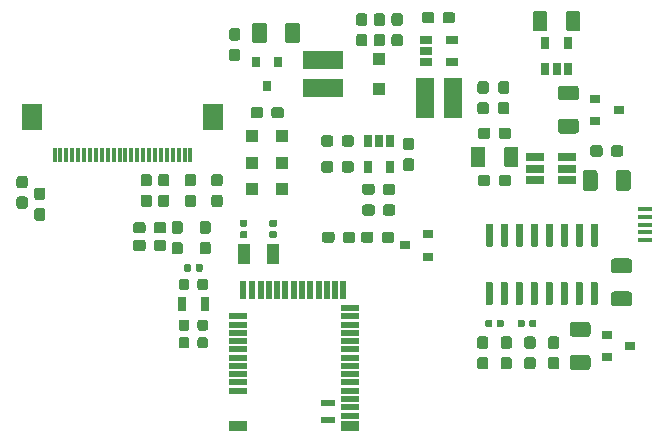
<source format=gbp>
G04 #@! TF.GenerationSoftware,KiCad,Pcbnew,5.1.5-52549c5~84~ubuntu18.04.1*
G04 #@! TF.CreationDate,2020-03-10T18:12:46+05:30*
G04 #@! TF.ProjectId,scale_hx711,7363616c-655f-4687-9837-31312e6b6963,rev?*
G04 #@! TF.SameCoordinates,Original*
G04 #@! TF.FileFunction,Paste,Bot*
G04 #@! TF.FilePolarity,Positive*
%FSLAX46Y46*%
G04 Gerber Fmt 4.6, Leading zero omitted, Abs format (unit mm)*
G04 Created by KiCad (PCBNEW 5.1.5-52549c5~84~ubuntu18.04.1) date 2020-03-10 18:12:46*
%MOMM*%
%LPD*%
G04 APERTURE LIST*
%ADD10C,0.100000*%
%ADD11R,1.000000X1.000000*%
%ADD12R,1.800000X2.200000*%
%ADD13R,0.300000X1.300000*%
%ADD14R,1.200000X0.400000*%
%ADD15R,0.700000X1.300000*%
%ADD16R,3.500000X1.600000*%
%ADD17R,0.900000X0.800000*%
%ADD18R,0.800000X0.900000*%
%ADD19R,1.200000X0.500000*%
%ADD20R,1.600000X0.900000*%
%ADD21R,1.600000X0.500000*%
%ADD22R,0.500000X1.600000*%
%ADD23R,1.560000X0.650000*%
%ADD24R,0.650000X1.060000*%
%ADD25R,1.000000X1.800000*%
%ADD26R,1.600000X3.500000*%
%ADD27R,1.060000X0.650000*%
G04 APERTURE END LIST*
D10*
G36*
X49235779Y-29326144D02*
G01*
X49258834Y-29329563D01*
X49281443Y-29335227D01*
X49303387Y-29343079D01*
X49324457Y-29353044D01*
X49344448Y-29365026D01*
X49363168Y-29378910D01*
X49380438Y-29394562D01*
X49396090Y-29411832D01*
X49409974Y-29430552D01*
X49421956Y-29450543D01*
X49431921Y-29471613D01*
X49439773Y-29493557D01*
X49445437Y-29516166D01*
X49448856Y-29539221D01*
X49450000Y-29562500D01*
X49450000Y-30037500D01*
X49448856Y-30060779D01*
X49445437Y-30083834D01*
X49439773Y-30106443D01*
X49431921Y-30128387D01*
X49421956Y-30149457D01*
X49409974Y-30169448D01*
X49396090Y-30188168D01*
X49380438Y-30205438D01*
X49363168Y-30221090D01*
X49344448Y-30234974D01*
X49324457Y-30246956D01*
X49303387Y-30256921D01*
X49281443Y-30264773D01*
X49258834Y-30270437D01*
X49235779Y-30273856D01*
X49212500Y-30275000D01*
X48637500Y-30275000D01*
X48614221Y-30273856D01*
X48591166Y-30270437D01*
X48568557Y-30264773D01*
X48546613Y-30256921D01*
X48525543Y-30246956D01*
X48505552Y-30234974D01*
X48486832Y-30221090D01*
X48469562Y-30205438D01*
X48453910Y-30188168D01*
X48440026Y-30169448D01*
X48428044Y-30149457D01*
X48418079Y-30128387D01*
X48410227Y-30106443D01*
X48404563Y-30083834D01*
X48401144Y-30060779D01*
X48400000Y-30037500D01*
X48400000Y-29562500D01*
X48401144Y-29539221D01*
X48404563Y-29516166D01*
X48410227Y-29493557D01*
X48418079Y-29471613D01*
X48428044Y-29450543D01*
X48440026Y-29430552D01*
X48453910Y-29411832D01*
X48469562Y-29394562D01*
X48486832Y-29378910D01*
X48505552Y-29365026D01*
X48525543Y-29353044D01*
X48546613Y-29343079D01*
X48568557Y-29335227D01*
X48591166Y-29329563D01*
X48614221Y-29326144D01*
X48637500Y-29325000D01*
X49212500Y-29325000D01*
X49235779Y-29326144D01*
G37*
G36*
X50985779Y-29326144D02*
G01*
X51008834Y-29329563D01*
X51031443Y-29335227D01*
X51053387Y-29343079D01*
X51074457Y-29353044D01*
X51094448Y-29365026D01*
X51113168Y-29378910D01*
X51130438Y-29394562D01*
X51146090Y-29411832D01*
X51159974Y-29430552D01*
X51171956Y-29450543D01*
X51181921Y-29471613D01*
X51189773Y-29493557D01*
X51195437Y-29516166D01*
X51198856Y-29539221D01*
X51200000Y-29562500D01*
X51200000Y-30037500D01*
X51198856Y-30060779D01*
X51195437Y-30083834D01*
X51189773Y-30106443D01*
X51181921Y-30128387D01*
X51171956Y-30149457D01*
X51159974Y-30169448D01*
X51146090Y-30188168D01*
X51130438Y-30205438D01*
X51113168Y-30221090D01*
X51094448Y-30234974D01*
X51074457Y-30246956D01*
X51053387Y-30256921D01*
X51031443Y-30264773D01*
X51008834Y-30270437D01*
X50985779Y-30273856D01*
X50962500Y-30275000D01*
X50387500Y-30275000D01*
X50364221Y-30273856D01*
X50341166Y-30270437D01*
X50318557Y-30264773D01*
X50296613Y-30256921D01*
X50275543Y-30246956D01*
X50255552Y-30234974D01*
X50236832Y-30221090D01*
X50219562Y-30205438D01*
X50203910Y-30188168D01*
X50190026Y-30169448D01*
X50178044Y-30149457D01*
X50168079Y-30128387D01*
X50160227Y-30106443D01*
X50154563Y-30083834D01*
X50151144Y-30060779D01*
X50150000Y-30037500D01*
X50150000Y-29562500D01*
X50151144Y-29539221D01*
X50154563Y-29516166D01*
X50160227Y-29493557D01*
X50168079Y-29471613D01*
X50178044Y-29450543D01*
X50190026Y-29430552D01*
X50203910Y-29411832D01*
X50219562Y-29394562D01*
X50236832Y-29378910D01*
X50255552Y-29365026D01*
X50275543Y-29353044D01*
X50296613Y-29343079D01*
X50318557Y-29335227D01*
X50341166Y-29329563D01*
X50364221Y-29326144D01*
X50387500Y-29325000D01*
X50962500Y-29325000D01*
X50985779Y-29326144D01*
G37*
G36*
X38527691Y-38276053D02*
G01*
X38548926Y-38279203D01*
X38569750Y-38284419D01*
X38589962Y-38291651D01*
X38609368Y-38300830D01*
X38627781Y-38311866D01*
X38645024Y-38324654D01*
X38660930Y-38339070D01*
X38675346Y-38354976D01*
X38688134Y-38372219D01*
X38699170Y-38390632D01*
X38708349Y-38410038D01*
X38715581Y-38430250D01*
X38720797Y-38451074D01*
X38723947Y-38472309D01*
X38725000Y-38493750D01*
X38725000Y-39006250D01*
X38723947Y-39027691D01*
X38720797Y-39048926D01*
X38715581Y-39069750D01*
X38708349Y-39089962D01*
X38699170Y-39109368D01*
X38688134Y-39127781D01*
X38675346Y-39145024D01*
X38660930Y-39160930D01*
X38645024Y-39175346D01*
X38627781Y-39188134D01*
X38609368Y-39199170D01*
X38589962Y-39208349D01*
X38569750Y-39215581D01*
X38548926Y-39220797D01*
X38527691Y-39223947D01*
X38506250Y-39225000D01*
X38068750Y-39225000D01*
X38047309Y-39223947D01*
X38026074Y-39220797D01*
X38005250Y-39215581D01*
X37985038Y-39208349D01*
X37965632Y-39199170D01*
X37947219Y-39188134D01*
X37929976Y-39175346D01*
X37914070Y-39160930D01*
X37899654Y-39145024D01*
X37886866Y-39127781D01*
X37875830Y-39109368D01*
X37866651Y-39089962D01*
X37859419Y-39069750D01*
X37854203Y-39048926D01*
X37851053Y-39027691D01*
X37850000Y-39006250D01*
X37850000Y-38493750D01*
X37851053Y-38472309D01*
X37854203Y-38451074D01*
X37859419Y-38430250D01*
X37866651Y-38410038D01*
X37875830Y-38390632D01*
X37886866Y-38372219D01*
X37899654Y-38354976D01*
X37914070Y-38339070D01*
X37929976Y-38324654D01*
X37947219Y-38311866D01*
X37965632Y-38300830D01*
X37985038Y-38291651D01*
X38005250Y-38284419D01*
X38026074Y-38279203D01*
X38047309Y-38276053D01*
X38068750Y-38275000D01*
X38506250Y-38275000D01*
X38527691Y-38276053D01*
G37*
G36*
X36952691Y-38276053D02*
G01*
X36973926Y-38279203D01*
X36994750Y-38284419D01*
X37014962Y-38291651D01*
X37034368Y-38300830D01*
X37052781Y-38311866D01*
X37070024Y-38324654D01*
X37085930Y-38339070D01*
X37100346Y-38354976D01*
X37113134Y-38372219D01*
X37124170Y-38390632D01*
X37133349Y-38410038D01*
X37140581Y-38430250D01*
X37145797Y-38451074D01*
X37148947Y-38472309D01*
X37150000Y-38493750D01*
X37150000Y-39006250D01*
X37148947Y-39027691D01*
X37145797Y-39048926D01*
X37140581Y-39069750D01*
X37133349Y-39089962D01*
X37124170Y-39109368D01*
X37113134Y-39127781D01*
X37100346Y-39145024D01*
X37085930Y-39160930D01*
X37070024Y-39175346D01*
X37052781Y-39188134D01*
X37034368Y-39199170D01*
X37014962Y-39208349D01*
X36994750Y-39215581D01*
X36973926Y-39220797D01*
X36952691Y-39223947D01*
X36931250Y-39225000D01*
X36493750Y-39225000D01*
X36472309Y-39223947D01*
X36451074Y-39220797D01*
X36430250Y-39215581D01*
X36410038Y-39208349D01*
X36390632Y-39199170D01*
X36372219Y-39188134D01*
X36354976Y-39175346D01*
X36339070Y-39160930D01*
X36324654Y-39145024D01*
X36311866Y-39127781D01*
X36300830Y-39109368D01*
X36291651Y-39089962D01*
X36284419Y-39069750D01*
X36279203Y-39048926D01*
X36276053Y-39027691D01*
X36275000Y-39006250D01*
X36275000Y-38493750D01*
X36276053Y-38472309D01*
X36279203Y-38451074D01*
X36284419Y-38430250D01*
X36291651Y-38410038D01*
X36300830Y-38390632D01*
X36311866Y-38372219D01*
X36324654Y-38354976D01*
X36339070Y-38339070D01*
X36354976Y-38324654D01*
X36372219Y-38311866D01*
X36390632Y-38300830D01*
X36410038Y-38291651D01*
X36430250Y-38284419D01*
X36451074Y-38279203D01*
X36472309Y-38276053D01*
X36493750Y-38275000D01*
X36931250Y-38275000D01*
X36952691Y-38276053D01*
G37*
G36*
X71499504Y-24126204D02*
G01*
X71523773Y-24129804D01*
X71547571Y-24135765D01*
X71570671Y-24144030D01*
X71592849Y-24154520D01*
X71613893Y-24167133D01*
X71633598Y-24181747D01*
X71651777Y-24198223D01*
X71668253Y-24216402D01*
X71682867Y-24236107D01*
X71695480Y-24257151D01*
X71705970Y-24279329D01*
X71714235Y-24302429D01*
X71720196Y-24326227D01*
X71723796Y-24350496D01*
X71725000Y-24375000D01*
X71725000Y-25625000D01*
X71723796Y-25649504D01*
X71720196Y-25673773D01*
X71714235Y-25697571D01*
X71705970Y-25720671D01*
X71695480Y-25742849D01*
X71682867Y-25763893D01*
X71668253Y-25783598D01*
X71651777Y-25801777D01*
X71633598Y-25818253D01*
X71613893Y-25832867D01*
X71592849Y-25845480D01*
X71570671Y-25855970D01*
X71547571Y-25864235D01*
X71523773Y-25870196D01*
X71499504Y-25873796D01*
X71475000Y-25875000D01*
X70725000Y-25875000D01*
X70700496Y-25873796D01*
X70676227Y-25870196D01*
X70652429Y-25864235D01*
X70629329Y-25855970D01*
X70607151Y-25845480D01*
X70586107Y-25832867D01*
X70566402Y-25818253D01*
X70548223Y-25801777D01*
X70531747Y-25783598D01*
X70517133Y-25763893D01*
X70504520Y-25742849D01*
X70494030Y-25720671D01*
X70485765Y-25697571D01*
X70479804Y-25673773D01*
X70476204Y-25649504D01*
X70475000Y-25625000D01*
X70475000Y-24375000D01*
X70476204Y-24350496D01*
X70479804Y-24326227D01*
X70485765Y-24302429D01*
X70494030Y-24279329D01*
X70504520Y-24257151D01*
X70517133Y-24236107D01*
X70531747Y-24216402D01*
X70548223Y-24198223D01*
X70566402Y-24181747D01*
X70586107Y-24167133D01*
X70607151Y-24154520D01*
X70629329Y-24144030D01*
X70652429Y-24135765D01*
X70676227Y-24129804D01*
X70700496Y-24126204D01*
X70725000Y-24125000D01*
X71475000Y-24125000D01*
X71499504Y-24126204D01*
G37*
G36*
X74299504Y-24126204D02*
G01*
X74323773Y-24129804D01*
X74347571Y-24135765D01*
X74370671Y-24144030D01*
X74392849Y-24154520D01*
X74413893Y-24167133D01*
X74433598Y-24181747D01*
X74451777Y-24198223D01*
X74468253Y-24216402D01*
X74482867Y-24236107D01*
X74495480Y-24257151D01*
X74505970Y-24279329D01*
X74514235Y-24302429D01*
X74520196Y-24326227D01*
X74523796Y-24350496D01*
X74525000Y-24375000D01*
X74525000Y-25625000D01*
X74523796Y-25649504D01*
X74520196Y-25673773D01*
X74514235Y-25697571D01*
X74505970Y-25720671D01*
X74495480Y-25742849D01*
X74482867Y-25763893D01*
X74468253Y-25783598D01*
X74451777Y-25801777D01*
X74433598Y-25818253D01*
X74413893Y-25832867D01*
X74392849Y-25845480D01*
X74370671Y-25855970D01*
X74347571Y-25864235D01*
X74323773Y-25870196D01*
X74299504Y-25873796D01*
X74275000Y-25875000D01*
X73525000Y-25875000D01*
X73500496Y-25873796D01*
X73476227Y-25870196D01*
X73452429Y-25864235D01*
X73429329Y-25855970D01*
X73407151Y-25845480D01*
X73386107Y-25832867D01*
X73366402Y-25818253D01*
X73348223Y-25801777D01*
X73331747Y-25783598D01*
X73317133Y-25763893D01*
X73304520Y-25742849D01*
X73294030Y-25720671D01*
X73285765Y-25697571D01*
X73279804Y-25673773D01*
X73276204Y-25649504D01*
X73275000Y-25625000D01*
X73275000Y-24375000D01*
X73276204Y-24350496D01*
X73279804Y-24326227D01*
X73285765Y-24302429D01*
X73294030Y-24279329D01*
X73304520Y-24257151D01*
X73317133Y-24236107D01*
X73331747Y-24216402D01*
X73348223Y-24198223D01*
X73366402Y-24181747D01*
X73386107Y-24167133D01*
X73407151Y-24154520D01*
X73429329Y-24144030D01*
X73452429Y-24135765D01*
X73476227Y-24129804D01*
X73500496Y-24126204D01*
X73525000Y-24125000D01*
X74275000Y-24125000D01*
X74299504Y-24126204D01*
G37*
G36*
X36952691Y-33326053D02*
G01*
X36973926Y-33329203D01*
X36994750Y-33334419D01*
X37014962Y-33341651D01*
X37034368Y-33350830D01*
X37052781Y-33361866D01*
X37070024Y-33374654D01*
X37085930Y-33389070D01*
X37100346Y-33404976D01*
X37113134Y-33422219D01*
X37124170Y-33440632D01*
X37133349Y-33460038D01*
X37140581Y-33480250D01*
X37145797Y-33501074D01*
X37148947Y-33522309D01*
X37150000Y-33543750D01*
X37150000Y-34056250D01*
X37148947Y-34077691D01*
X37145797Y-34098926D01*
X37140581Y-34119750D01*
X37133349Y-34139962D01*
X37124170Y-34159368D01*
X37113134Y-34177781D01*
X37100346Y-34195024D01*
X37085930Y-34210930D01*
X37070024Y-34225346D01*
X37052781Y-34238134D01*
X37034368Y-34249170D01*
X37014962Y-34258349D01*
X36994750Y-34265581D01*
X36973926Y-34270797D01*
X36952691Y-34273947D01*
X36931250Y-34275000D01*
X36493750Y-34275000D01*
X36472309Y-34273947D01*
X36451074Y-34270797D01*
X36430250Y-34265581D01*
X36410038Y-34258349D01*
X36390632Y-34249170D01*
X36372219Y-34238134D01*
X36354976Y-34225346D01*
X36339070Y-34210930D01*
X36324654Y-34195024D01*
X36311866Y-34177781D01*
X36300830Y-34159368D01*
X36291651Y-34139962D01*
X36284419Y-34119750D01*
X36279203Y-34098926D01*
X36276053Y-34077691D01*
X36275000Y-34056250D01*
X36275000Y-33543750D01*
X36276053Y-33522309D01*
X36279203Y-33501074D01*
X36284419Y-33480250D01*
X36291651Y-33460038D01*
X36300830Y-33440632D01*
X36311866Y-33422219D01*
X36324654Y-33404976D01*
X36339070Y-33389070D01*
X36354976Y-33374654D01*
X36372219Y-33361866D01*
X36390632Y-33350830D01*
X36410038Y-33341651D01*
X36430250Y-33334419D01*
X36451074Y-33329203D01*
X36472309Y-33326053D01*
X36493750Y-33325000D01*
X36931250Y-33325000D01*
X36952691Y-33326053D01*
G37*
G36*
X38527691Y-33326053D02*
G01*
X38548926Y-33329203D01*
X38569750Y-33334419D01*
X38589962Y-33341651D01*
X38609368Y-33350830D01*
X38627781Y-33361866D01*
X38645024Y-33374654D01*
X38660930Y-33389070D01*
X38675346Y-33404976D01*
X38688134Y-33422219D01*
X38699170Y-33440632D01*
X38708349Y-33460038D01*
X38715581Y-33480250D01*
X38720797Y-33501074D01*
X38723947Y-33522309D01*
X38725000Y-33543750D01*
X38725000Y-34056250D01*
X38723947Y-34077691D01*
X38720797Y-34098926D01*
X38715581Y-34119750D01*
X38708349Y-34139962D01*
X38699170Y-34159368D01*
X38688134Y-34177781D01*
X38675346Y-34195024D01*
X38660930Y-34210930D01*
X38645024Y-34225346D01*
X38627781Y-34238134D01*
X38609368Y-34249170D01*
X38589962Y-34258349D01*
X38569750Y-34265581D01*
X38548926Y-34270797D01*
X38527691Y-34273947D01*
X38506250Y-34275000D01*
X38068750Y-34275000D01*
X38047309Y-34273947D01*
X38026074Y-34270797D01*
X38005250Y-34265581D01*
X37985038Y-34258349D01*
X37965632Y-34249170D01*
X37947219Y-34238134D01*
X37929976Y-34225346D01*
X37914070Y-34210930D01*
X37899654Y-34195024D01*
X37886866Y-34177781D01*
X37875830Y-34159368D01*
X37866651Y-34139962D01*
X37859419Y-34119750D01*
X37854203Y-34098926D01*
X37851053Y-34077691D01*
X37850000Y-34056250D01*
X37850000Y-33543750D01*
X37851053Y-33522309D01*
X37854203Y-33501074D01*
X37859419Y-33480250D01*
X37866651Y-33460038D01*
X37875830Y-33440632D01*
X37886866Y-33422219D01*
X37899654Y-33404976D01*
X37914070Y-33389070D01*
X37929976Y-33374654D01*
X37947219Y-33361866D01*
X37965632Y-33350830D01*
X37985038Y-33341651D01*
X38005250Y-33334419D01*
X38026074Y-33329203D01*
X38047309Y-33326053D01*
X38068750Y-33325000D01*
X38506250Y-33325000D01*
X38527691Y-33326053D01*
G37*
G36*
X41936958Y-29290710D02*
G01*
X41951276Y-29292834D01*
X41965317Y-29296351D01*
X41978946Y-29301228D01*
X41992031Y-29307417D01*
X42004447Y-29314858D01*
X42016073Y-29323481D01*
X42026798Y-29333202D01*
X42036519Y-29343927D01*
X42045142Y-29355553D01*
X42052583Y-29367969D01*
X42058772Y-29381054D01*
X42063649Y-29394683D01*
X42067166Y-29408724D01*
X42069290Y-29423042D01*
X42070000Y-29437500D01*
X42070000Y-29732500D01*
X42069290Y-29746958D01*
X42067166Y-29761276D01*
X42063649Y-29775317D01*
X42058772Y-29788946D01*
X42052583Y-29802031D01*
X42045142Y-29814447D01*
X42036519Y-29826073D01*
X42026798Y-29836798D01*
X42016073Y-29846519D01*
X42004447Y-29855142D01*
X41992031Y-29862583D01*
X41978946Y-29868772D01*
X41965317Y-29873649D01*
X41951276Y-29877166D01*
X41936958Y-29879290D01*
X41922500Y-29880000D01*
X41577500Y-29880000D01*
X41563042Y-29879290D01*
X41548724Y-29877166D01*
X41534683Y-29873649D01*
X41521054Y-29868772D01*
X41507969Y-29862583D01*
X41495553Y-29855142D01*
X41483927Y-29846519D01*
X41473202Y-29836798D01*
X41463481Y-29826073D01*
X41454858Y-29814447D01*
X41447417Y-29802031D01*
X41441228Y-29788946D01*
X41436351Y-29775317D01*
X41432834Y-29761276D01*
X41430710Y-29746958D01*
X41430000Y-29732500D01*
X41430000Y-29437500D01*
X41430710Y-29423042D01*
X41432834Y-29408724D01*
X41436351Y-29394683D01*
X41441228Y-29381054D01*
X41447417Y-29367969D01*
X41454858Y-29355553D01*
X41463481Y-29343927D01*
X41473202Y-29333202D01*
X41483927Y-29323481D01*
X41495553Y-29314858D01*
X41507969Y-29307417D01*
X41521054Y-29301228D01*
X41534683Y-29296351D01*
X41548724Y-29292834D01*
X41563042Y-29290710D01*
X41577500Y-29290000D01*
X41922500Y-29290000D01*
X41936958Y-29290710D01*
G37*
G36*
X41936958Y-28320710D02*
G01*
X41951276Y-28322834D01*
X41965317Y-28326351D01*
X41978946Y-28331228D01*
X41992031Y-28337417D01*
X42004447Y-28344858D01*
X42016073Y-28353481D01*
X42026798Y-28363202D01*
X42036519Y-28373927D01*
X42045142Y-28385553D01*
X42052583Y-28397969D01*
X42058772Y-28411054D01*
X42063649Y-28424683D01*
X42067166Y-28438724D01*
X42069290Y-28453042D01*
X42070000Y-28467500D01*
X42070000Y-28762500D01*
X42069290Y-28776958D01*
X42067166Y-28791276D01*
X42063649Y-28805317D01*
X42058772Y-28818946D01*
X42052583Y-28832031D01*
X42045142Y-28844447D01*
X42036519Y-28856073D01*
X42026798Y-28866798D01*
X42016073Y-28876519D01*
X42004447Y-28885142D01*
X41992031Y-28892583D01*
X41978946Y-28898772D01*
X41965317Y-28903649D01*
X41951276Y-28907166D01*
X41936958Y-28909290D01*
X41922500Y-28910000D01*
X41577500Y-28910000D01*
X41563042Y-28909290D01*
X41548724Y-28907166D01*
X41534683Y-28903649D01*
X41521054Y-28898772D01*
X41507969Y-28892583D01*
X41495553Y-28885142D01*
X41483927Y-28876519D01*
X41473202Y-28866798D01*
X41463481Y-28856073D01*
X41454858Y-28844447D01*
X41447417Y-28832031D01*
X41441228Y-28818946D01*
X41436351Y-28805317D01*
X41432834Y-28791276D01*
X41430710Y-28776958D01*
X41430000Y-28762500D01*
X41430000Y-28467500D01*
X41430710Y-28453042D01*
X41432834Y-28438724D01*
X41436351Y-28424683D01*
X41441228Y-28411054D01*
X41447417Y-28397969D01*
X41454858Y-28385553D01*
X41463481Y-28373927D01*
X41473202Y-28363202D01*
X41483927Y-28353481D01*
X41495553Y-28344858D01*
X41507969Y-28337417D01*
X41521054Y-28331228D01*
X41534683Y-28326351D01*
X41548724Y-28322834D01*
X41563042Y-28320710D01*
X41577500Y-28320000D01*
X41922500Y-28320000D01*
X41936958Y-28320710D01*
G37*
G36*
X37176958Y-32080710D02*
G01*
X37191276Y-32082834D01*
X37205317Y-32086351D01*
X37218946Y-32091228D01*
X37232031Y-32097417D01*
X37244447Y-32104858D01*
X37256073Y-32113481D01*
X37266798Y-32123202D01*
X37276519Y-32133927D01*
X37285142Y-32145553D01*
X37292583Y-32157969D01*
X37298772Y-32171054D01*
X37303649Y-32184683D01*
X37307166Y-32198724D01*
X37309290Y-32213042D01*
X37310000Y-32227500D01*
X37310000Y-32572500D01*
X37309290Y-32586958D01*
X37307166Y-32601276D01*
X37303649Y-32615317D01*
X37298772Y-32628946D01*
X37292583Y-32642031D01*
X37285142Y-32654447D01*
X37276519Y-32666073D01*
X37266798Y-32676798D01*
X37256073Y-32686519D01*
X37244447Y-32695142D01*
X37232031Y-32702583D01*
X37218946Y-32708772D01*
X37205317Y-32713649D01*
X37191276Y-32717166D01*
X37176958Y-32719290D01*
X37162500Y-32720000D01*
X36867500Y-32720000D01*
X36853042Y-32719290D01*
X36838724Y-32717166D01*
X36824683Y-32713649D01*
X36811054Y-32708772D01*
X36797969Y-32702583D01*
X36785553Y-32695142D01*
X36773927Y-32686519D01*
X36763202Y-32676798D01*
X36753481Y-32666073D01*
X36744858Y-32654447D01*
X36737417Y-32642031D01*
X36731228Y-32628946D01*
X36726351Y-32615317D01*
X36722834Y-32601276D01*
X36720710Y-32586958D01*
X36720000Y-32572500D01*
X36720000Y-32227500D01*
X36720710Y-32213042D01*
X36722834Y-32198724D01*
X36726351Y-32184683D01*
X36731228Y-32171054D01*
X36737417Y-32157969D01*
X36744858Y-32145553D01*
X36753481Y-32133927D01*
X36763202Y-32123202D01*
X36773927Y-32113481D01*
X36785553Y-32104858D01*
X36797969Y-32097417D01*
X36811054Y-32091228D01*
X36824683Y-32086351D01*
X36838724Y-32082834D01*
X36853042Y-32080710D01*
X36867500Y-32080000D01*
X37162500Y-32080000D01*
X37176958Y-32080710D01*
G37*
G36*
X38146958Y-32080710D02*
G01*
X38161276Y-32082834D01*
X38175317Y-32086351D01*
X38188946Y-32091228D01*
X38202031Y-32097417D01*
X38214447Y-32104858D01*
X38226073Y-32113481D01*
X38236798Y-32123202D01*
X38246519Y-32133927D01*
X38255142Y-32145553D01*
X38262583Y-32157969D01*
X38268772Y-32171054D01*
X38273649Y-32184683D01*
X38277166Y-32198724D01*
X38279290Y-32213042D01*
X38280000Y-32227500D01*
X38280000Y-32572500D01*
X38279290Y-32586958D01*
X38277166Y-32601276D01*
X38273649Y-32615317D01*
X38268772Y-32628946D01*
X38262583Y-32642031D01*
X38255142Y-32654447D01*
X38246519Y-32666073D01*
X38236798Y-32676798D01*
X38226073Y-32686519D01*
X38214447Y-32695142D01*
X38202031Y-32702583D01*
X38188946Y-32708772D01*
X38175317Y-32713649D01*
X38161276Y-32717166D01*
X38146958Y-32719290D01*
X38132500Y-32720000D01*
X37837500Y-32720000D01*
X37823042Y-32719290D01*
X37808724Y-32717166D01*
X37794683Y-32713649D01*
X37781054Y-32708772D01*
X37767969Y-32702583D01*
X37755553Y-32695142D01*
X37743927Y-32686519D01*
X37733202Y-32676798D01*
X37723481Y-32666073D01*
X37714858Y-32654447D01*
X37707417Y-32642031D01*
X37701228Y-32628946D01*
X37696351Y-32615317D01*
X37692834Y-32601276D01*
X37690710Y-32586958D01*
X37690000Y-32572500D01*
X37690000Y-32227500D01*
X37690710Y-32213042D01*
X37692834Y-32198724D01*
X37696351Y-32184683D01*
X37701228Y-32171054D01*
X37707417Y-32157969D01*
X37714858Y-32145553D01*
X37723481Y-32133927D01*
X37733202Y-32123202D01*
X37743927Y-32113481D01*
X37755553Y-32104858D01*
X37767969Y-32097417D01*
X37781054Y-32091228D01*
X37794683Y-32086351D01*
X37808724Y-32082834D01*
X37823042Y-32080710D01*
X37837500Y-32080000D01*
X38132500Y-32080000D01*
X38146958Y-32080710D01*
G37*
G36*
X44436958Y-28320710D02*
G01*
X44451276Y-28322834D01*
X44465317Y-28326351D01*
X44478946Y-28331228D01*
X44492031Y-28337417D01*
X44504447Y-28344858D01*
X44516073Y-28353481D01*
X44526798Y-28363202D01*
X44536519Y-28373927D01*
X44545142Y-28385553D01*
X44552583Y-28397969D01*
X44558772Y-28411054D01*
X44563649Y-28424683D01*
X44567166Y-28438724D01*
X44569290Y-28453042D01*
X44570000Y-28467500D01*
X44570000Y-28762500D01*
X44569290Y-28776958D01*
X44567166Y-28791276D01*
X44563649Y-28805317D01*
X44558772Y-28818946D01*
X44552583Y-28832031D01*
X44545142Y-28844447D01*
X44536519Y-28856073D01*
X44526798Y-28866798D01*
X44516073Y-28876519D01*
X44504447Y-28885142D01*
X44492031Y-28892583D01*
X44478946Y-28898772D01*
X44465317Y-28903649D01*
X44451276Y-28907166D01*
X44436958Y-28909290D01*
X44422500Y-28910000D01*
X44077500Y-28910000D01*
X44063042Y-28909290D01*
X44048724Y-28907166D01*
X44034683Y-28903649D01*
X44021054Y-28898772D01*
X44007969Y-28892583D01*
X43995553Y-28885142D01*
X43983927Y-28876519D01*
X43973202Y-28866798D01*
X43963481Y-28856073D01*
X43954858Y-28844447D01*
X43947417Y-28832031D01*
X43941228Y-28818946D01*
X43936351Y-28805317D01*
X43932834Y-28791276D01*
X43930710Y-28776958D01*
X43930000Y-28762500D01*
X43930000Y-28467500D01*
X43930710Y-28453042D01*
X43932834Y-28438724D01*
X43936351Y-28424683D01*
X43941228Y-28411054D01*
X43947417Y-28397969D01*
X43954858Y-28385553D01*
X43963481Y-28373927D01*
X43973202Y-28363202D01*
X43983927Y-28353481D01*
X43995553Y-28344858D01*
X44007969Y-28337417D01*
X44021054Y-28331228D01*
X44034683Y-28326351D01*
X44048724Y-28322834D01*
X44063042Y-28320710D01*
X44077500Y-28320000D01*
X44422500Y-28320000D01*
X44436958Y-28320710D01*
G37*
G36*
X44436958Y-29290710D02*
G01*
X44451276Y-29292834D01*
X44465317Y-29296351D01*
X44478946Y-29301228D01*
X44492031Y-29307417D01*
X44504447Y-29314858D01*
X44516073Y-29323481D01*
X44526798Y-29333202D01*
X44536519Y-29343927D01*
X44545142Y-29355553D01*
X44552583Y-29367969D01*
X44558772Y-29381054D01*
X44563649Y-29394683D01*
X44567166Y-29408724D01*
X44569290Y-29423042D01*
X44570000Y-29437500D01*
X44570000Y-29732500D01*
X44569290Y-29746958D01*
X44567166Y-29761276D01*
X44563649Y-29775317D01*
X44558772Y-29788946D01*
X44552583Y-29802031D01*
X44545142Y-29814447D01*
X44536519Y-29826073D01*
X44526798Y-29836798D01*
X44516073Y-29846519D01*
X44504447Y-29855142D01*
X44492031Y-29862583D01*
X44478946Y-29868772D01*
X44465317Y-29873649D01*
X44451276Y-29877166D01*
X44436958Y-29879290D01*
X44422500Y-29880000D01*
X44077500Y-29880000D01*
X44063042Y-29879290D01*
X44048724Y-29877166D01*
X44034683Y-29873649D01*
X44021054Y-29868772D01*
X44007969Y-29862583D01*
X43995553Y-29855142D01*
X43983927Y-29846519D01*
X43973202Y-29836798D01*
X43963481Y-29826073D01*
X43954858Y-29814447D01*
X43947417Y-29802031D01*
X43941228Y-29788946D01*
X43936351Y-29775317D01*
X43932834Y-29761276D01*
X43930710Y-29746958D01*
X43930000Y-29732500D01*
X43930000Y-29437500D01*
X43930710Y-29423042D01*
X43932834Y-29408724D01*
X43936351Y-29394683D01*
X43941228Y-29381054D01*
X43947417Y-29367969D01*
X43954858Y-29355553D01*
X43963481Y-29343927D01*
X43973202Y-29333202D01*
X43983927Y-29323481D01*
X43995553Y-29314858D01*
X44007969Y-29307417D01*
X44021054Y-29301228D01*
X44034683Y-29296351D01*
X44048724Y-29292834D01*
X44063042Y-29290710D01*
X44077500Y-29290000D01*
X44422500Y-29290000D01*
X44436958Y-29290710D01*
G37*
G36*
X64799504Y-22126204D02*
G01*
X64823773Y-22129804D01*
X64847571Y-22135765D01*
X64870671Y-22144030D01*
X64892849Y-22154520D01*
X64913893Y-22167133D01*
X64933598Y-22181747D01*
X64951777Y-22198223D01*
X64968253Y-22216402D01*
X64982867Y-22236107D01*
X64995480Y-22257151D01*
X65005970Y-22279329D01*
X65014235Y-22302429D01*
X65020196Y-22326227D01*
X65023796Y-22350496D01*
X65025000Y-22375000D01*
X65025000Y-23625000D01*
X65023796Y-23649504D01*
X65020196Y-23673773D01*
X65014235Y-23697571D01*
X65005970Y-23720671D01*
X64995480Y-23742849D01*
X64982867Y-23763893D01*
X64968253Y-23783598D01*
X64951777Y-23801777D01*
X64933598Y-23818253D01*
X64913893Y-23832867D01*
X64892849Y-23845480D01*
X64870671Y-23855970D01*
X64847571Y-23864235D01*
X64823773Y-23870196D01*
X64799504Y-23873796D01*
X64775000Y-23875000D01*
X64025000Y-23875000D01*
X64000496Y-23873796D01*
X63976227Y-23870196D01*
X63952429Y-23864235D01*
X63929329Y-23855970D01*
X63907151Y-23845480D01*
X63886107Y-23832867D01*
X63866402Y-23818253D01*
X63848223Y-23801777D01*
X63831747Y-23783598D01*
X63817133Y-23763893D01*
X63804520Y-23742849D01*
X63794030Y-23720671D01*
X63785765Y-23697571D01*
X63779804Y-23673773D01*
X63776204Y-23649504D01*
X63775000Y-23625000D01*
X63775000Y-22375000D01*
X63776204Y-22350496D01*
X63779804Y-22326227D01*
X63785765Y-22302429D01*
X63794030Y-22279329D01*
X63804520Y-22257151D01*
X63817133Y-22236107D01*
X63831747Y-22216402D01*
X63848223Y-22198223D01*
X63866402Y-22181747D01*
X63886107Y-22167133D01*
X63907151Y-22154520D01*
X63929329Y-22144030D01*
X63952429Y-22135765D01*
X63976227Y-22129804D01*
X64000496Y-22126204D01*
X64025000Y-22125000D01*
X64775000Y-22125000D01*
X64799504Y-22126204D01*
G37*
G36*
X61999504Y-22126204D02*
G01*
X62023773Y-22129804D01*
X62047571Y-22135765D01*
X62070671Y-22144030D01*
X62092849Y-22154520D01*
X62113893Y-22167133D01*
X62133598Y-22181747D01*
X62151777Y-22198223D01*
X62168253Y-22216402D01*
X62182867Y-22236107D01*
X62195480Y-22257151D01*
X62205970Y-22279329D01*
X62214235Y-22302429D01*
X62220196Y-22326227D01*
X62223796Y-22350496D01*
X62225000Y-22375000D01*
X62225000Y-23625000D01*
X62223796Y-23649504D01*
X62220196Y-23673773D01*
X62214235Y-23697571D01*
X62205970Y-23720671D01*
X62195480Y-23742849D01*
X62182867Y-23763893D01*
X62168253Y-23783598D01*
X62151777Y-23801777D01*
X62133598Y-23818253D01*
X62113893Y-23832867D01*
X62092849Y-23845480D01*
X62070671Y-23855970D01*
X62047571Y-23864235D01*
X62023773Y-23870196D01*
X61999504Y-23873796D01*
X61975000Y-23875000D01*
X61225000Y-23875000D01*
X61200496Y-23873796D01*
X61176227Y-23870196D01*
X61152429Y-23864235D01*
X61129329Y-23855970D01*
X61107151Y-23845480D01*
X61086107Y-23832867D01*
X61066402Y-23818253D01*
X61048223Y-23801777D01*
X61031747Y-23783598D01*
X61017133Y-23763893D01*
X61004520Y-23742849D01*
X60994030Y-23720671D01*
X60985765Y-23697571D01*
X60979804Y-23673773D01*
X60976204Y-23649504D01*
X60975000Y-23625000D01*
X60975000Y-22375000D01*
X60976204Y-22350496D01*
X60979804Y-22326227D01*
X60985765Y-22302429D01*
X60994030Y-22279329D01*
X61004520Y-22257151D01*
X61017133Y-22236107D01*
X61031747Y-22216402D01*
X61048223Y-22198223D01*
X61066402Y-22181747D01*
X61086107Y-22167133D01*
X61107151Y-22154520D01*
X61129329Y-22144030D01*
X61152429Y-22135765D01*
X61176227Y-22129804D01*
X61200496Y-22126204D01*
X61225000Y-22125000D01*
X61975000Y-22125000D01*
X61999504Y-22126204D01*
G37*
G36*
X69899504Y-19776204D02*
G01*
X69923773Y-19779804D01*
X69947571Y-19785765D01*
X69970671Y-19794030D01*
X69992849Y-19804520D01*
X70013893Y-19817133D01*
X70033598Y-19831747D01*
X70051777Y-19848223D01*
X70068253Y-19866402D01*
X70082867Y-19886107D01*
X70095480Y-19907151D01*
X70105970Y-19929329D01*
X70114235Y-19952429D01*
X70120196Y-19976227D01*
X70123796Y-20000496D01*
X70125000Y-20025000D01*
X70125000Y-20775000D01*
X70123796Y-20799504D01*
X70120196Y-20823773D01*
X70114235Y-20847571D01*
X70105970Y-20870671D01*
X70095480Y-20892849D01*
X70082867Y-20913893D01*
X70068253Y-20933598D01*
X70051777Y-20951777D01*
X70033598Y-20968253D01*
X70013893Y-20982867D01*
X69992849Y-20995480D01*
X69970671Y-21005970D01*
X69947571Y-21014235D01*
X69923773Y-21020196D01*
X69899504Y-21023796D01*
X69875000Y-21025000D01*
X68625000Y-21025000D01*
X68600496Y-21023796D01*
X68576227Y-21020196D01*
X68552429Y-21014235D01*
X68529329Y-21005970D01*
X68507151Y-20995480D01*
X68486107Y-20982867D01*
X68466402Y-20968253D01*
X68448223Y-20951777D01*
X68431747Y-20933598D01*
X68417133Y-20913893D01*
X68404520Y-20892849D01*
X68394030Y-20870671D01*
X68385765Y-20847571D01*
X68379804Y-20823773D01*
X68376204Y-20799504D01*
X68375000Y-20775000D01*
X68375000Y-20025000D01*
X68376204Y-20000496D01*
X68379804Y-19976227D01*
X68385765Y-19952429D01*
X68394030Y-19929329D01*
X68404520Y-19907151D01*
X68417133Y-19886107D01*
X68431747Y-19866402D01*
X68448223Y-19848223D01*
X68466402Y-19831747D01*
X68486107Y-19817133D01*
X68507151Y-19804520D01*
X68529329Y-19794030D01*
X68552429Y-19785765D01*
X68576227Y-19779804D01*
X68600496Y-19776204D01*
X68625000Y-19775000D01*
X69875000Y-19775000D01*
X69899504Y-19776204D01*
G37*
G36*
X69899504Y-16976204D02*
G01*
X69923773Y-16979804D01*
X69947571Y-16985765D01*
X69970671Y-16994030D01*
X69992849Y-17004520D01*
X70013893Y-17017133D01*
X70033598Y-17031747D01*
X70051777Y-17048223D01*
X70068253Y-17066402D01*
X70082867Y-17086107D01*
X70095480Y-17107151D01*
X70105970Y-17129329D01*
X70114235Y-17152429D01*
X70120196Y-17176227D01*
X70123796Y-17200496D01*
X70125000Y-17225000D01*
X70125000Y-17975000D01*
X70123796Y-17999504D01*
X70120196Y-18023773D01*
X70114235Y-18047571D01*
X70105970Y-18070671D01*
X70095480Y-18092849D01*
X70082867Y-18113893D01*
X70068253Y-18133598D01*
X70051777Y-18151777D01*
X70033598Y-18168253D01*
X70013893Y-18182867D01*
X69992849Y-18195480D01*
X69970671Y-18205970D01*
X69947571Y-18214235D01*
X69923773Y-18220196D01*
X69899504Y-18223796D01*
X69875000Y-18225000D01*
X68625000Y-18225000D01*
X68600496Y-18223796D01*
X68576227Y-18220196D01*
X68552429Y-18214235D01*
X68529329Y-18205970D01*
X68507151Y-18195480D01*
X68486107Y-18182867D01*
X68466402Y-18168253D01*
X68448223Y-18151777D01*
X68431747Y-18133598D01*
X68417133Y-18113893D01*
X68404520Y-18092849D01*
X68394030Y-18070671D01*
X68385765Y-18047571D01*
X68379804Y-18023773D01*
X68376204Y-17999504D01*
X68375000Y-17975000D01*
X68375000Y-17225000D01*
X68376204Y-17200496D01*
X68379804Y-17176227D01*
X68385765Y-17152429D01*
X68394030Y-17129329D01*
X68404520Y-17107151D01*
X68417133Y-17086107D01*
X68431747Y-17066402D01*
X68448223Y-17048223D01*
X68466402Y-17031747D01*
X68486107Y-17017133D01*
X68507151Y-17004520D01*
X68529329Y-16994030D01*
X68552429Y-16985765D01*
X68576227Y-16979804D01*
X68600496Y-16976204D01*
X68625000Y-16975000D01*
X69875000Y-16975000D01*
X69899504Y-16976204D01*
G37*
G36*
X67249504Y-10626204D02*
G01*
X67273773Y-10629804D01*
X67297571Y-10635765D01*
X67320671Y-10644030D01*
X67342849Y-10654520D01*
X67363893Y-10667133D01*
X67383598Y-10681747D01*
X67401777Y-10698223D01*
X67418253Y-10716402D01*
X67432867Y-10736107D01*
X67445480Y-10757151D01*
X67455970Y-10779329D01*
X67464235Y-10802429D01*
X67470196Y-10826227D01*
X67473796Y-10850496D01*
X67475000Y-10875000D01*
X67475000Y-12125000D01*
X67473796Y-12149504D01*
X67470196Y-12173773D01*
X67464235Y-12197571D01*
X67455970Y-12220671D01*
X67445480Y-12242849D01*
X67432867Y-12263893D01*
X67418253Y-12283598D01*
X67401777Y-12301777D01*
X67383598Y-12318253D01*
X67363893Y-12332867D01*
X67342849Y-12345480D01*
X67320671Y-12355970D01*
X67297571Y-12364235D01*
X67273773Y-12370196D01*
X67249504Y-12373796D01*
X67225000Y-12375000D01*
X66475000Y-12375000D01*
X66450496Y-12373796D01*
X66426227Y-12370196D01*
X66402429Y-12364235D01*
X66379329Y-12355970D01*
X66357151Y-12345480D01*
X66336107Y-12332867D01*
X66316402Y-12318253D01*
X66298223Y-12301777D01*
X66281747Y-12283598D01*
X66267133Y-12263893D01*
X66254520Y-12242849D01*
X66244030Y-12220671D01*
X66235765Y-12197571D01*
X66229804Y-12173773D01*
X66226204Y-12149504D01*
X66225000Y-12125000D01*
X66225000Y-10875000D01*
X66226204Y-10850496D01*
X66229804Y-10826227D01*
X66235765Y-10802429D01*
X66244030Y-10779329D01*
X66254520Y-10757151D01*
X66267133Y-10736107D01*
X66281747Y-10716402D01*
X66298223Y-10698223D01*
X66316402Y-10681747D01*
X66336107Y-10667133D01*
X66357151Y-10654520D01*
X66379329Y-10644030D01*
X66402429Y-10635765D01*
X66426227Y-10629804D01*
X66450496Y-10626204D01*
X66475000Y-10625000D01*
X67225000Y-10625000D01*
X67249504Y-10626204D01*
G37*
G36*
X70049504Y-10626204D02*
G01*
X70073773Y-10629804D01*
X70097571Y-10635765D01*
X70120671Y-10644030D01*
X70142849Y-10654520D01*
X70163893Y-10667133D01*
X70183598Y-10681747D01*
X70201777Y-10698223D01*
X70218253Y-10716402D01*
X70232867Y-10736107D01*
X70245480Y-10757151D01*
X70255970Y-10779329D01*
X70264235Y-10802429D01*
X70270196Y-10826227D01*
X70273796Y-10850496D01*
X70275000Y-10875000D01*
X70275000Y-12125000D01*
X70273796Y-12149504D01*
X70270196Y-12173773D01*
X70264235Y-12197571D01*
X70255970Y-12220671D01*
X70245480Y-12242849D01*
X70232867Y-12263893D01*
X70218253Y-12283598D01*
X70201777Y-12301777D01*
X70183598Y-12318253D01*
X70163893Y-12332867D01*
X70142849Y-12345480D01*
X70120671Y-12355970D01*
X70097571Y-12364235D01*
X70073773Y-12370196D01*
X70049504Y-12373796D01*
X70025000Y-12375000D01*
X69275000Y-12375000D01*
X69250496Y-12373796D01*
X69226227Y-12370196D01*
X69202429Y-12364235D01*
X69179329Y-12355970D01*
X69157151Y-12345480D01*
X69136107Y-12332867D01*
X69116402Y-12318253D01*
X69098223Y-12301777D01*
X69081747Y-12283598D01*
X69067133Y-12263893D01*
X69054520Y-12242849D01*
X69044030Y-12220671D01*
X69035765Y-12197571D01*
X69029804Y-12173773D01*
X69026204Y-12149504D01*
X69025000Y-12125000D01*
X69025000Y-10875000D01*
X69026204Y-10850496D01*
X69029804Y-10826227D01*
X69035765Y-10802429D01*
X69044030Y-10779329D01*
X69054520Y-10757151D01*
X69067133Y-10736107D01*
X69081747Y-10716402D01*
X69098223Y-10698223D01*
X69116402Y-10681747D01*
X69136107Y-10667133D01*
X69157151Y-10654520D01*
X69179329Y-10644030D01*
X69202429Y-10635765D01*
X69226227Y-10629804D01*
X69250496Y-10626204D01*
X69275000Y-10625000D01*
X70025000Y-10625000D01*
X70049504Y-10626204D01*
G37*
G36*
X43185779Y-18776144D02*
G01*
X43208834Y-18779563D01*
X43231443Y-18785227D01*
X43253387Y-18793079D01*
X43274457Y-18803044D01*
X43294448Y-18815026D01*
X43313168Y-18828910D01*
X43330438Y-18844562D01*
X43346090Y-18861832D01*
X43359974Y-18880552D01*
X43371956Y-18900543D01*
X43381921Y-18921613D01*
X43389773Y-18943557D01*
X43395437Y-18966166D01*
X43398856Y-18989221D01*
X43400000Y-19012500D01*
X43400000Y-19487500D01*
X43398856Y-19510779D01*
X43395437Y-19533834D01*
X43389773Y-19556443D01*
X43381921Y-19578387D01*
X43371956Y-19599457D01*
X43359974Y-19619448D01*
X43346090Y-19638168D01*
X43330438Y-19655438D01*
X43313168Y-19671090D01*
X43294448Y-19684974D01*
X43274457Y-19696956D01*
X43253387Y-19706921D01*
X43231443Y-19714773D01*
X43208834Y-19720437D01*
X43185779Y-19723856D01*
X43162500Y-19725000D01*
X42587500Y-19725000D01*
X42564221Y-19723856D01*
X42541166Y-19720437D01*
X42518557Y-19714773D01*
X42496613Y-19706921D01*
X42475543Y-19696956D01*
X42455552Y-19684974D01*
X42436832Y-19671090D01*
X42419562Y-19655438D01*
X42403910Y-19638168D01*
X42390026Y-19619448D01*
X42378044Y-19599457D01*
X42368079Y-19578387D01*
X42360227Y-19556443D01*
X42354563Y-19533834D01*
X42351144Y-19510779D01*
X42350000Y-19487500D01*
X42350000Y-19012500D01*
X42351144Y-18989221D01*
X42354563Y-18966166D01*
X42360227Y-18943557D01*
X42368079Y-18921613D01*
X42378044Y-18900543D01*
X42390026Y-18880552D01*
X42403910Y-18861832D01*
X42419562Y-18844562D01*
X42436832Y-18828910D01*
X42455552Y-18815026D01*
X42475543Y-18803044D01*
X42496613Y-18793079D01*
X42518557Y-18785227D01*
X42541166Y-18779563D01*
X42564221Y-18776144D01*
X42587500Y-18775000D01*
X43162500Y-18775000D01*
X43185779Y-18776144D01*
G37*
G36*
X44935779Y-18776144D02*
G01*
X44958834Y-18779563D01*
X44981443Y-18785227D01*
X45003387Y-18793079D01*
X45024457Y-18803044D01*
X45044448Y-18815026D01*
X45063168Y-18828910D01*
X45080438Y-18844562D01*
X45096090Y-18861832D01*
X45109974Y-18880552D01*
X45121956Y-18900543D01*
X45131921Y-18921613D01*
X45139773Y-18943557D01*
X45145437Y-18966166D01*
X45148856Y-18989221D01*
X45150000Y-19012500D01*
X45150000Y-19487500D01*
X45148856Y-19510779D01*
X45145437Y-19533834D01*
X45139773Y-19556443D01*
X45131921Y-19578387D01*
X45121956Y-19599457D01*
X45109974Y-19619448D01*
X45096090Y-19638168D01*
X45080438Y-19655438D01*
X45063168Y-19671090D01*
X45044448Y-19684974D01*
X45024457Y-19696956D01*
X45003387Y-19706921D01*
X44981443Y-19714773D01*
X44958834Y-19720437D01*
X44935779Y-19723856D01*
X44912500Y-19725000D01*
X44337500Y-19725000D01*
X44314221Y-19723856D01*
X44291166Y-19720437D01*
X44268557Y-19714773D01*
X44246613Y-19706921D01*
X44225543Y-19696956D01*
X44205552Y-19684974D01*
X44186832Y-19671090D01*
X44169562Y-19655438D01*
X44153910Y-19638168D01*
X44140026Y-19619448D01*
X44128044Y-19599457D01*
X44118079Y-19578387D01*
X44110227Y-19556443D01*
X44104563Y-19533834D01*
X44101144Y-19510779D01*
X44100000Y-19487500D01*
X44100000Y-19012500D01*
X44101144Y-18989221D01*
X44104563Y-18966166D01*
X44110227Y-18943557D01*
X44118079Y-18921613D01*
X44128044Y-18900543D01*
X44140026Y-18880552D01*
X44153910Y-18861832D01*
X44169562Y-18844562D01*
X44186832Y-18828910D01*
X44205552Y-18815026D01*
X44225543Y-18803044D01*
X44246613Y-18793079D01*
X44268557Y-18785227D01*
X44291166Y-18779563D01*
X44314221Y-18776144D01*
X44337500Y-18775000D01*
X44912500Y-18775000D01*
X44935779Y-18776144D01*
G37*
G36*
X38760779Y-28451144D02*
G01*
X38783834Y-28454563D01*
X38806443Y-28460227D01*
X38828387Y-28468079D01*
X38849457Y-28478044D01*
X38869448Y-28490026D01*
X38888168Y-28503910D01*
X38905438Y-28519562D01*
X38921090Y-28536832D01*
X38934974Y-28555552D01*
X38946956Y-28575543D01*
X38956921Y-28596613D01*
X38964773Y-28618557D01*
X38970437Y-28641166D01*
X38973856Y-28664221D01*
X38975000Y-28687500D01*
X38975000Y-29262500D01*
X38973856Y-29285779D01*
X38970437Y-29308834D01*
X38964773Y-29331443D01*
X38956921Y-29353387D01*
X38946956Y-29374457D01*
X38934974Y-29394448D01*
X38921090Y-29413168D01*
X38905438Y-29430438D01*
X38888168Y-29446090D01*
X38869448Y-29459974D01*
X38849457Y-29471956D01*
X38828387Y-29481921D01*
X38806443Y-29489773D01*
X38783834Y-29495437D01*
X38760779Y-29498856D01*
X38737500Y-29500000D01*
X38262500Y-29500000D01*
X38239221Y-29498856D01*
X38216166Y-29495437D01*
X38193557Y-29489773D01*
X38171613Y-29481921D01*
X38150543Y-29471956D01*
X38130552Y-29459974D01*
X38111832Y-29446090D01*
X38094562Y-29430438D01*
X38078910Y-29413168D01*
X38065026Y-29394448D01*
X38053044Y-29374457D01*
X38043079Y-29353387D01*
X38035227Y-29331443D01*
X38029563Y-29308834D01*
X38026144Y-29285779D01*
X38025000Y-29262500D01*
X38025000Y-28687500D01*
X38026144Y-28664221D01*
X38029563Y-28641166D01*
X38035227Y-28618557D01*
X38043079Y-28596613D01*
X38053044Y-28575543D01*
X38065026Y-28555552D01*
X38078910Y-28536832D01*
X38094562Y-28519562D01*
X38111832Y-28503910D01*
X38130552Y-28490026D01*
X38150543Y-28478044D01*
X38171613Y-28468079D01*
X38193557Y-28460227D01*
X38216166Y-28454563D01*
X38239221Y-28451144D01*
X38262500Y-28450000D01*
X38737500Y-28450000D01*
X38760779Y-28451144D01*
G37*
G36*
X38760779Y-30201144D02*
G01*
X38783834Y-30204563D01*
X38806443Y-30210227D01*
X38828387Y-30218079D01*
X38849457Y-30228044D01*
X38869448Y-30240026D01*
X38888168Y-30253910D01*
X38905438Y-30269562D01*
X38921090Y-30286832D01*
X38934974Y-30305552D01*
X38946956Y-30325543D01*
X38956921Y-30346613D01*
X38964773Y-30368557D01*
X38970437Y-30391166D01*
X38973856Y-30414221D01*
X38975000Y-30437500D01*
X38975000Y-31012500D01*
X38973856Y-31035779D01*
X38970437Y-31058834D01*
X38964773Y-31081443D01*
X38956921Y-31103387D01*
X38946956Y-31124457D01*
X38934974Y-31144448D01*
X38921090Y-31163168D01*
X38905438Y-31180438D01*
X38888168Y-31196090D01*
X38869448Y-31209974D01*
X38849457Y-31221956D01*
X38828387Y-31231921D01*
X38806443Y-31239773D01*
X38783834Y-31245437D01*
X38760779Y-31248856D01*
X38737500Y-31250000D01*
X38262500Y-31250000D01*
X38239221Y-31248856D01*
X38216166Y-31245437D01*
X38193557Y-31239773D01*
X38171613Y-31231921D01*
X38150543Y-31221956D01*
X38130552Y-31209974D01*
X38111832Y-31196090D01*
X38094562Y-31180438D01*
X38078910Y-31163168D01*
X38065026Y-31144448D01*
X38053044Y-31124457D01*
X38043079Y-31103387D01*
X38035227Y-31081443D01*
X38029563Y-31058834D01*
X38026144Y-31035779D01*
X38025000Y-31012500D01*
X38025000Y-30437500D01*
X38026144Y-30414221D01*
X38029563Y-30391166D01*
X38035227Y-30368557D01*
X38043079Y-30346613D01*
X38053044Y-30325543D01*
X38065026Y-30305552D01*
X38078910Y-30286832D01*
X38094562Y-30269562D01*
X38111832Y-30253910D01*
X38130552Y-30240026D01*
X38150543Y-30228044D01*
X38171613Y-30218079D01*
X38193557Y-30210227D01*
X38216166Y-30204563D01*
X38239221Y-30201144D01*
X38262500Y-30200000D01*
X38737500Y-30200000D01*
X38760779Y-30201144D01*
G37*
G36*
X36385779Y-28451144D02*
G01*
X36408834Y-28454563D01*
X36431443Y-28460227D01*
X36453387Y-28468079D01*
X36474457Y-28478044D01*
X36494448Y-28490026D01*
X36513168Y-28503910D01*
X36530438Y-28519562D01*
X36546090Y-28536832D01*
X36559974Y-28555552D01*
X36571956Y-28575543D01*
X36581921Y-28596613D01*
X36589773Y-28618557D01*
X36595437Y-28641166D01*
X36598856Y-28664221D01*
X36600000Y-28687500D01*
X36600000Y-29262500D01*
X36598856Y-29285779D01*
X36595437Y-29308834D01*
X36589773Y-29331443D01*
X36581921Y-29353387D01*
X36571956Y-29374457D01*
X36559974Y-29394448D01*
X36546090Y-29413168D01*
X36530438Y-29430438D01*
X36513168Y-29446090D01*
X36494448Y-29459974D01*
X36474457Y-29471956D01*
X36453387Y-29481921D01*
X36431443Y-29489773D01*
X36408834Y-29495437D01*
X36385779Y-29498856D01*
X36362500Y-29500000D01*
X35887500Y-29500000D01*
X35864221Y-29498856D01*
X35841166Y-29495437D01*
X35818557Y-29489773D01*
X35796613Y-29481921D01*
X35775543Y-29471956D01*
X35755552Y-29459974D01*
X35736832Y-29446090D01*
X35719562Y-29430438D01*
X35703910Y-29413168D01*
X35690026Y-29394448D01*
X35678044Y-29374457D01*
X35668079Y-29353387D01*
X35660227Y-29331443D01*
X35654563Y-29308834D01*
X35651144Y-29285779D01*
X35650000Y-29262500D01*
X35650000Y-28687500D01*
X35651144Y-28664221D01*
X35654563Y-28641166D01*
X35660227Y-28618557D01*
X35668079Y-28596613D01*
X35678044Y-28575543D01*
X35690026Y-28555552D01*
X35703910Y-28536832D01*
X35719562Y-28519562D01*
X35736832Y-28503910D01*
X35755552Y-28490026D01*
X35775543Y-28478044D01*
X35796613Y-28468079D01*
X35818557Y-28460227D01*
X35841166Y-28454563D01*
X35864221Y-28451144D01*
X35887500Y-28450000D01*
X36362500Y-28450000D01*
X36385779Y-28451144D01*
G37*
G36*
X36385779Y-30201144D02*
G01*
X36408834Y-30204563D01*
X36431443Y-30210227D01*
X36453387Y-30218079D01*
X36474457Y-30228044D01*
X36494448Y-30240026D01*
X36513168Y-30253910D01*
X36530438Y-30269562D01*
X36546090Y-30286832D01*
X36559974Y-30305552D01*
X36571956Y-30325543D01*
X36581921Y-30346613D01*
X36589773Y-30368557D01*
X36595437Y-30391166D01*
X36598856Y-30414221D01*
X36600000Y-30437500D01*
X36600000Y-31012500D01*
X36598856Y-31035779D01*
X36595437Y-31058834D01*
X36589773Y-31081443D01*
X36581921Y-31103387D01*
X36571956Y-31124457D01*
X36559974Y-31144448D01*
X36546090Y-31163168D01*
X36530438Y-31180438D01*
X36513168Y-31196090D01*
X36494448Y-31209974D01*
X36474457Y-31221956D01*
X36453387Y-31231921D01*
X36431443Y-31239773D01*
X36408834Y-31245437D01*
X36385779Y-31248856D01*
X36362500Y-31250000D01*
X35887500Y-31250000D01*
X35864221Y-31248856D01*
X35841166Y-31245437D01*
X35818557Y-31239773D01*
X35796613Y-31231921D01*
X35775543Y-31221956D01*
X35755552Y-31209974D01*
X35736832Y-31196090D01*
X35719562Y-31180438D01*
X35703910Y-31163168D01*
X35690026Y-31144448D01*
X35678044Y-31124457D01*
X35668079Y-31103387D01*
X35660227Y-31081443D01*
X35654563Y-31058834D01*
X35651144Y-31035779D01*
X35650000Y-31012500D01*
X35650000Y-30437500D01*
X35651144Y-30414221D01*
X35654563Y-30391166D01*
X35660227Y-30368557D01*
X35668079Y-30346613D01*
X35678044Y-30325543D01*
X35690026Y-30305552D01*
X35703910Y-30286832D01*
X35719562Y-30269562D01*
X35736832Y-30253910D01*
X35755552Y-30240026D01*
X35775543Y-30228044D01*
X35796613Y-30218079D01*
X35818557Y-30210227D01*
X35841166Y-30204563D01*
X35864221Y-30201144D01*
X35887500Y-30200000D01*
X36362500Y-30200000D01*
X36385779Y-30201144D01*
G37*
G36*
X23260779Y-26351144D02*
G01*
X23283834Y-26354563D01*
X23306443Y-26360227D01*
X23328387Y-26368079D01*
X23349457Y-26378044D01*
X23369448Y-26390026D01*
X23388168Y-26403910D01*
X23405438Y-26419562D01*
X23421090Y-26436832D01*
X23434974Y-26455552D01*
X23446956Y-26475543D01*
X23456921Y-26496613D01*
X23464773Y-26518557D01*
X23470437Y-26541166D01*
X23473856Y-26564221D01*
X23475000Y-26587500D01*
X23475000Y-27162500D01*
X23473856Y-27185779D01*
X23470437Y-27208834D01*
X23464773Y-27231443D01*
X23456921Y-27253387D01*
X23446956Y-27274457D01*
X23434974Y-27294448D01*
X23421090Y-27313168D01*
X23405438Y-27330438D01*
X23388168Y-27346090D01*
X23369448Y-27359974D01*
X23349457Y-27371956D01*
X23328387Y-27381921D01*
X23306443Y-27389773D01*
X23283834Y-27395437D01*
X23260779Y-27398856D01*
X23237500Y-27400000D01*
X22762500Y-27400000D01*
X22739221Y-27398856D01*
X22716166Y-27395437D01*
X22693557Y-27389773D01*
X22671613Y-27381921D01*
X22650543Y-27371956D01*
X22630552Y-27359974D01*
X22611832Y-27346090D01*
X22594562Y-27330438D01*
X22578910Y-27313168D01*
X22565026Y-27294448D01*
X22553044Y-27274457D01*
X22543079Y-27253387D01*
X22535227Y-27231443D01*
X22529563Y-27208834D01*
X22526144Y-27185779D01*
X22525000Y-27162500D01*
X22525000Y-26587500D01*
X22526144Y-26564221D01*
X22529563Y-26541166D01*
X22535227Y-26518557D01*
X22543079Y-26496613D01*
X22553044Y-26475543D01*
X22565026Y-26455552D01*
X22578910Y-26436832D01*
X22594562Y-26419562D01*
X22611832Y-26403910D01*
X22630552Y-26390026D01*
X22650543Y-26378044D01*
X22671613Y-26368079D01*
X22693557Y-26360227D01*
X22716166Y-26354563D01*
X22739221Y-26351144D01*
X22762500Y-26350000D01*
X23237500Y-26350000D01*
X23260779Y-26351144D01*
G37*
G36*
X23260779Y-24601144D02*
G01*
X23283834Y-24604563D01*
X23306443Y-24610227D01*
X23328387Y-24618079D01*
X23349457Y-24628044D01*
X23369448Y-24640026D01*
X23388168Y-24653910D01*
X23405438Y-24669562D01*
X23421090Y-24686832D01*
X23434974Y-24705552D01*
X23446956Y-24725543D01*
X23456921Y-24746613D01*
X23464773Y-24768557D01*
X23470437Y-24791166D01*
X23473856Y-24814221D01*
X23475000Y-24837500D01*
X23475000Y-25412500D01*
X23473856Y-25435779D01*
X23470437Y-25458834D01*
X23464773Y-25481443D01*
X23456921Y-25503387D01*
X23446956Y-25524457D01*
X23434974Y-25544448D01*
X23421090Y-25563168D01*
X23405438Y-25580438D01*
X23388168Y-25596090D01*
X23369448Y-25609974D01*
X23349457Y-25621956D01*
X23328387Y-25631921D01*
X23306443Y-25639773D01*
X23283834Y-25645437D01*
X23260779Y-25648856D01*
X23237500Y-25650000D01*
X22762500Y-25650000D01*
X22739221Y-25648856D01*
X22716166Y-25645437D01*
X22693557Y-25639773D01*
X22671613Y-25631921D01*
X22650543Y-25621956D01*
X22630552Y-25609974D01*
X22611832Y-25596090D01*
X22594562Y-25580438D01*
X22578910Y-25563168D01*
X22565026Y-25544448D01*
X22553044Y-25524457D01*
X22543079Y-25503387D01*
X22535227Y-25481443D01*
X22529563Y-25458834D01*
X22526144Y-25435779D01*
X22525000Y-25412500D01*
X22525000Y-24837500D01*
X22526144Y-24814221D01*
X22529563Y-24791166D01*
X22535227Y-24768557D01*
X22543079Y-24746613D01*
X22553044Y-24725543D01*
X22565026Y-24705552D01*
X22578910Y-24686832D01*
X22594562Y-24669562D01*
X22611832Y-24653910D01*
X22630552Y-24640026D01*
X22650543Y-24628044D01*
X22671613Y-24618079D01*
X22693557Y-24610227D01*
X22716166Y-24604563D01*
X22739221Y-24601144D01*
X22762500Y-24600000D01*
X23237500Y-24600000D01*
X23260779Y-24601144D01*
G37*
G36*
X24760779Y-25601144D02*
G01*
X24783834Y-25604563D01*
X24806443Y-25610227D01*
X24828387Y-25618079D01*
X24849457Y-25628044D01*
X24869448Y-25640026D01*
X24888168Y-25653910D01*
X24905438Y-25669562D01*
X24921090Y-25686832D01*
X24934974Y-25705552D01*
X24946956Y-25725543D01*
X24956921Y-25746613D01*
X24964773Y-25768557D01*
X24970437Y-25791166D01*
X24973856Y-25814221D01*
X24975000Y-25837500D01*
X24975000Y-26412500D01*
X24973856Y-26435779D01*
X24970437Y-26458834D01*
X24964773Y-26481443D01*
X24956921Y-26503387D01*
X24946956Y-26524457D01*
X24934974Y-26544448D01*
X24921090Y-26563168D01*
X24905438Y-26580438D01*
X24888168Y-26596090D01*
X24869448Y-26609974D01*
X24849457Y-26621956D01*
X24828387Y-26631921D01*
X24806443Y-26639773D01*
X24783834Y-26645437D01*
X24760779Y-26648856D01*
X24737500Y-26650000D01*
X24262500Y-26650000D01*
X24239221Y-26648856D01*
X24216166Y-26645437D01*
X24193557Y-26639773D01*
X24171613Y-26631921D01*
X24150543Y-26621956D01*
X24130552Y-26609974D01*
X24111832Y-26596090D01*
X24094562Y-26580438D01*
X24078910Y-26563168D01*
X24065026Y-26544448D01*
X24053044Y-26524457D01*
X24043079Y-26503387D01*
X24035227Y-26481443D01*
X24029563Y-26458834D01*
X24026144Y-26435779D01*
X24025000Y-26412500D01*
X24025000Y-25837500D01*
X24026144Y-25814221D01*
X24029563Y-25791166D01*
X24035227Y-25768557D01*
X24043079Y-25746613D01*
X24053044Y-25725543D01*
X24065026Y-25705552D01*
X24078910Y-25686832D01*
X24094562Y-25669562D01*
X24111832Y-25653910D01*
X24130552Y-25640026D01*
X24150543Y-25628044D01*
X24171613Y-25618079D01*
X24193557Y-25610227D01*
X24216166Y-25604563D01*
X24239221Y-25601144D01*
X24262500Y-25600000D01*
X24737500Y-25600000D01*
X24760779Y-25601144D01*
G37*
G36*
X24760779Y-27351144D02*
G01*
X24783834Y-27354563D01*
X24806443Y-27360227D01*
X24828387Y-27368079D01*
X24849457Y-27378044D01*
X24869448Y-27390026D01*
X24888168Y-27403910D01*
X24905438Y-27419562D01*
X24921090Y-27436832D01*
X24934974Y-27455552D01*
X24946956Y-27475543D01*
X24956921Y-27496613D01*
X24964773Y-27518557D01*
X24970437Y-27541166D01*
X24973856Y-27564221D01*
X24975000Y-27587500D01*
X24975000Y-28162500D01*
X24973856Y-28185779D01*
X24970437Y-28208834D01*
X24964773Y-28231443D01*
X24956921Y-28253387D01*
X24946956Y-28274457D01*
X24934974Y-28294448D01*
X24921090Y-28313168D01*
X24905438Y-28330438D01*
X24888168Y-28346090D01*
X24869448Y-28359974D01*
X24849457Y-28371956D01*
X24828387Y-28381921D01*
X24806443Y-28389773D01*
X24783834Y-28395437D01*
X24760779Y-28398856D01*
X24737500Y-28400000D01*
X24262500Y-28400000D01*
X24239221Y-28398856D01*
X24216166Y-28395437D01*
X24193557Y-28389773D01*
X24171613Y-28381921D01*
X24150543Y-28371956D01*
X24130552Y-28359974D01*
X24111832Y-28346090D01*
X24094562Y-28330438D01*
X24078910Y-28313168D01*
X24065026Y-28294448D01*
X24053044Y-28274457D01*
X24043079Y-28253387D01*
X24035227Y-28231443D01*
X24029563Y-28208834D01*
X24026144Y-28185779D01*
X24025000Y-28162500D01*
X24025000Y-27587500D01*
X24026144Y-27564221D01*
X24029563Y-27541166D01*
X24035227Y-27518557D01*
X24043079Y-27496613D01*
X24053044Y-27475543D01*
X24065026Y-27455552D01*
X24078910Y-27436832D01*
X24094562Y-27419562D01*
X24111832Y-27403910D01*
X24130552Y-27390026D01*
X24150543Y-27378044D01*
X24171613Y-27368079D01*
X24193557Y-27360227D01*
X24216166Y-27354563D01*
X24239221Y-27351144D01*
X24262500Y-27350000D01*
X24737500Y-27350000D01*
X24760779Y-27351144D01*
G37*
G36*
X33235779Y-30026144D02*
G01*
X33258834Y-30029563D01*
X33281443Y-30035227D01*
X33303387Y-30043079D01*
X33324457Y-30053044D01*
X33344448Y-30065026D01*
X33363168Y-30078910D01*
X33380438Y-30094562D01*
X33396090Y-30111832D01*
X33409974Y-30130552D01*
X33421956Y-30150543D01*
X33431921Y-30171613D01*
X33439773Y-30193557D01*
X33445437Y-30216166D01*
X33448856Y-30239221D01*
X33450000Y-30262500D01*
X33450000Y-30737500D01*
X33448856Y-30760779D01*
X33445437Y-30783834D01*
X33439773Y-30806443D01*
X33431921Y-30828387D01*
X33421956Y-30849457D01*
X33409974Y-30869448D01*
X33396090Y-30888168D01*
X33380438Y-30905438D01*
X33363168Y-30921090D01*
X33344448Y-30934974D01*
X33324457Y-30946956D01*
X33303387Y-30956921D01*
X33281443Y-30964773D01*
X33258834Y-30970437D01*
X33235779Y-30973856D01*
X33212500Y-30975000D01*
X32637500Y-30975000D01*
X32614221Y-30973856D01*
X32591166Y-30970437D01*
X32568557Y-30964773D01*
X32546613Y-30956921D01*
X32525543Y-30946956D01*
X32505552Y-30934974D01*
X32486832Y-30921090D01*
X32469562Y-30905438D01*
X32453910Y-30888168D01*
X32440026Y-30869448D01*
X32428044Y-30849457D01*
X32418079Y-30828387D01*
X32410227Y-30806443D01*
X32404563Y-30783834D01*
X32401144Y-30760779D01*
X32400000Y-30737500D01*
X32400000Y-30262500D01*
X32401144Y-30239221D01*
X32404563Y-30216166D01*
X32410227Y-30193557D01*
X32418079Y-30171613D01*
X32428044Y-30150543D01*
X32440026Y-30130552D01*
X32453910Y-30111832D01*
X32469562Y-30094562D01*
X32486832Y-30078910D01*
X32505552Y-30065026D01*
X32525543Y-30053044D01*
X32546613Y-30043079D01*
X32568557Y-30035227D01*
X32591166Y-30029563D01*
X32614221Y-30026144D01*
X32637500Y-30025000D01*
X33212500Y-30025000D01*
X33235779Y-30026144D01*
G37*
G36*
X34985779Y-30026144D02*
G01*
X35008834Y-30029563D01*
X35031443Y-30035227D01*
X35053387Y-30043079D01*
X35074457Y-30053044D01*
X35094448Y-30065026D01*
X35113168Y-30078910D01*
X35130438Y-30094562D01*
X35146090Y-30111832D01*
X35159974Y-30130552D01*
X35171956Y-30150543D01*
X35181921Y-30171613D01*
X35189773Y-30193557D01*
X35195437Y-30216166D01*
X35198856Y-30239221D01*
X35200000Y-30262500D01*
X35200000Y-30737500D01*
X35198856Y-30760779D01*
X35195437Y-30783834D01*
X35189773Y-30806443D01*
X35181921Y-30828387D01*
X35171956Y-30849457D01*
X35159974Y-30869448D01*
X35146090Y-30888168D01*
X35130438Y-30905438D01*
X35113168Y-30921090D01*
X35094448Y-30934974D01*
X35074457Y-30946956D01*
X35053387Y-30956921D01*
X35031443Y-30964773D01*
X35008834Y-30970437D01*
X34985779Y-30973856D01*
X34962500Y-30975000D01*
X34387500Y-30975000D01*
X34364221Y-30973856D01*
X34341166Y-30970437D01*
X34318557Y-30964773D01*
X34296613Y-30956921D01*
X34275543Y-30946956D01*
X34255552Y-30934974D01*
X34236832Y-30921090D01*
X34219562Y-30905438D01*
X34203910Y-30888168D01*
X34190026Y-30869448D01*
X34178044Y-30849457D01*
X34168079Y-30828387D01*
X34160227Y-30806443D01*
X34154563Y-30783834D01*
X34151144Y-30760779D01*
X34150000Y-30737500D01*
X34150000Y-30262500D01*
X34151144Y-30239221D01*
X34154563Y-30216166D01*
X34160227Y-30193557D01*
X34168079Y-30171613D01*
X34178044Y-30150543D01*
X34190026Y-30130552D01*
X34203910Y-30111832D01*
X34219562Y-30094562D01*
X34236832Y-30078910D01*
X34255552Y-30065026D01*
X34275543Y-30053044D01*
X34296613Y-30043079D01*
X34318557Y-30035227D01*
X34341166Y-30029563D01*
X34364221Y-30026144D01*
X34387500Y-30025000D01*
X34962500Y-30025000D01*
X34985779Y-30026144D01*
G37*
G36*
X34985779Y-28526144D02*
G01*
X35008834Y-28529563D01*
X35031443Y-28535227D01*
X35053387Y-28543079D01*
X35074457Y-28553044D01*
X35094448Y-28565026D01*
X35113168Y-28578910D01*
X35130438Y-28594562D01*
X35146090Y-28611832D01*
X35159974Y-28630552D01*
X35171956Y-28650543D01*
X35181921Y-28671613D01*
X35189773Y-28693557D01*
X35195437Y-28716166D01*
X35198856Y-28739221D01*
X35200000Y-28762500D01*
X35200000Y-29237500D01*
X35198856Y-29260779D01*
X35195437Y-29283834D01*
X35189773Y-29306443D01*
X35181921Y-29328387D01*
X35171956Y-29349457D01*
X35159974Y-29369448D01*
X35146090Y-29388168D01*
X35130438Y-29405438D01*
X35113168Y-29421090D01*
X35094448Y-29434974D01*
X35074457Y-29446956D01*
X35053387Y-29456921D01*
X35031443Y-29464773D01*
X35008834Y-29470437D01*
X34985779Y-29473856D01*
X34962500Y-29475000D01*
X34387500Y-29475000D01*
X34364221Y-29473856D01*
X34341166Y-29470437D01*
X34318557Y-29464773D01*
X34296613Y-29456921D01*
X34275543Y-29446956D01*
X34255552Y-29434974D01*
X34236832Y-29421090D01*
X34219562Y-29405438D01*
X34203910Y-29388168D01*
X34190026Y-29369448D01*
X34178044Y-29349457D01*
X34168079Y-29328387D01*
X34160227Y-29306443D01*
X34154563Y-29283834D01*
X34151144Y-29260779D01*
X34150000Y-29237500D01*
X34150000Y-28762500D01*
X34151144Y-28739221D01*
X34154563Y-28716166D01*
X34160227Y-28693557D01*
X34168079Y-28671613D01*
X34178044Y-28650543D01*
X34190026Y-28630552D01*
X34203910Y-28611832D01*
X34219562Y-28594562D01*
X34236832Y-28578910D01*
X34255552Y-28565026D01*
X34275543Y-28553044D01*
X34296613Y-28543079D01*
X34318557Y-28535227D01*
X34341166Y-28529563D01*
X34364221Y-28526144D01*
X34387500Y-28525000D01*
X34962500Y-28525000D01*
X34985779Y-28526144D01*
G37*
G36*
X33235779Y-28526144D02*
G01*
X33258834Y-28529563D01*
X33281443Y-28535227D01*
X33303387Y-28543079D01*
X33324457Y-28553044D01*
X33344448Y-28565026D01*
X33363168Y-28578910D01*
X33380438Y-28594562D01*
X33396090Y-28611832D01*
X33409974Y-28630552D01*
X33421956Y-28650543D01*
X33431921Y-28671613D01*
X33439773Y-28693557D01*
X33445437Y-28716166D01*
X33448856Y-28739221D01*
X33450000Y-28762500D01*
X33450000Y-29237500D01*
X33448856Y-29260779D01*
X33445437Y-29283834D01*
X33439773Y-29306443D01*
X33431921Y-29328387D01*
X33421956Y-29349457D01*
X33409974Y-29369448D01*
X33396090Y-29388168D01*
X33380438Y-29405438D01*
X33363168Y-29421090D01*
X33344448Y-29434974D01*
X33324457Y-29446956D01*
X33303387Y-29456921D01*
X33281443Y-29464773D01*
X33258834Y-29470437D01*
X33235779Y-29473856D01*
X33212500Y-29475000D01*
X32637500Y-29475000D01*
X32614221Y-29473856D01*
X32591166Y-29470437D01*
X32568557Y-29464773D01*
X32546613Y-29456921D01*
X32525543Y-29446956D01*
X32505552Y-29434974D01*
X32486832Y-29421090D01*
X32469562Y-29405438D01*
X32453910Y-29388168D01*
X32440026Y-29369448D01*
X32428044Y-29349457D01*
X32418079Y-29328387D01*
X32410227Y-29306443D01*
X32404563Y-29283834D01*
X32401144Y-29260779D01*
X32400000Y-29237500D01*
X32400000Y-28762500D01*
X32401144Y-28739221D01*
X32404563Y-28716166D01*
X32410227Y-28693557D01*
X32418079Y-28671613D01*
X32428044Y-28650543D01*
X32440026Y-28630552D01*
X32453910Y-28611832D01*
X32469562Y-28594562D01*
X32486832Y-28578910D01*
X32505552Y-28565026D01*
X32525543Y-28553044D01*
X32546613Y-28543079D01*
X32568557Y-28535227D01*
X32591166Y-28529563D01*
X32614221Y-28526144D01*
X32637500Y-28525000D01*
X33212500Y-28525000D01*
X33235779Y-28526144D01*
G37*
G36*
X33760779Y-24451144D02*
G01*
X33783834Y-24454563D01*
X33806443Y-24460227D01*
X33828387Y-24468079D01*
X33849457Y-24478044D01*
X33869448Y-24490026D01*
X33888168Y-24503910D01*
X33905438Y-24519562D01*
X33921090Y-24536832D01*
X33934974Y-24555552D01*
X33946956Y-24575543D01*
X33956921Y-24596613D01*
X33964773Y-24618557D01*
X33970437Y-24641166D01*
X33973856Y-24664221D01*
X33975000Y-24687500D01*
X33975000Y-25262500D01*
X33973856Y-25285779D01*
X33970437Y-25308834D01*
X33964773Y-25331443D01*
X33956921Y-25353387D01*
X33946956Y-25374457D01*
X33934974Y-25394448D01*
X33921090Y-25413168D01*
X33905438Y-25430438D01*
X33888168Y-25446090D01*
X33869448Y-25459974D01*
X33849457Y-25471956D01*
X33828387Y-25481921D01*
X33806443Y-25489773D01*
X33783834Y-25495437D01*
X33760779Y-25498856D01*
X33737500Y-25500000D01*
X33262500Y-25500000D01*
X33239221Y-25498856D01*
X33216166Y-25495437D01*
X33193557Y-25489773D01*
X33171613Y-25481921D01*
X33150543Y-25471956D01*
X33130552Y-25459974D01*
X33111832Y-25446090D01*
X33094562Y-25430438D01*
X33078910Y-25413168D01*
X33065026Y-25394448D01*
X33053044Y-25374457D01*
X33043079Y-25353387D01*
X33035227Y-25331443D01*
X33029563Y-25308834D01*
X33026144Y-25285779D01*
X33025000Y-25262500D01*
X33025000Y-24687500D01*
X33026144Y-24664221D01*
X33029563Y-24641166D01*
X33035227Y-24618557D01*
X33043079Y-24596613D01*
X33053044Y-24575543D01*
X33065026Y-24555552D01*
X33078910Y-24536832D01*
X33094562Y-24519562D01*
X33111832Y-24503910D01*
X33130552Y-24490026D01*
X33150543Y-24478044D01*
X33171613Y-24468079D01*
X33193557Y-24460227D01*
X33216166Y-24454563D01*
X33239221Y-24451144D01*
X33262500Y-24450000D01*
X33737500Y-24450000D01*
X33760779Y-24451144D01*
G37*
G36*
X33760779Y-26201144D02*
G01*
X33783834Y-26204563D01*
X33806443Y-26210227D01*
X33828387Y-26218079D01*
X33849457Y-26228044D01*
X33869448Y-26240026D01*
X33888168Y-26253910D01*
X33905438Y-26269562D01*
X33921090Y-26286832D01*
X33934974Y-26305552D01*
X33946956Y-26325543D01*
X33956921Y-26346613D01*
X33964773Y-26368557D01*
X33970437Y-26391166D01*
X33973856Y-26414221D01*
X33975000Y-26437500D01*
X33975000Y-27012500D01*
X33973856Y-27035779D01*
X33970437Y-27058834D01*
X33964773Y-27081443D01*
X33956921Y-27103387D01*
X33946956Y-27124457D01*
X33934974Y-27144448D01*
X33921090Y-27163168D01*
X33905438Y-27180438D01*
X33888168Y-27196090D01*
X33869448Y-27209974D01*
X33849457Y-27221956D01*
X33828387Y-27231921D01*
X33806443Y-27239773D01*
X33783834Y-27245437D01*
X33760779Y-27248856D01*
X33737500Y-27250000D01*
X33262500Y-27250000D01*
X33239221Y-27248856D01*
X33216166Y-27245437D01*
X33193557Y-27239773D01*
X33171613Y-27231921D01*
X33150543Y-27221956D01*
X33130552Y-27209974D01*
X33111832Y-27196090D01*
X33094562Y-27180438D01*
X33078910Y-27163168D01*
X33065026Y-27144448D01*
X33053044Y-27124457D01*
X33043079Y-27103387D01*
X33035227Y-27081443D01*
X33029563Y-27058834D01*
X33026144Y-27035779D01*
X33025000Y-27012500D01*
X33025000Y-26437500D01*
X33026144Y-26414221D01*
X33029563Y-26391166D01*
X33035227Y-26368557D01*
X33043079Y-26346613D01*
X33053044Y-26325543D01*
X33065026Y-26305552D01*
X33078910Y-26286832D01*
X33094562Y-26269562D01*
X33111832Y-26253910D01*
X33130552Y-26240026D01*
X33150543Y-26228044D01*
X33171613Y-26218079D01*
X33193557Y-26210227D01*
X33216166Y-26204563D01*
X33239221Y-26201144D01*
X33262500Y-26200000D01*
X33737500Y-26200000D01*
X33760779Y-26201144D01*
G37*
G36*
X35260779Y-26201144D02*
G01*
X35283834Y-26204563D01*
X35306443Y-26210227D01*
X35328387Y-26218079D01*
X35349457Y-26228044D01*
X35369448Y-26240026D01*
X35388168Y-26253910D01*
X35405438Y-26269562D01*
X35421090Y-26286832D01*
X35434974Y-26305552D01*
X35446956Y-26325543D01*
X35456921Y-26346613D01*
X35464773Y-26368557D01*
X35470437Y-26391166D01*
X35473856Y-26414221D01*
X35475000Y-26437500D01*
X35475000Y-27012500D01*
X35473856Y-27035779D01*
X35470437Y-27058834D01*
X35464773Y-27081443D01*
X35456921Y-27103387D01*
X35446956Y-27124457D01*
X35434974Y-27144448D01*
X35421090Y-27163168D01*
X35405438Y-27180438D01*
X35388168Y-27196090D01*
X35369448Y-27209974D01*
X35349457Y-27221956D01*
X35328387Y-27231921D01*
X35306443Y-27239773D01*
X35283834Y-27245437D01*
X35260779Y-27248856D01*
X35237500Y-27250000D01*
X34762500Y-27250000D01*
X34739221Y-27248856D01*
X34716166Y-27245437D01*
X34693557Y-27239773D01*
X34671613Y-27231921D01*
X34650543Y-27221956D01*
X34630552Y-27209974D01*
X34611832Y-27196090D01*
X34594562Y-27180438D01*
X34578910Y-27163168D01*
X34565026Y-27144448D01*
X34553044Y-27124457D01*
X34543079Y-27103387D01*
X34535227Y-27081443D01*
X34529563Y-27058834D01*
X34526144Y-27035779D01*
X34525000Y-27012500D01*
X34525000Y-26437500D01*
X34526144Y-26414221D01*
X34529563Y-26391166D01*
X34535227Y-26368557D01*
X34543079Y-26346613D01*
X34553044Y-26325543D01*
X34565026Y-26305552D01*
X34578910Y-26286832D01*
X34594562Y-26269562D01*
X34611832Y-26253910D01*
X34630552Y-26240026D01*
X34650543Y-26228044D01*
X34671613Y-26218079D01*
X34693557Y-26210227D01*
X34716166Y-26204563D01*
X34739221Y-26201144D01*
X34762500Y-26200000D01*
X35237500Y-26200000D01*
X35260779Y-26201144D01*
G37*
G36*
X35260779Y-24451144D02*
G01*
X35283834Y-24454563D01*
X35306443Y-24460227D01*
X35328387Y-24468079D01*
X35349457Y-24478044D01*
X35369448Y-24490026D01*
X35388168Y-24503910D01*
X35405438Y-24519562D01*
X35421090Y-24536832D01*
X35434974Y-24555552D01*
X35446956Y-24575543D01*
X35456921Y-24596613D01*
X35464773Y-24618557D01*
X35470437Y-24641166D01*
X35473856Y-24664221D01*
X35475000Y-24687500D01*
X35475000Y-25262500D01*
X35473856Y-25285779D01*
X35470437Y-25308834D01*
X35464773Y-25331443D01*
X35456921Y-25353387D01*
X35446956Y-25374457D01*
X35434974Y-25394448D01*
X35421090Y-25413168D01*
X35405438Y-25430438D01*
X35388168Y-25446090D01*
X35369448Y-25459974D01*
X35349457Y-25471956D01*
X35328387Y-25481921D01*
X35306443Y-25489773D01*
X35283834Y-25495437D01*
X35260779Y-25498856D01*
X35237500Y-25500000D01*
X34762500Y-25500000D01*
X34739221Y-25498856D01*
X34716166Y-25495437D01*
X34693557Y-25489773D01*
X34671613Y-25481921D01*
X34650543Y-25471956D01*
X34630552Y-25459974D01*
X34611832Y-25446090D01*
X34594562Y-25430438D01*
X34578910Y-25413168D01*
X34565026Y-25394448D01*
X34553044Y-25374457D01*
X34543079Y-25353387D01*
X34535227Y-25331443D01*
X34529563Y-25308834D01*
X34526144Y-25285779D01*
X34525000Y-25262500D01*
X34525000Y-24687500D01*
X34526144Y-24664221D01*
X34529563Y-24641166D01*
X34535227Y-24618557D01*
X34543079Y-24596613D01*
X34553044Y-24575543D01*
X34565026Y-24555552D01*
X34578910Y-24536832D01*
X34594562Y-24519562D01*
X34611832Y-24503910D01*
X34630552Y-24490026D01*
X34650543Y-24478044D01*
X34671613Y-24468079D01*
X34693557Y-24460227D01*
X34716166Y-24454563D01*
X34739221Y-24451144D01*
X34762500Y-24450000D01*
X35237500Y-24450000D01*
X35260779Y-24451144D01*
G37*
G36*
X37510779Y-26201144D02*
G01*
X37533834Y-26204563D01*
X37556443Y-26210227D01*
X37578387Y-26218079D01*
X37599457Y-26228044D01*
X37619448Y-26240026D01*
X37638168Y-26253910D01*
X37655438Y-26269562D01*
X37671090Y-26286832D01*
X37684974Y-26305552D01*
X37696956Y-26325543D01*
X37706921Y-26346613D01*
X37714773Y-26368557D01*
X37720437Y-26391166D01*
X37723856Y-26414221D01*
X37725000Y-26437500D01*
X37725000Y-27012500D01*
X37723856Y-27035779D01*
X37720437Y-27058834D01*
X37714773Y-27081443D01*
X37706921Y-27103387D01*
X37696956Y-27124457D01*
X37684974Y-27144448D01*
X37671090Y-27163168D01*
X37655438Y-27180438D01*
X37638168Y-27196090D01*
X37619448Y-27209974D01*
X37599457Y-27221956D01*
X37578387Y-27231921D01*
X37556443Y-27239773D01*
X37533834Y-27245437D01*
X37510779Y-27248856D01*
X37487500Y-27250000D01*
X37012500Y-27250000D01*
X36989221Y-27248856D01*
X36966166Y-27245437D01*
X36943557Y-27239773D01*
X36921613Y-27231921D01*
X36900543Y-27221956D01*
X36880552Y-27209974D01*
X36861832Y-27196090D01*
X36844562Y-27180438D01*
X36828910Y-27163168D01*
X36815026Y-27144448D01*
X36803044Y-27124457D01*
X36793079Y-27103387D01*
X36785227Y-27081443D01*
X36779563Y-27058834D01*
X36776144Y-27035779D01*
X36775000Y-27012500D01*
X36775000Y-26437500D01*
X36776144Y-26414221D01*
X36779563Y-26391166D01*
X36785227Y-26368557D01*
X36793079Y-26346613D01*
X36803044Y-26325543D01*
X36815026Y-26305552D01*
X36828910Y-26286832D01*
X36844562Y-26269562D01*
X36861832Y-26253910D01*
X36880552Y-26240026D01*
X36900543Y-26228044D01*
X36921613Y-26218079D01*
X36943557Y-26210227D01*
X36966166Y-26204563D01*
X36989221Y-26201144D01*
X37012500Y-26200000D01*
X37487500Y-26200000D01*
X37510779Y-26201144D01*
G37*
G36*
X37510779Y-24451144D02*
G01*
X37533834Y-24454563D01*
X37556443Y-24460227D01*
X37578387Y-24468079D01*
X37599457Y-24478044D01*
X37619448Y-24490026D01*
X37638168Y-24503910D01*
X37655438Y-24519562D01*
X37671090Y-24536832D01*
X37684974Y-24555552D01*
X37696956Y-24575543D01*
X37706921Y-24596613D01*
X37714773Y-24618557D01*
X37720437Y-24641166D01*
X37723856Y-24664221D01*
X37725000Y-24687500D01*
X37725000Y-25262500D01*
X37723856Y-25285779D01*
X37720437Y-25308834D01*
X37714773Y-25331443D01*
X37706921Y-25353387D01*
X37696956Y-25374457D01*
X37684974Y-25394448D01*
X37671090Y-25413168D01*
X37655438Y-25430438D01*
X37638168Y-25446090D01*
X37619448Y-25459974D01*
X37599457Y-25471956D01*
X37578387Y-25481921D01*
X37556443Y-25489773D01*
X37533834Y-25495437D01*
X37510779Y-25498856D01*
X37487500Y-25500000D01*
X37012500Y-25500000D01*
X36989221Y-25498856D01*
X36966166Y-25495437D01*
X36943557Y-25489773D01*
X36921613Y-25481921D01*
X36900543Y-25471956D01*
X36880552Y-25459974D01*
X36861832Y-25446090D01*
X36844562Y-25430438D01*
X36828910Y-25413168D01*
X36815026Y-25394448D01*
X36803044Y-25374457D01*
X36793079Y-25353387D01*
X36785227Y-25331443D01*
X36779563Y-25308834D01*
X36776144Y-25285779D01*
X36775000Y-25262500D01*
X36775000Y-24687500D01*
X36776144Y-24664221D01*
X36779563Y-24641166D01*
X36785227Y-24618557D01*
X36793079Y-24596613D01*
X36803044Y-24575543D01*
X36815026Y-24555552D01*
X36828910Y-24536832D01*
X36844562Y-24519562D01*
X36861832Y-24503910D01*
X36880552Y-24490026D01*
X36900543Y-24478044D01*
X36921613Y-24468079D01*
X36943557Y-24460227D01*
X36966166Y-24454563D01*
X36989221Y-24451144D01*
X37012500Y-24450000D01*
X37487500Y-24450000D01*
X37510779Y-24451144D01*
G37*
G36*
X39760779Y-26201144D02*
G01*
X39783834Y-26204563D01*
X39806443Y-26210227D01*
X39828387Y-26218079D01*
X39849457Y-26228044D01*
X39869448Y-26240026D01*
X39888168Y-26253910D01*
X39905438Y-26269562D01*
X39921090Y-26286832D01*
X39934974Y-26305552D01*
X39946956Y-26325543D01*
X39956921Y-26346613D01*
X39964773Y-26368557D01*
X39970437Y-26391166D01*
X39973856Y-26414221D01*
X39975000Y-26437500D01*
X39975000Y-27012500D01*
X39973856Y-27035779D01*
X39970437Y-27058834D01*
X39964773Y-27081443D01*
X39956921Y-27103387D01*
X39946956Y-27124457D01*
X39934974Y-27144448D01*
X39921090Y-27163168D01*
X39905438Y-27180438D01*
X39888168Y-27196090D01*
X39869448Y-27209974D01*
X39849457Y-27221956D01*
X39828387Y-27231921D01*
X39806443Y-27239773D01*
X39783834Y-27245437D01*
X39760779Y-27248856D01*
X39737500Y-27250000D01*
X39262500Y-27250000D01*
X39239221Y-27248856D01*
X39216166Y-27245437D01*
X39193557Y-27239773D01*
X39171613Y-27231921D01*
X39150543Y-27221956D01*
X39130552Y-27209974D01*
X39111832Y-27196090D01*
X39094562Y-27180438D01*
X39078910Y-27163168D01*
X39065026Y-27144448D01*
X39053044Y-27124457D01*
X39043079Y-27103387D01*
X39035227Y-27081443D01*
X39029563Y-27058834D01*
X39026144Y-27035779D01*
X39025000Y-27012500D01*
X39025000Y-26437500D01*
X39026144Y-26414221D01*
X39029563Y-26391166D01*
X39035227Y-26368557D01*
X39043079Y-26346613D01*
X39053044Y-26325543D01*
X39065026Y-26305552D01*
X39078910Y-26286832D01*
X39094562Y-26269562D01*
X39111832Y-26253910D01*
X39130552Y-26240026D01*
X39150543Y-26228044D01*
X39171613Y-26218079D01*
X39193557Y-26210227D01*
X39216166Y-26204563D01*
X39239221Y-26201144D01*
X39262500Y-26200000D01*
X39737500Y-26200000D01*
X39760779Y-26201144D01*
G37*
G36*
X39760779Y-24451144D02*
G01*
X39783834Y-24454563D01*
X39806443Y-24460227D01*
X39828387Y-24468079D01*
X39849457Y-24478044D01*
X39869448Y-24490026D01*
X39888168Y-24503910D01*
X39905438Y-24519562D01*
X39921090Y-24536832D01*
X39934974Y-24555552D01*
X39946956Y-24575543D01*
X39956921Y-24596613D01*
X39964773Y-24618557D01*
X39970437Y-24641166D01*
X39973856Y-24664221D01*
X39975000Y-24687500D01*
X39975000Y-25262500D01*
X39973856Y-25285779D01*
X39970437Y-25308834D01*
X39964773Y-25331443D01*
X39956921Y-25353387D01*
X39946956Y-25374457D01*
X39934974Y-25394448D01*
X39921090Y-25413168D01*
X39905438Y-25430438D01*
X39888168Y-25446090D01*
X39869448Y-25459974D01*
X39849457Y-25471956D01*
X39828387Y-25481921D01*
X39806443Y-25489773D01*
X39783834Y-25495437D01*
X39760779Y-25498856D01*
X39737500Y-25500000D01*
X39262500Y-25500000D01*
X39239221Y-25498856D01*
X39216166Y-25495437D01*
X39193557Y-25489773D01*
X39171613Y-25481921D01*
X39150543Y-25471956D01*
X39130552Y-25459974D01*
X39111832Y-25446090D01*
X39094562Y-25430438D01*
X39078910Y-25413168D01*
X39065026Y-25394448D01*
X39053044Y-25374457D01*
X39043079Y-25353387D01*
X39035227Y-25331443D01*
X39029563Y-25308834D01*
X39026144Y-25285779D01*
X39025000Y-25262500D01*
X39025000Y-24687500D01*
X39026144Y-24664221D01*
X39029563Y-24641166D01*
X39035227Y-24618557D01*
X39043079Y-24596613D01*
X39053044Y-24575543D01*
X39065026Y-24555552D01*
X39078910Y-24536832D01*
X39094562Y-24519562D01*
X39111832Y-24503910D01*
X39130552Y-24490026D01*
X39150543Y-24478044D01*
X39171613Y-24468079D01*
X39193557Y-24460227D01*
X39216166Y-24454563D01*
X39239221Y-24451144D01*
X39262500Y-24450000D01*
X39737500Y-24450000D01*
X39760779Y-24451144D01*
G37*
G36*
X66396958Y-36780710D02*
G01*
X66411276Y-36782834D01*
X66425317Y-36786351D01*
X66438946Y-36791228D01*
X66452031Y-36797417D01*
X66464447Y-36804858D01*
X66476073Y-36813481D01*
X66486798Y-36823202D01*
X66496519Y-36833927D01*
X66505142Y-36845553D01*
X66512583Y-36857969D01*
X66518772Y-36871054D01*
X66523649Y-36884683D01*
X66527166Y-36898724D01*
X66529290Y-36913042D01*
X66530000Y-36927500D01*
X66530000Y-37272500D01*
X66529290Y-37286958D01*
X66527166Y-37301276D01*
X66523649Y-37315317D01*
X66518772Y-37328946D01*
X66512583Y-37342031D01*
X66505142Y-37354447D01*
X66496519Y-37366073D01*
X66486798Y-37376798D01*
X66476073Y-37386519D01*
X66464447Y-37395142D01*
X66452031Y-37402583D01*
X66438946Y-37408772D01*
X66425317Y-37413649D01*
X66411276Y-37417166D01*
X66396958Y-37419290D01*
X66382500Y-37420000D01*
X66087500Y-37420000D01*
X66073042Y-37419290D01*
X66058724Y-37417166D01*
X66044683Y-37413649D01*
X66031054Y-37408772D01*
X66017969Y-37402583D01*
X66005553Y-37395142D01*
X65993927Y-37386519D01*
X65983202Y-37376798D01*
X65973481Y-37366073D01*
X65964858Y-37354447D01*
X65957417Y-37342031D01*
X65951228Y-37328946D01*
X65946351Y-37315317D01*
X65942834Y-37301276D01*
X65940710Y-37286958D01*
X65940000Y-37272500D01*
X65940000Y-36927500D01*
X65940710Y-36913042D01*
X65942834Y-36898724D01*
X65946351Y-36884683D01*
X65951228Y-36871054D01*
X65957417Y-36857969D01*
X65964858Y-36845553D01*
X65973481Y-36833927D01*
X65983202Y-36823202D01*
X65993927Y-36813481D01*
X66005553Y-36804858D01*
X66017969Y-36797417D01*
X66031054Y-36791228D01*
X66044683Y-36786351D01*
X66058724Y-36782834D01*
X66073042Y-36780710D01*
X66087500Y-36780000D01*
X66382500Y-36780000D01*
X66396958Y-36780710D01*
G37*
G36*
X65426958Y-36780710D02*
G01*
X65441276Y-36782834D01*
X65455317Y-36786351D01*
X65468946Y-36791228D01*
X65482031Y-36797417D01*
X65494447Y-36804858D01*
X65506073Y-36813481D01*
X65516798Y-36823202D01*
X65526519Y-36833927D01*
X65535142Y-36845553D01*
X65542583Y-36857969D01*
X65548772Y-36871054D01*
X65553649Y-36884683D01*
X65557166Y-36898724D01*
X65559290Y-36913042D01*
X65560000Y-36927500D01*
X65560000Y-37272500D01*
X65559290Y-37286958D01*
X65557166Y-37301276D01*
X65553649Y-37315317D01*
X65548772Y-37328946D01*
X65542583Y-37342031D01*
X65535142Y-37354447D01*
X65526519Y-37366073D01*
X65516798Y-37376798D01*
X65506073Y-37386519D01*
X65494447Y-37395142D01*
X65482031Y-37402583D01*
X65468946Y-37408772D01*
X65455317Y-37413649D01*
X65441276Y-37417166D01*
X65426958Y-37419290D01*
X65412500Y-37420000D01*
X65117500Y-37420000D01*
X65103042Y-37419290D01*
X65088724Y-37417166D01*
X65074683Y-37413649D01*
X65061054Y-37408772D01*
X65047969Y-37402583D01*
X65035553Y-37395142D01*
X65023927Y-37386519D01*
X65013202Y-37376798D01*
X65003481Y-37366073D01*
X64994858Y-37354447D01*
X64987417Y-37342031D01*
X64981228Y-37328946D01*
X64976351Y-37315317D01*
X64972834Y-37301276D01*
X64970710Y-37286958D01*
X64970000Y-37272500D01*
X64970000Y-36927500D01*
X64970710Y-36913042D01*
X64972834Y-36898724D01*
X64976351Y-36884683D01*
X64981228Y-36871054D01*
X64987417Y-36857969D01*
X64994858Y-36845553D01*
X65003481Y-36833927D01*
X65013202Y-36823202D01*
X65023927Y-36813481D01*
X65035553Y-36804858D01*
X65047969Y-36797417D01*
X65061054Y-36791228D01*
X65074683Y-36786351D01*
X65088724Y-36782834D01*
X65103042Y-36780710D01*
X65117500Y-36780000D01*
X65412500Y-36780000D01*
X65426958Y-36780710D01*
G37*
G36*
X70899504Y-36976204D02*
G01*
X70923773Y-36979804D01*
X70947571Y-36985765D01*
X70970671Y-36994030D01*
X70992849Y-37004520D01*
X71013893Y-37017133D01*
X71033598Y-37031747D01*
X71051777Y-37048223D01*
X71068253Y-37066402D01*
X71082867Y-37086107D01*
X71095480Y-37107151D01*
X71105970Y-37129329D01*
X71114235Y-37152429D01*
X71120196Y-37176227D01*
X71123796Y-37200496D01*
X71125000Y-37225000D01*
X71125000Y-37975000D01*
X71123796Y-37999504D01*
X71120196Y-38023773D01*
X71114235Y-38047571D01*
X71105970Y-38070671D01*
X71095480Y-38092849D01*
X71082867Y-38113893D01*
X71068253Y-38133598D01*
X71051777Y-38151777D01*
X71033598Y-38168253D01*
X71013893Y-38182867D01*
X70992849Y-38195480D01*
X70970671Y-38205970D01*
X70947571Y-38214235D01*
X70923773Y-38220196D01*
X70899504Y-38223796D01*
X70875000Y-38225000D01*
X69625000Y-38225000D01*
X69600496Y-38223796D01*
X69576227Y-38220196D01*
X69552429Y-38214235D01*
X69529329Y-38205970D01*
X69507151Y-38195480D01*
X69486107Y-38182867D01*
X69466402Y-38168253D01*
X69448223Y-38151777D01*
X69431747Y-38133598D01*
X69417133Y-38113893D01*
X69404520Y-38092849D01*
X69394030Y-38070671D01*
X69385765Y-38047571D01*
X69379804Y-38023773D01*
X69376204Y-37999504D01*
X69375000Y-37975000D01*
X69375000Y-37225000D01*
X69376204Y-37200496D01*
X69379804Y-37176227D01*
X69385765Y-37152429D01*
X69394030Y-37129329D01*
X69404520Y-37107151D01*
X69417133Y-37086107D01*
X69431747Y-37066402D01*
X69448223Y-37048223D01*
X69466402Y-37031747D01*
X69486107Y-37017133D01*
X69507151Y-37004520D01*
X69529329Y-36994030D01*
X69552429Y-36985765D01*
X69576227Y-36979804D01*
X69600496Y-36976204D01*
X69625000Y-36975000D01*
X70875000Y-36975000D01*
X70899504Y-36976204D01*
G37*
G36*
X70899504Y-39776204D02*
G01*
X70923773Y-39779804D01*
X70947571Y-39785765D01*
X70970671Y-39794030D01*
X70992849Y-39804520D01*
X71013893Y-39817133D01*
X71033598Y-39831747D01*
X71051777Y-39848223D01*
X71068253Y-39866402D01*
X71082867Y-39886107D01*
X71095480Y-39907151D01*
X71105970Y-39929329D01*
X71114235Y-39952429D01*
X71120196Y-39976227D01*
X71123796Y-40000496D01*
X71125000Y-40025000D01*
X71125000Y-40775000D01*
X71123796Y-40799504D01*
X71120196Y-40823773D01*
X71114235Y-40847571D01*
X71105970Y-40870671D01*
X71095480Y-40892849D01*
X71082867Y-40913893D01*
X71068253Y-40933598D01*
X71051777Y-40951777D01*
X71033598Y-40968253D01*
X71013893Y-40982867D01*
X70992849Y-40995480D01*
X70970671Y-41005970D01*
X70947571Y-41014235D01*
X70923773Y-41020196D01*
X70899504Y-41023796D01*
X70875000Y-41025000D01*
X69625000Y-41025000D01*
X69600496Y-41023796D01*
X69576227Y-41020196D01*
X69552429Y-41014235D01*
X69529329Y-41005970D01*
X69507151Y-40995480D01*
X69486107Y-40982867D01*
X69466402Y-40968253D01*
X69448223Y-40951777D01*
X69431747Y-40933598D01*
X69417133Y-40913893D01*
X69404520Y-40892849D01*
X69394030Y-40870671D01*
X69385765Y-40847571D01*
X69379804Y-40823773D01*
X69376204Y-40799504D01*
X69375000Y-40775000D01*
X69375000Y-40025000D01*
X69376204Y-40000496D01*
X69379804Y-39976227D01*
X69385765Y-39952429D01*
X69394030Y-39929329D01*
X69404520Y-39907151D01*
X69417133Y-39886107D01*
X69431747Y-39866402D01*
X69448223Y-39848223D01*
X69466402Y-39831747D01*
X69486107Y-39817133D01*
X69507151Y-39804520D01*
X69529329Y-39794030D01*
X69552429Y-39785765D01*
X69576227Y-39779804D01*
X69600496Y-39776204D01*
X69625000Y-39775000D01*
X70875000Y-39775000D01*
X70899504Y-39776204D01*
G37*
G36*
X63646958Y-36780710D02*
G01*
X63661276Y-36782834D01*
X63675317Y-36786351D01*
X63688946Y-36791228D01*
X63702031Y-36797417D01*
X63714447Y-36804858D01*
X63726073Y-36813481D01*
X63736798Y-36823202D01*
X63746519Y-36833927D01*
X63755142Y-36845553D01*
X63762583Y-36857969D01*
X63768772Y-36871054D01*
X63773649Y-36884683D01*
X63777166Y-36898724D01*
X63779290Y-36913042D01*
X63780000Y-36927500D01*
X63780000Y-37272500D01*
X63779290Y-37286958D01*
X63777166Y-37301276D01*
X63773649Y-37315317D01*
X63768772Y-37328946D01*
X63762583Y-37342031D01*
X63755142Y-37354447D01*
X63746519Y-37366073D01*
X63736798Y-37376798D01*
X63726073Y-37386519D01*
X63714447Y-37395142D01*
X63702031Y-37402583D01*
X63688946Y-37408772D01*
X63675317Y-37413649D01*
X63661276Y-37417166D01*
X63646958Y-37419290D01*
X63632500Y-37420000D01*
X63337500Y-37420000D01*
X63323042Y-37419290D01*
X63308724Y-37417166D01*
X63294683Y-37413649D01*
X63281054Y-37408772D01*
X63267969Y-37402583D01*
X63255553Y-37395142D01*
X63243927Y-37386519D01*
X63233202Y-37376798D01*
X63223481Y-37366073D01*
X63214858Y-37354447D01*
X63207417Y-37342031D01*
X63201228Y-37328946D01*
X63196351Y-37315317D01*
X63192834Y-37301276D01*
X63190710Y-37286958D01*
X63190000Y-37272500D01*
X63190000Y-36927500D01*
X63190710Y-36913042D01*
X63192834Y-36898724D01*
X63196351Y-36884683D01*
X63201228Y-36871054D01*
X63207417Y-36857969D01*
X63214858Y-36845553D01*
X63223481Y-36833927D01*
X63233202Y-36823202D01*
X63243927Y-36813481D01*
X63255553Y-36804858D01*
X63267969Y-36797417D01*
X63281054Y-36791228D01*
X63294683Y-36786351D01*
X63308724Y-36782834D01*
X63323042Y-36780710D01*
X63337500Y-36780000D01*
X63632500Y-36780000D01*
X63646958Y-36780710D01*
G37*
G36*
X62676958Y-36780710D02*
G01*
X62691276Y-36782834D01*
X62705317Y-36786351D01*
X62718946Y-36791228D01*
X62732031Y-36797417D01*
X62744447Y-36804858D01*
X62756073Y-36813481D01*
X62766798Y-36823202D01*
X62776519Y-36833927D01*
X62785142Y-36845553D01*
X62792583Y-36857969D01*
X62798772Y-36871054D01*
X62803649Y-36884683D01*
X62807166Y-36898724D01*
X62809290Y-36913042D01*
X62810000Y-36927500D01*
X62810000Y-37272500D01*
X62809290Y-37286958D01*
X62807166Y-37301276D01*
X62803649Y-37315317D01*
X62798772Y-37328946D01*
X62792583Y-37342031D01*
X62785142Y-37354447D01*
X62776519Y-37366073D01*
X62766798Y-37376798D01*
X62756073Y-37386519D01*
X62744447Y-37395142D01*
X62732031Y-37402583D01*
X62718946Y-37408772D01*
X62705317Y-37413649D01*
X62691276Y-37417166D01*
X62676958Y-37419290D01*
X62662500Y-37420000D01*
X62367500Y-37420000D01*
X62353042Y-37419290D01*
X62338724Y-37417166D01*
X62324683Y-37413649D01*
X62311054Y-37408772D01*
X62297969Y-37402583D01*
X62285553Y-37395142D01*
X62273927Y-37386519D01*
X62263202Y-37376798D01*
X62253481Y-37366073D01*
X62244858Y-37354447D01*
X62237417Y-37342031D01*
X62231228Y-37328946D01*
X62226351Y-37315317D01*
X62222834Y-37301276D01*
X62220710Y-37286958D01*
X62220000Y-37272500D01*
X62220000Y-36927500D01*
X62220710Y-36913042D01*
X62222834Y-36898724D01*
X62226351Y-36884683D01*
X62231228Y-36871054D01*
X62237417Y-36857969D01*
X62244858Y-36845553D01*
X62253481Y-36833927D01*
X62263202Y-36823202D01*
X62273927Y-36813481D01*
X62285553Y-36804858D01*
X62297969Y-36797417D01*
X62311054Y-36791228D01*
X62324683Y-36786351D01*
X62338724Y-36782834D01*
X62353042Y-36780710D01*
X62367500Y-36780000D01*
X62662500Y-36780000D01*
X62676958Y-36780710D01*
G37*
G36*
X74399504Y-34401204D02*
G01*
X74423773Y-34404804D01*
X74447571Y-34410765D01*
X74470671Y-34419030D01*
X74492849Y-34429520D01*
X74513893Y-34442133D01*
X74533598Y-34456747D01*
X74551777Y-34473223D01*
X74568253Y-34491402D01*
X74582867Y-34511107D01*
X74595480Y-34532151D01*
X74605970Y-34554329D01*
X74614235Y-34577429D01*
X74620196Y-34601227D01*
X74623796Y-34625496D01*
X74625000Y-34650000D01*
X74625000Y-35400000D01*
X74623796Y-35424504D01*
X74620196Y-35448773D01*
X74614235Y-35472571D01*
X74605970Y-35495671D01*
X74595480Y-35517849D01*
X74582867Y-35538893D01*
X74568253Y-35558598D01*
X74551777Y-35576777D01*
X74533598Y-35593253D01*
X74513893Y-35607867D01*
X74492849Y-35620480D01*
X74470671Y-35630970D01*
X74447571Y-35639235D01*
X74423773Y-35645196D01*
X74399504Y-35648796D01*
X74375000Y-35650000D01*
X73125000Y-35650000D01*
X73100496Y-35648796D01*
X73076227Y-35645196D01*
X73052429Y-35639235D01*
X73029329Y-35630970D01*
X73007151Y-35620480D01*
X72986107Y-35607867D01*
X72966402Y-35593253D01*
X72948223Y-35576777D01*
X72931747Y-35558598D01*
X72917133Y-35538893D01*
X72904520Y-35517849D01*
X72894030Y-35495671D01*
X72885765Y-35472571D01*
X72879804Y-35448773D01*
X72876204Y-35424504D01*
X72875000Y-35400000D01*
X72875000Y-34650000D01*
X72876204Y-34625496D01*
X72879804Y-34601227D01*
X72885765Y-34577429D01*
X72894030Y-34554329D01*
X72904520Y-34532151D01*
X72917133Y-34511107D01*
X72931747Y-34491402D01*
X72948223Y-34473223D01*
X72966402Y-34456747D01*
X72986107Y-34442133D01*
X73007151Y-34429520D01*
X73029329Y-34419030D01*
X73052429Y-34410765D01*
X73076227Y-34404804D01*
X73100496Y-34401204D01*
X73125000Y-34400000D01*
X74375000Y-34400000D01*
X74399504Y-34401204D01*
G37*
G36*
X74399504Y-31601204D02*
G01*
X74423773Y-31604804D01*
X74447571Y-31610765D01*
X74470671Y-31619030D01*
X74492849Y-31629520D01*
X74513893Y-31642133D01*
X74533598Y-31656747D01*
X74551777Y-31673223D01*
X74568253Y-31691402D01*
X74582867Y-31711107D01*
X74595480Y-31732151D01*
X74605970Y-31754329D01*
X74614235Y-31777429D01*
X74620196Y-31801227D01*
X74623796Y-31825496D01*
X74625000Y-31850000D01*
X74625000Y-32600000D01*
X74623796Y-32624504D01*
X74620196Y-32648773D01*
X74614235Y-32672571D01*
X74605970Y-32695671D01*
X74595480Y-32717849D01*
X74582867Y-32738893D01*
X74568253Y-32758598D01*
X74551777Y-32776777D01*
X74533598Y-32793253D01*
X74513893Y-32807867D01*
X74492849Y-32820480D01*
X74470671Y-32830970D01*
X74447571Y-32839235D01*
X74423773Y-32845196D01*
X74399504Y-32848796D01*
X74375000Y-32850000D01*
X73125000Y-32850000D01*
X73100496Y-32848796D01*
X73076227Y-32845196D01*
X73052429Y-32839235D01*
X73029329Y-32830970D01*
X73007151Y-32820480D01*
X72986107Y-32807867D01*
X72966402Y-32793253D01*
X72948223Y-32776777D01*
X72931747Y-32758598D01*
X72917133Y-32738893D01*
X72904520Y-32717849D01*
X72894030Y-32695671D01*
X72885765Y-32672571D01*
X72879804Y-32648773D01*
X72876204Y-32624504D01*
X72875000Y-32600000D01*
X72875000Y-31850000D01*
X72876204Y-31825496D01*
X72879804Y-31801227D01*
X72885765Y-31777429D01*
X72894030Y-31754329D01*
X72904520Y-31732151D01*
X72917133Y-31711107D01*
X72931747Y-31691402D01*
X72948223Y-31673223D01*
X72966402Y-31656747D01*
X72986107Y-31642133D01*
X73007151Y-31629520D01*
X73029329Y-31619030D01*
X73052429Y-31610765D01*
X73076227Y-31604804D01*
X73100496Y-31601204D01*
X73125000Y-31600000D01*
X74375000Y-31600000D01*
X74399504Y-31601204D01*
G37*
D11*
X42500000Y-21250000D03*
X45000000Y-21250000D03*
X42500000Y-23500000D03*
X45000000Y-23500000D03*
X42500000Y-25750000D03*
X45000000Y-25750000D03*
D12*
X39150000Y-19600000D03*
X23850000Y-19600000D03*
D13*
X25750000Y-22850000D03*
X26250000Y-22850000D03*
X26750000Y-22850000D03*
X27250000Y-22850000D03*
X27750000Y-22850000D03*
X28250000Y-22850000D03*
X28750000Y-22850000D03*
X29250000Y-22850000D03*
X29750000Y-22850000D03*
X30250000Y-22850000D03*
X30750000Y-22850000D03*
X31250000Y-22850000D03*
X31750000Y-22850000D03*
X32250000Y-22850000D03*
X32750000Y-22850000D03*
X33250000Y-22850000D03*
X33750000Y-22850000D03*
X34250000Y-22850000D03*
X34750000Y-22850000D03*
X35250000Y-22850000D03*
X35750000Y-22850000D03*
X36250000Y-22850000D03*
X36750000Y-22850000D03*
X37250000Y-22850000D03*
D14*
X75700000Y-27450000D03*
X75700000Y-28100000D03*
X75700000Y-28750000D03*
X75700000Y-29400000D03*
X75700000Y-30050000D03*
D10*
G36*
X38527691Y-36776053D02*
G01*
X38548926Y-36779203D01*
X38569750Y-36784419D01*
X38589962Y-36791651D01*
X38609368Y-36800830D01*
X38627781Y-36811866D01*
X38645024Y-36824654D01*
X38660930Y-36839070D01*
X38675346Y-36854976D01*
X38688134Y-36872219D01*
X38699170Y-36890632D01*
X38708349Y-36910038D01*
X38715581Y-36930250D01*
X38720797Y-36951074D01*
X38723947Y-36972309D01*
X38725000Y-36993750D01*
X38725000Y-37506250D01*
X38723947Y-37527691D01*
X38720797Y-37548926D01*
X38715581Y-37569750D01*
X38708349Y-37589962D01*
X38699170Y-37609368D01*
X38688134Y-37627781D01*
X38675346Y-37645024D01*
X38660930Y-37660930D01*
X38645024Y-37675346D01*
X38627781Y-37688134D01*
X38609368Y-37699170D01*
X38589962Y-37708349D01*
X38569750Y-37715581D01*
X38548926Y-37720797D01*
X38527691Y-37723947D01*
X38506250Y-37725000D01*
X38068750Y-37725000D01*
X38047309Y-37723947D01*
X38026074Y-37720797D01*
X38005250Y-37715581D01*
X37985038Y-37708349D01*
X37965632Y-37699170D01*
X37947219Y-37688134D01*
X37929976Y-37675346D01*
X37914070Y-37660930D01*
X37899654Y-37645024D01*
X37886866Y-37627781D01*
X37875830Y-37609368D01*
X37866651Y-37589962D01*
X37859419Y-37569750D01*
X37854203Y-37548926D01*
X37851053Y-37527691D01*
X37850000Y-37506250D01*
X37850000Y-36993750D01*
X37851053Y-36972309D01*
X37854203Y-36951074D01*
X37859419Y-36930250D01*
X37866651Y-36910038D01*
X37875830Y-36890632D01*
X37886866Y-36872219D01*
X37899654Y-36854976D01*
X37914070Y-36839070D01*
X37929976Y-36824654D01*
X37947219Y-36811866D01*
X37965632Y-36800830D01*
X37985038Y-36791651D01*
X38005250Y-36784419D01*
X38026074Y-36779203D01*
X38047309Y-36776053D01*
X38068750Y-36775000D01*
X38506250Y-36775000D01*
X38527691Y-36776053D01*
G37*
G36*
X36952691Y-36776053D02*
G01*
X36973926Y-36779203D01*
X36994750Y-36784419D01*
X37014962Y-36791651D01*
X37034368Y-36800830D01*
X37052781Y-36811866D01*
X37070024Y-36824654D01*
X37085930Y-36839070D01*
X37100346Y-36854976D01*
X37113134Y-36872219D01*
X37124170Y-36890632D01*
X37133349Y-36910038D01*
X37140581Y-36930250D01*
X37145797Y-36951074D01*
X37148947Y-36972309D01*
X37150000Y-36993750D01*
X37150000Y-37506250D01*
X37148947Y-37527691D01*
X37145797Y-37548926D01*
X37140581Y-37569750D01*
X37133349Y-37589962D01*
X37124170Y-37609368D01*
X37113134Y-37627781D01*
X37100346Y-37645024D01*
X37085930Y-37660930D01*
X37070024Y-37675346D01*
X37052781Y-37688134D01*
X37034368Y-37699170D01*
X37014962Y-37708349D01*
X36994750Y-37715581D01*
X36973926Y-37720797D01*
X36952691Y-37723947D01*
X36931250Y-37725000D01*
X36493750Y-37725000D01*
X36472309Y-37723947D01*
X36451074Y-37720797D01*
X36430250Y-37715581D01*
X36410038Y-37708349D01*
X36390632Y-37699170D01*
X36372219Y-37688134D01*
X36354976Y-37675346D01*
X36339070Y-37660930D01*
X36324654Y-37645024D01*
X36311866Y-37627781D01*
X36300830Y-37609368D01*
X36291651Y-37589962D01*
X36284419Y-37569750D01*
X36279203Y-37548926D01*
X36276053Y-37527691D01*
X36275000Y-37506250D01*
X36275000Y-36993750D01*
X36276053Y-36972309D01*
X36279203Y-36951074D01*
X36284419Y-36930250D01*
X36291651Y-36910038D01*
X36300830Y-36890632D01*
X36311866Y-36872219D01*
X36324654Y-36854976D01*
X36339070Y-36839070D01*
X36354976Y-36824654D01*
X36372219Y-36811866D01*
X36390632Y-36800830D01*
X36410038Y-36791651D01*
X36430250Y-36784419D01*
X36451074Y-36779203D01*
X36472309Y-36776053D01*
X36493750Y-36775000D01*
X36931250Y-36775000D01*
X36952691Y-36776053D01*
G37*
D15*
X36550000Y-35500000D03*
X38450000Y-35500000D03*
D16*
X48500000Y-14800000D03*
X48500000Y-17200000D03*
D17*
X71525000Y-19975000D03*
X71525000Y-18075000D03*
X73525000Y-19025000D03*
D18*
X42800000Y-15000000D03*
X44700000Y-15000000D03*
X43750000Y-17000000D03*
D17*
X74500000Y-39000000D03*
X72500000Y-38050000D03*
X72500000Y-39950000D03*
D10*
G36*
X71935779Y-22026144D02*
G01*
X71958834Y-22029563D01*
X71981443Y-22035227D01*
X72003387Y-22043079D01*
X72024457Y-22053044D01*
X72044448Y-22065026D01*
X72063168Y-22078910D01*
X72080438Y-22094562D01*
X72096090Y-22111832D01*
X72109974Y-22130552D01*
X72121956Y-22150543D01*
X72131921Y-22171613D01*
X72139773Y-22193557D01*
X72145437Y-22216166D01*
X72148856Y-22239221D01*
X72150000Y-22262500D01*
X72150000Y-22737500D01*
X72148856Y-22760779D01*
X72145437Y-22783834D01*
X72139773Y-22806443D01*
X72131921Y-22828387D01*
X72121956Y-22849457D01*
X72109974Y-22869448D01*
X72096090Y-22888168D01*
X72080438Y-22905438D01*
X72063168Y-22921090D01*
X72044448Y-22934974D01*
X72024457Y-22946956D01*
X72003387Y-22956921D01*
X71981443Y-22964773D01*
X71958834Y-22970437D01*
X71935779Y-22973856D01*
X71912500Y-22975000D01*
X71337500Y-22975000D01*
X71314221Y-22973856D01*
X71291166Y-22970437D01*
X71268557Y-22964773D01*
X71246613Y-22956921D01*
X71225543Y-22946956D01*
X71205552Y-22934974D01*
X71186832Y-22921090D01*
X71169562Y-22905438D01*
X71153910Y-22888168D01*
X71140026Y-22869448D01*
X71128044Y-22849457D01*
X71118079Y-22828387D01*
X71110227Y-22806443D01*
X71104563Y-22783834D01*
X71101144Y-22760779D01*
X71100000Y-22737500D01*
X71100000Y-22262500D01*
X71101144Y-22239221D01*
X71104563Y-22216166D01*
X71110227Y-22193557D01*
X71118079Y-22171613D01*
X71128044Y-22150543D01*
X71140026Y-22130552D01*
X71153910Y-22111832D01*
X71169562Y-22094562D01*
X71186832Y-22078910D01*
X71205552Y-22065026D01*
X71225543Y-22053044D01*
X71246613Y-22043079D01*
X71268557Y-22035227D01*
X71291166Y-22029563D01*
X71314221Y-22026144D01*
X71337500Y-22025000D01*
X71912500Y-22025000D01*
X71935779Y-22026144D01*
G37*
G36*
X73685779Y-22026144D02*
G01*
X73708834Y-22029563D01*
X73731443Y-22035227D01*
X73753387Y-22043079D01*
X73774457Y-22053044D01*
X73794448Y-22065026D01*
X73813168Y-22078910D01*
X73830438Y-22094562D01*
X73846090Y-22111832D01*
X73859974Y-22130552D01*
X73871956Y-22150543D01*
X73881921Y-22171613D01*
X73889773Y-22193557D01*
X73895437Y-22216166D01*
X73898856Y-22239221D01*
X73900000Y-22262500D01*
X73900000Y-22737500D01*
X73898856Y-22760779D01*
X73895437Y-22783834D01*
X73889773Y-22806443D01*
X73881921Y-22828387D01*
X73871956Y-22849457D01*
X73859974Y-22869448D01*
X73846090Y-22888168D01*
X73830438Y-22905438D01*
X73813168Y-22921090D01*
X73794448Y-22934974D01*
X73774457Y-22946956D01*
X73753387Y-22956921D01*
X73731443Y-22964773D01*
X73708834Y-22970437D01*
X73685779Y-22973856D01*
X73662500Y-22975000D01*
X73087500Y-22975000D01*
X73064221Y-22973856D01*
X73041166Y-22970437D01*
X73018557Y-22964773D01*
X72996613Y-22956921D01*
X72975543Y-22946956D01*
X72955552Y-22934974D01*
X72936832Y-22921090D01*
X72919562Y-22905438D01*
X72903910Y-22888168D01*
X72890026Y-22869448D01*
X72878044Y-22849457D01*
X72868079Y-22828387D01*
X72860227Y-22806443D01*
X72854563Y-22783834D01*
X72851144Y-22760779D01*
X72850000Y-22737500D01*
X72850000Y-22262500D01*
X72851144Y-22239221D01*
X72854563Y-22216166D01*
X72860227Y-22193557D01*
X72868079Y-22171613D01*
X72878044Y-22150543D01*
X72890026Y-22130552D01*
X72903910Y-22111832D01*
X72919562Y-22094562D01*
X72936832Y-22078910D01*
X72955552Y-22065026D01*
X72975543Y-22053044D01*
X72996613Y-22043079D01*
X73018557Y-22035227D01*
X73041166Y-22029563D01*
X73064221Y-22026144D01*
X73087500Y-22025000D01*
X73662500Y-22025000D01*
X73685779Y-22026144D01*
G37*
G36*
X64185779Y-24526144D02*
G01*
X64208834Y-24529563D01*
X64231443Y-24535227D01*
X64253387Y-24543079D01*
X64274457Y-24553044D01*
X64294448Y-24565026D01*
X64313168Y-24578910D01*
X64330438Y-24594562D01*
X64346090Y-24611832D01*
X64359974Y-24630552D01*
X64371956Y-24650543D01*
X64381921Y-24671613D01*
X64389773Y-24693557D01*
X64395437Y-24716166D01*
X64398856Y-24739221D01*
X64400000Y-24762500D01*
X64400000Y-25237500D01*
X64398856Y-25260779D01*
X64395437Y-25283834D01*
X64389773Y-25306443D01*
X64381921Y-25328387D01*
X64371956Y-25349457D01*
X64359974Y-25369448D01*
X64346090Y-25388168D01*
X64330438Y-25405438D01*
X64313168Y-25421090D01*
X64294448Y-25434974D01*
X64274457Y-25446956D01*
X64253387Y-25456921D01*
X64231443Y-25464773D01*
X64208834Y-25470437D01*
X64185779Y-25473856D01*
X64162500Y-25475000D01*
X63587500Y-25475000D01*
X63564221Y-25473856D01*
X63541166Y-25470437D01*
X63518557Y-25464773D01*
X63496613Y-25456921D01*
X63475543Y-25446956D01*
X63455552Y-25434974D01*
X63436832Y-25421090D01*
X63419562Y-25405438D01*
X63403910Y-25388168D01*
X63390026Y-25369448D01*
X63378044Y-25349457D01*
X63368079Y-25328387D01*
X63360227Y-25306443D01*
X63354563Y-25283834D01*
X63351144Y-25260779D01*
X63350000Y-25237500D01*
X63350000Y-24762500D01*
X63351144Y-24739221D01*
X63354563Y-24716166D01*
X63360227Y-24693557D01*
X63368079Y-24671613D01*
X63378044Y-24650543D01*
X63390026Y-24630552D01*
X63403910Y-24611832D01*
X63419562Y-24594562D01*
X63436832Y-24578910D01*
X63455552Y-24565026D01*
X63475543Y-24553044D01*
X63496613Y-24543079D01*
X63518557Y-24535227D01*
X63541166Y-24529563D01*
X63564221Y-24526144D01*
X63587500Y-24525000D01*
X64162500Y-24525000D01*
X64185779Y-24526144D01*
G37*
G36*
X62435779Y-24526144D02*
G01*
X62458834Y-24529563D01*
X62481443Y-24535227D01*
X62503387Y-24543079D01*
X62524457Y-24553044D01*
X62544448Y-24565026D01*
X62563168Y-24578910D01*
X62580438Y-24594562D01*
X62596090Y-24611832D01*
X62609974Y-24630552D01*
X62621956Y-24650543D01*
X62631921Y-24671613D01*
X62639773Y-24693557D01*
X62645437Y-24716166D01*
X62648856Y-24739221D01*
X62650000Y-24762500D01*
X62650000Y-25237500D01*
X62648856Y-25260779D01*
X62645437Y-25283834D01*
X62639773Y-25306443D01*
X62631921Y-25328387D01*
X62621956Y-25349457D01*
X62609974Y-25369448D01*
X62596090Y-25388168D01*
X62580438Y-25405438D01*
X62563168Y-25421090D01*
X62544448Y-25434974D01*
X62524457Y-25446956D01*
X62503387Y-25456921D01*
X62481443Y-25464773D01*
X62458834Y-25470437D01*
X62435779Y-25473856D01*
X62412500Y-25475000D01*
X61837500Y-25475000D01*
X61814221Y-25473856D01*
X61791166Y-25470437D01*
X61768557Y-25464773D01*
X61746613Y-25456921D01*
X61725543Y-25446956D01*
X61705552Y-25434974D01*
X61686832Y-25421090D01*
X61669562Y-25405438D01*
X61653910Y-25388168D01*
X61640026Y-25369448D01*
X61628044Y-25349457D01*
X61618079Y-25328387D01*
X61610227Y-25306443D01*
X61604563Y-25283834D01*
X61601144Y-25260779D01*
X61600000Y-25237500D01*
X61600000Y-24762500D01*
X61601144Y-24739221D01*
X61604563Y-24716166D01*
X61610227Y-24693557D01*
X61618079Y-24671613D01*
X61628044Y-24650543D01*
X61640026Y-24630552D01*
X61653910Y-24611832D01*
X61669562Y-24594562D01*
X61686832Y-24578910D01*
X61705552Y-24565026D01*
X61725543Y-24553044D01*
X61746613Y-24543079D01*
X61768557Y-24535227D01*
X61791166Y-24529563D01*
X61814221Y-24526144D01*
X61837500Y-24525000D01*
X62412500Y-24525000D01*
X62435779Y-24526144D01*
G37*
G36*
X64185779Y-20526144D02*
G01*
X64208834Y-20529563D01*
X64231443Y-20535227D01*
X64253387Y-20543079D01*
X64274457Y-20553044D01*
X64294448Y-20565026D01*
X64313168Y-20578910D01*
X64330438Y-20594562D01*
X64346090Y-20611832D01*
X64359974Y-20630552D01*
X64371956Y-20650543D01*
X64381921Y-20671613D01*
X64389773Y-20693557D01*
X64395437Y-20716166D01*
X64398856Y-20739221D01*
X64400000Y-20762500D01*
X64400000Y-21237500D01*
X64398856Y-21260779D01*
X64395437Y-21283834D01*
X64389773Y-21306443D01*
X64381921Y-21328387D01*
X64371956Y-21349457D01*
X64359974Y-21369448D01*
X64346090Y-21388168D01*
X64330438Y-21405438D01*
X64313168Y-21421090D01*
X64294448Y-21434974D01*
X64274457Y-21446956D01*
X64253387Y-21456921D01*
X64231443Y-21464773D01*
X64208834Y-21470437D01*
X64185779Y-21473856D01*
X64162500Y-21475000D01*
X63587500Y-21475000D01*
X63564221Y-21473856D01*
X63541166Y-21470437D01*
X63518557Y-21464773D01*
X63496613Y-21456921D01*
X63475543Y-21446956D01*
X63455552Y-21434974D01*
X63436832Y-21421090D01*
X63419562Y-21405438D01*
X63403910Y-21388168D01*
X63390026Y-21369448D01*
X63378044Y-21349457D01*
X63368079Y-21328387D01*
X63360227Y-21306443D01*
X63354563Y-21283834D01*
X63351144Y-21260779D01*
X63350000Y-21237500D01*
X63350000Y-20762500D01*
X63351144Y-20739221D01*
X63354563Y-20716166D01*
X63360227Y-20693557D01*
X63368079Y-20671613D01*
X63378044Y-20650543D01*
X63390026Y-20630552D01*
X63403910Y-20611832D01*
X63419562Y-20594562D01*
X63436832Y-20578910D01*
X63455552Y-20565026D01*
X63475543Y-20553044D01*
X63496613Y-20543079D01*
X63518557Y-20535227D01*
X63541166Y-20529563D01*
X63564221Y-20526144D01*
X63587500Y-20525000D01*
X64162500Y-20525000D01*
X64185779Y-20526144D01*
G37*
G36*
X62435779Y-20526144D02*
G01*
X62458834Y-20529563D01*
X62481443Y-20535227D01*
X62503387Y-20543079D01*
X62524457Y-20553044D01*
X62544448Y-20565026D01*
X62563168Y-20578910D01*
X62580438Y-20594562D01*
X62596090Y-20611832D01*
X62609974Y-20630552D01*
X62621956Y-20650543D01*
X62631921Y-20671613D01*
X62639773Y-20693557D01*
X62645437Y-20716166D01*
X62648856Y-20739221D01*
X62650000Y-20762500D01*
X62650000Y-21237500D01*
X62648856Y-21260779D01*
X62645437Y-21283834D01*
X62639773Y-21306443D01*
X62631921Y-21328387D01*
X62621956Y-21349457D01*
X62609974Y-21369448D01*
X62596090Y-21388168D01*
X62580438Y-21405438D01*
X62563168Y-21421090D01*
X62544448Y-21434974D01*
X62524457Y-21446956D01*
X62503387Y-21456921D01*
X62481443Y-21464773D01*
X62458834Y-21470437D01*
X62435779Y-21473856D01*
X62412500Y-21475000D01*
X61837500Y-21475000D01*
X61814221Y-21473856D01*
X61791166Y-21470437D01*
X61768557Y-21464773D01*
X61746613Y-21456921D01*
X61725543Y-21446956D01*
X61705552Y-21434974D01*
X61686832Y-21421090D01*
X61669562Y-21405438D01*
X61653910Y-21388168D01*
X61640026Y-21369448D01*
X61628044Y-21349457D01*
X61618079Y-21328387D01*
X61610227Y-21306443D01*
X61604563Y-21283834D01*
X61601144Y-21260779D01*
X61600000Y-21237500D01*
X61600000Y-20762500D01*
X61601144Y-20739221D01*
X61604563Y-20716166D01*
X61610227Y-20693557D01*
X61618079Y-20671613D01*
X61628044Y-20650543D01*
X61640026Y-20630552D01*
X61653910Y-20611832D01*
X61669562Y-20594562D01*
X61686832Y-20578910D01*
X61705552Y-20565026D01*
X61725543Y-20553044D01*
X61746613Y-20543079D01*
X61768557Y-20535227D01*
X61791166Y-20529563D01*
X61814221Y-20526144D01*
X61837500Y-20525000D01*
X62412500Y-20525000D01*
X62435779Y-20526144D01*
G37*
G36*
X41260779Y-12101144D02*
G01*
X41283834Y-12104563D01*
X41306443Y-12110227D01*
X41328387Y-12118079D01*
X41349457Y-12128044D01*
X41369448Y-12140026D01*
X41388168Y-12153910D01*
X41405438Y-12169562D01*
X41421090Y-12186832D01*
X41434974Y-12205552D01*
X41446956Y-12225543D01*
X41456921Y-12246613D01*
X41464773Y-12268557D01*
X41470437Y-12291166D01*
X41473856Y-12314221D01*
X41475000Y-12337500D01*
X41475000Y-12912500D01*
X41473856Y-12935779D01*
X41470437Y-12958834D01*
X41464773Y-12981443D01*
X41456921Y-13003387D01*
X41446956Y-13024457D01*
X41434974Y-13044448D01*
X41421090Y-13063168D01*
X41405438Y-13080438D01*
X41388168Y-13096090D01*
X41369448Y-13109974D01*
X41349457Y-13121956D01*
X41328387Y-13131921D01*
X41306443Y-13139773D01*
X41283834Y-13145437D01*
X41260779Y-13148856D01*
X41237500Y-13150000D01*
X40762500Y-13150000D01*
X40739221Y-13148856D01*
X40716166Y-13145437D01*
X40693557Y-13139773D01*
X40671613Y-13131921D01*
X40650543Y-13121956D01*
X40630552Y-13109974D01*
X40611832Y-13096090D01*
X40594562Y-13080438D01*
X40578910Y-13063168D01*
X40565026Y-13044448D01*
X40553044Y-13024457D01*
X40543079Y-13003387D01*
X40535227Y-12981443D01*
X40529563Y-12958834D01*
X40526144Y-12935779D01*
X40525000Y-12912500D01*
X40525000Y-12337500D01*
X40526144Y-12314221D01*
X40529563Y-12291166D01*
X40535227Y-12268557D01*
X40543079Y-12246613D01*
X40553044Y-12225543D01*
X40565026Y-12205552D01*
X40578910Y-12186832D01*
X40594562Y-12169562D01*
X40611832Y-12153910D01*
X40630552Y-12140026D01*
X40650543Y-12128044D01*
X40671613Y-12118079D01*
X40693557Y-12110227D01*
X40716166Y-12104563D01*
X40739221Y-12101144D01*
X40762500Y-12100000D01*
X41237500Y-12100000D01*
X41260779Y-12101144D01*
G37*
G36*
X41260779Y-13851144D02*
G01*
X41283834Y-13854563D01*
X41306443Y-13860227D01*
X41328387Y-13868079D01*
X41349457Y-13878044D01*
X41369448Y-13890026D01*
X41388168Y-13903910D01*
X41405438Y-13919562D01*
X41421090Y-13936832D01*
X41434974Y-13955552D01*
X41446956Y-13975543D01*
X41456921Y-13996613D01*
X41464773Y-14018557D01*
X41470437Y-14041166D01*
X41473856Y-14064221D01*
X41475000Y-14087500D01*
X41475000Y-14662500D01*
X41473856Y-14685779D01*
X41470437Y-14708834D01*
X41464773Y-14731443D01*
X41456921Y-14753387D01*
X41446956Y-14774457D01*
X41434974Y-14794448D01*
X41421090Y-14813168D01*
X41405438Y-14830438D01*
X41388168Y-14846090D01*
X41369448Y-14859974D01*
X41349457Y-14871956D01*
X41328387Y-14881921D01*
X41306443Y-14889773D01*
X41283834Y-14895437D01*
X41260779Y-14898856D01*
X41237500Y-14900000D01*
X40762500Y-14900000D01*
X40739221Y-14898856D01*
X40716166Y-14895437D01*
X40693557Y-14889773D01*
X40671613Y-14881921D01*
X40650543Y-14871956D01*
X40630552Y-14859974D01*
X40611832Y-14846090D01*
X40594562Y-14830438D01*
X40578910Y-14813168D01*
X40565026Y-14794448D01*
X40553044Y-14774457D01*
X40543079Y-14753387D01*
X40535227Y-14731443D01*
X40529563Y-14708834D01*
X40526144Y-14685779D01*
X40525000Y-14662500D01*
X40525000Y-14087500D01*
X40526144Y-14064221D01*
X40529563Y-14041166D01*
X40535227Y-14018557D01*
X40543079Y-13996613D01*
X40553044Y-13975543D01*
X40565026Y-13955552D01*
X40578910Y-13936832D01*
X40594562Y-13919562D01*
X40611832Y-13903910D01*
X40630552Y-13890026D01*
X40650543Y-13878044D01*
X40671613Y-13868079D01*
X40693557Y-13860227D01*
X40716166Y-13854563D01*
X40739221Y-13851144D01*
X40762500Y-13850000D01*
X41237500Y-13850000D01*
X41260779Y-13851144D01*
G37*
G36*
X66260779Y-39951144D02*
G01*
X66283834Y-39954563D01*
X66306443Y-39960227D01*
X66328387Y-39968079D01*
X66349457Y-39978044D01*
X66369448Y-39990026D01*
X66388168Y-40003910D01*
X66405438Y-40019562D01*
X66421090Y-40036832D01*
X66434974Y-40055552D01*
X66446956Y-40075543D01*
X66456921Y-40096613D01*
X66464773Y-40118557D01*
X66470437Y-40141166D01*
X66473856Y-40164221D01*
X66475000Y-40187500D01*
X66475000Y-40762500D01*
X66473856Y-40785779D01*
X66470437Y-40808834D01*
X66464773Y-40831443D01*
X66456921Y-40853387D01*
X66446956Y-40874457D01*
X66434974Y-40894448D01*
X66421090Y-40913168D01*
X66405438Y-40930438D01*
X66388168Y-40946090D01*
X66369448Y-40959974D01*
X66349457Y-40971956D01*
X66328387Y-40981921D01*
X66306443Y-40989773D01*
X66283834Y-40995437D01*
X66260779Y-40998856D01*
X66237500Y-41000000D01*
X65762500Y-41000000D01*
X65739221Y-40998856D01*
X65716166Y-40995437D01*
X65693557Y-40989773D01*
X65671613Y-40981921D01*
X65650543Y-40971956D01*
X65630552Y-40959974D01*
X65611832Y-40946090D01*
X65594562Y-40930438D01*
X65578910Y-40913168D01*
X65565026Y-40894448D01*
X65553044Y-40874457D01*
X65543079Y-40853387D01*
X65535227Y-40831443D01*
X65529563Y-40808834D01*
X65526144Y-40785779D01*
X65525000Y-40762500D01*
X65525000Y-40187500D01*
X65526144Y-40164221D01*
X65529563Y-40141166D01*
X65535227Y-40118557D01*
X65543079Y-40096613D01*
X65553044Y-40075543D01*
X65565026Y-40055552D01*
X65578910Y-40036832D01*
X65594562Y-40019562D01*
X65611832Y-40003910D01*
X65630552Y-39990026D01*
X65650543Y-39978044D01*
X65671613Y-39968079D01*
X65693557Y-39960227D01*
X65716166Y-39954563D01*
X65739221Y-39951144D01*
X65762500Y-39950000D01*
X66237500Y-39950000D01*
X66260779Y-39951144D01*
G37*
G36*
X66260779Y-38201144D02*
G01*
X66283834Y-38204563D01*
X66306443Y-38210227D01*
X66328387Y-38218079D01*
X66349457Y-38228044D01*
X66369448Y-38240026D01*
X66388168Y-38253910D01*
X66405438Y-38269562D01*
X66421090Y-38286832D01*
X66434974Y-38305552D01*
X66446956Y-38325543D01*
X66456921Y-38346613D01*
X66464773Y-38368557D01*
X66470437Y-38391166D01*
X66473856Y-38414221D01*
X66475000Y-38437500D01*
X66475000Y-39012500D01*
X66473856Y-39035779D01*
X66470437Y-39058834D01*
X66464773Y-39081443D01*
X66456921Y-39103387D01*
X66446956Y-39124457D01*
X66434974Y-39144448D01*
X66421090Y-39163168D01*
X66405438Y-39180438D01*
X66388168Y-39196090D01*
X66369448Y-39209974D01*
X66349457Y-39221956D01*
X66328387Y-39231921D01*
X66306443Y-39239773D01*
X66283834Y-39245437D01*
X66260779Y-39248856D01*
X66237500Y-39250000D01*
X65762500Y-39250000D01*
X65739221Y-39248856D01*
X65716166Y-39245437D01*
X65693557Y-39239773D01*
X65671613Y-39231921D01*
X65650543Y-39221956D01*
X65630552Y-39209974D01*
X65611832Y-39196090D01*
X65594562Y-39180438D01*
X65578910Y-39163168D01*
X65565026Y-39144448D01*
X65553044Y-39124457D01*
X65543079Y-39103387D01*
X65535227Y-39081443D01*
X65529563Y-39058834D01*
X65526144Y-39035779D01*
X65525000Y-39012500D01*
X65525000Y-38437500D01*
X65526144Y-38414221D01*
X65529563Y-38391166D01*
X65535227Y-38368557D01*
X65543079Y-38346613D01*
X65553044Y-38325543D01*
X65565026Y-38305552D01*
X65578910Y-38286832D01*
X65594562Y-38269562D01*
X65611832Y-38253910D01*
X65630552Y-38240026D01*
X65650543Y-38228044D01*
X65671613Y-38218079D01*
X65693557Y-38210227D01*
X65716166Y-38204563D01*
X65739221Y-38201144D01*
X65762500Y-38200000D01*
X66237500Y-38200000D01*
X66260779Y-38201144D01*
G37*
G36*
X68260779Y-39951144D02*
G01*
X68283834Y-39954563D01*
X68306443Y-39960227D01*
X68328387Y-39968079D01*
X68349457Y-39978044D01*
X68369448Y-39990026D01*
X68388168Y-40003910D01*
X68405438Y-40019562D01*
X68421090Y-40036832D01*
X68434974Y-40055552D01*
X68446956Y-40075543D01*
X68456921Y-40096613D01*
X68464773Y-40118557D01*
X68470437Y-40141166D01*
X68473856Y-40164221D01*
X68475000Y-40187500D01*
X68475000Y-40762500D01*
X68473856Y-40785779D01*
X68470437Y-40808834D01*
X68464773Y-40831443D01*
X68456921Y-40853387D01*
X68446956Y-40874457D01*
X68434974Y-40894448D01*
X68421090Y-40913168D01*
X68405438Y-40930438D01*
X68388168Y-40946090D01*
X68369448Y-40959974D01*
X68349457Y-40971956D01*
X68328387Y-40981921D01*
X68306443Y-40989773D01*
X68283834Y-40995437D01*
X68260779Y-40998856D01*
X68237500Y-41000000D01*
X67762500Y-41000000D01*
X67739221Y-40998856D01*
X67716166Y-40995437D01*
X67693557Y-40989773D01*
X67671613Y-40981921D01*
X67650543Y-40971956D01*
X67630552Y-40959974D01*
X67611832Y-40946090D01*
X67594562Y-40930438D01*
X67578910Y-40913168D01*
X67565026Y-40894448D01*
X67553044Y-40874457D01*
X67543079Y-40853387D01*
X67535227Y-40831443D01*
X67529563Y-40808834D01*
X67526144Y-40785779D01*
X67525000Y-40762500D01*
X67525000Y-40187500D01*
X67526144Y-40164221D01*
X67529563Y-40141166D01*
X67535227Y-40118557D01*
X67543079Y-40096613D01*
X67553044Y-40075543D01*
X67565026Y-40055552D01*
X67578910Y-40036832D01*
X67594562Y-40019562D01*
X67611832Y-40003910D01*
X67630552Y-39990026D01*
X67650543Y-39978044D01*
X67671613Y-39968079D01*
X67693557Y-39960227D01*
X67716166Y-39954563D01*
X67739221Y-39951144D01*
X67762500Y-39950000D01*
X68237500Y-39950000D01*
X68260779Y-39951144D01*
G37*
G36*
X68260779Y-38201144D02*
G01*
X68283834Y-38204563D01*
X68306443Y-38210227D01*
X68328387Y-38218079D01*
X68349457Y-38228044D01*
X68369448Y-38240026D01*
X68388168Y-38253910D01*
X68405438Y-38269562D01*
X68421090Y-38286832D01*
X68434974Y-38305552D01*
X68446956Y-38325543D01*
X68456921Y-38346613D01*
X68464773Y-38368557D01*
X68470437Y-38391166D01*
X68473856Y-38414221D01*
X68475000Y-38437500D01*
X68475000Y-39012500D01*
X68473856Y-39035779D01*
X68470437Y-39058834D01*
X68464773Y-39081443D01*
X68456921Y-39103387D01*
X68446956Y-39124457D01*
X68434974Y-39144448D01*
X68421090Y-39163168D01*
X68405438Y-39180438D01*
X68388168Y-39196090D01*
X68369448Y-39209974D01*
X68349457Y-39221956D01*
X68328387Y-39231921D01*
X68306443Y-39239773D01*
X68283834Y-39245437D01*
X68260779Y-39248856D01*
X68237500Y-39250000D01*
X67762500Y-39250000D01*
X67739221Y-39248856D01*
X67716166Y-39245437D01*
X67693557Y-39239773D01*
X67671613Y-39231921D01*
X67650543Y-39221956D01*
X67630552Y-39209974D01*
X67611832Y-39196090D01*
X67594562Y-39180438D01*
X67578910Y-39163168D01*
X67565026Y-39144448D01*
X67553044Y-39124457D01*
X67543079Y-39103387D01*
X67535227Y-39081443D01*
X67529563Y-39058834D01*
X67526144Y-39035779D01*
X67525000Y-39012500D01*
X67525000Y-38437500D01*
X67526144Y-38414221D01*
X67529563Y-38391166D01*
X67535227Y-38368557D01*
X67543079Y-38346613D01*
X67553044Y-38325543D01*
X67565026Y-38305552D01*
X67578910Y-38286832D01*
X67594562Y-38269562D01*
X67611832Y-38253910D01*
X67630552Y-38240026D01*
X67650543Y-38228044D01*
X67671613Y-38218079D01*
X67693557Y-38210227D01*
X67716166Y-38204563D01*
X67739221Y-38201144D01*
X67762500Y-38200000D01*
X68237500Y-38200000D01*
X68260779Y-38201144D01*
G37*
G36*
X64260779Y-38201144D02*
G01*
X64283834Y-38204563D01*
X64306443Y-38210227D01*
X64328387Y-38218079D01*
X64349457Y-38228044D01*
X64369448Y-38240026D01*
X64388168Y-38253910D01*
X64405438Y-38269562D01*
X64421090Y-38286832D01*
X64434974Y-38305552D01*
X64446956Y-38325543D01*
X64456921Y-38346613D01*
X64464773Y-38368557D01*
X64470437Y-38391166D01*
X64473856Y-38414221D01*
X64475000Y-38437500D01*
X64475000Y-39012500D01*
X64473856Y-39035779D01*
X64470437Y-39058834D01*
X64464773Y-39081443D01*
X64456921Y-39103387D01*
X64446956Y-39124457D01*
X64434974Y-39144448D01*
X64421090Y-39163168D01*
X64405438Y-39180438D01*
X64388168Y-39196090D01*
X64369448Y-39209974D01*
X64349457Y-39221956D01*
X64328387Y-39231921D01*
X64306443Y-39239773D01*
X64283834Y-39245437D01*
X64260779Y-39248856D01*
X64237500Y-39250000D01*
X63762500Y-39250000D01*
X63739221Y-39248856D01*
X63716166Y-39245437D01*
X63693557Y-39239773D01*
X63671613Y-39231921D01*
X63650543Y-39221956D01*
X63630552Y-39209974D01*
X63611832Y-39196090D01*
X63594562Y-39180438D01*
X63578910Y-39163168D01*
X63565026Y-39144448D01*
X63553044Y-39124457D01*
X63543079Y-39103387D01*
X63535227Y-39081443D01*
X63529563Y-39058834D01*
X63526144Y-39035779D01*
X63525000Y-39012500D01*
X63525000Y-38437500D01*
X63526144Y-38414221D01*
X63529563Y-38391166D01*
X63535227Y-38368557D01*
X63543079Y-38346613D01*
X63553044Y-38325543D01*
X63565026Y-38305552D01*
X63578910Y-38286832D01*
X63594562Y-38269562D01*
X63611832Y-38253910D01*
X63630552Y-38240026D01*
X63650543Y-38228044D01*
X63671613Y-38218079D01*
X63693557Y-38210227D01*
X63716166Y-38204563D01*
X63739221Y-38201144D01*
X63762500Y-38200000D01*
X64237500Y-38200000D01*
X64260779Y-38201144D01*
G37*
G36*
X64260779Y-39951144D02*
G01*
X64283834Y-39954563D01*
X64306443Y-39960227D01*
X64328387Y-39968079D01*
X64349457Y-39978044D01*
X64369448Y-39990026D01*
X64388168Y-40003910D01*
X64405438Y-40019562D01*
X64421090Y-40036832D01*
X64434974Y-40055552D01*
X64446956Y-40075543D01*
X64456921Y-40096613D01*
X64464773Y-40118557D01*
X64470437Y-40141166D01*
X64473856Y-40164221D01*
X64475000Y-40187500D01*
X64475000Y-40762500D01*
X64473856Y-40785779D01*
X64470437Y-40808834D01*
X64464773Y-40831443D01*
X64456921Y-40853387D01*
X64446956Y-40874457D01*
X64434974Y-40894448D01*
X64421090Y-40913168D01*
X64405438Y-40930438D01*
X64388168Y-40946090D01*
X64369448Y-40959974D01*
X64349457Y-40971956D01*
X64328387Y-40981921D01*
X64306443Y-40989773D01*
X64283834Y-40995437D01*
X64260779Y-40998856D01*
X64237500Y-41000000D01*
X63762500Y-41000000D01*
X63739221Y-40998856D01*
X63716166Y-40995437D01*
X63693557Y-40989773D01*
X63671613Y-40981921D01*
X63650543Y-40971956D01*
X63630552Y-40959974D01*
X63611832Y-40946090D01*
X63594562Y-40930438D01*
X63578910Y-40913168D01*
X63565026Y-40894448D01*
X63553044Y-40874457D01*
X63543079Y-40853387D01*
X63535227Y-40831443D01*
X63529563Y-40808834D01*
X63526144Y-40785779D01*
X63525000Y-40762500D01*
X63525000Y-40187500D01*
X63526144Y-40164221D01*
X63529563Y-40141166D01*
X63535227Y-40118557D01*
X63543079Y-40096613D01*
X63553044Y-40075543D01*
X63565026Y-40055552D01*
X63578910Y-40036832D01*
X63594562Y-40019562D01*
X63611832Y-40003910D01*
X63630552Y-39990026D01*
X63650543Y-39978044D01*
X63671613Y-39968079D01*
X63693557Y-39960227D01*
X63716166Y-39954563D01*
X63739221Y-39951144D01*
X63762500Y-39950000D01*
X64237500Y-39950000D01*
X64260779Y-39951144D01*
G37*
G36*
X62260779Y-39951144D02*
G01*
X62283834Y-39954563D01*
X62306443Y-39960227D01*
X62328387Y-39968079D01*
X62349457Y-39978044D01*
X62369448Y-39990026D01*
X62388168Y-40003910D01*
X62405438Y-40019562D01*
X62421090Y-40036832D01*
X62434974Y-40055552D01*
X62446956Y-40075543D01*
X62456921Y-40096613D01*
X62464773Y-40118557D01*
X62470437Y-40141166D01*
X62473856Y-40164221D01*
X62475000Y-40187500D01*
X62475000Y-40762500D01*
X62473856Y-40785779D01*
X62470437Y-40808834D01*
X62464773Y-40831443D01*
X62456921Y-40853387D01*
X62446956Y-40874457D01*
X62434974Y-40894448D01*
X62421090Y-40913168D01*
X62405438Y-40930438D01*
X62388168Y-40946090D01*
X62369448Y-40959974D01*
X62349457Y-40971956D01*
X62328387Y-40981921D01*
X62306443Y-40989773D01*
X62283834Y-40995437D01*
X62260779Y-40998856D01*
X62237500Y-41000000D01*
X61762500Y-41000000D01*
X61739221Y-40998856D01*
X61716166Y-40995437D01*
X61693557Y-40989773D01*
X61671613Y-40981921D01*
X61650543Y-40971956D01*
X61630552Y-40959974D01*
X61611832Y-40946090D01*
X61594562Y-40930438D01*
X61578910Y-40913168D01*
X61565026Y-40894448D01*
X61553044Y-40874457D01*
X61543079Y-40853387D01*
X61535227Y-40831443D01*
X61529563Y-40808834D01*
X61526144Y-40785779D01*
X61525000Y-40762500D01*
X61525000Y-40187500D01*
X61526144Y-40164221D01*
X61529563Y-40141166D01*
X61535227Y-40118557D01*
X61543079Y-40096613D01*
X61553044Y-40075543D01*
X61565026Y-40055552D01*
X61578910Y-40036832D01*
X61594562Y-40019562D01*
X61611832Y-40003910D01*
X61630552Y-39990026D01*
X61650543Y-39978044D01*
X61671613Y-39968079D01*
X61693557Y-39960227D01*
X61716166Y-39954563D01*
X61739221Y-39951144D01*
X61762500Y-39950000D01*
X62237500Y-39950000D01*
X62260779Y-39951144D01*
G37*
G36*
X62260779Y-38201144D02*
G01*
X62283834Y-38204563D01*
X62306443Y-38210227D01*
X62328387Y-38218079D01*
X62349457Y-38228044D01*
X62369448Y-38240026D01*
X62388168Y-38253910D01*
X62405438Y-38269562D01*
X62421090Y-38286832D01*
X62434974Y-38305552D01*
X62446956Y-38325543D01*
X62456921Y-38346613D01*
X62464773Y-38368557D01*
X62470437Y-38391166D01*
X62473856Y-38414221D01*
X62475000Y-38437500D01*
X62475000Y-39012500D01*
X62473856Y-39035779D01*
X62470437Y-39058834D01*
X62464773Y-39081443D01*
X62456921Y-39103387D01*
X62446956Y-39124457D01*
X62434974Y-39144448D01*
X62421090Y-39163168D01*
X62405438Y-39180438D01*
X62388168Y-39196090D01*
X62369448Y-39209974D01*
X62349457Y-39221956D01*
X62328387Y-39231921D01*
X62306443Y-39239773D01*
X62283834Y-39245437D01*
X62260779Y-39248856D01*
X62237500Y-39250000D01*
X61762500Y-39250000D01*
X61739221Y-39248856D01*
X61716166Y-39245437D01*
X61693557Y-39239773D01*
X61671613Y-39231921D01*
X61650543Y-39221956D01*
X61630552Y-39209974D01*
X61611832Y-39196090D01*
X61594562Y-39180438D01*
X61578910Y-39163168D01*
X61565026Y-39144448D01*
X61553044Y-39124457D01*
X61543079Y-39103387D01*
X61535227Y-39081443D01*
X61529563Y-39058834D01*
X61526144Y-39035779D01*
X61525000Y-39012500D01*
X61525000Y-38437500D01*
X61526144Y-38414221D01*
X61529563Y-38391166D01*
X61535227Y-38368557D01*
X61543079Y-38346613D01*
X61553044Y-38325543D01*
X61565026Y-38305552D01*
X61578910Y-38286832D01*
X61594562Y-38269562D01*
X61611832Y-38253910D01*
X61630552Y-38240026D01*
X61650543Y-38228044D01*
X61671613Y-38218079D01*
X61693557Y-38210227D01*
X61716166Y-38204563D01*
X61739221Y-38201144D01*
X61762500Y-38200000D01*
X62237500Y-38200000D01*
X62260779Y-38201144D01*
G37*
D19*
X48900000Y-43850000D03*
X48900000Y-45250000D03*
D20*
X50750000Y-45800000D03*
D21*
X50750000Y-44900000D03*
X50750000Y-44200000D03*
X50750000Y-43500000D03*
X50750000Y-42800000D03*
X50750000Y-42100000D03*
X50750000Y-41400000D03*
X50750000Y-40700000D03*
X50750000Y-40000000D03*
X50750000Y-39300000D03*
X50750000Y-38600000D03*
X50750000Y-37900000D03*
X50750000Y-37200000D03*
X50750000Y-36500000D03*
X50750000Y-35800000D03*
D22*
X50200000Y-34250000D03*
X49500000Y-34250000D03*
X48800000Y-34250000D03*
X48100000Y-34250000D03*
X47400000Y-34250000D03*
X46700000Y-34250000D03*
X46000000Y-34250000D03*
X45300000Y-34250000D03*
X44600000Y-34250000D03*
X43900000Y-34250000D03*
X43200000Y-34250000D03*
X42500000Y-34250000D03*
D21*
X41250000Y-36500000D03*
X41250000Y-37200000D03*
X41250000Y-37900000D03*
X41250000Y-38600000D03*
X41250000Y-39300000D03*
X41250000Y-40000000D03*
X41250000Y-40700000D03*
X41250000Y-41400000D03*
X41250000Y-42100000D03*
D20*
X41250000Y-45800000D03*
D21*
X41250000Y-42800000D03*
D22*
X41700000Y-34250000D03*
D23*
X66400000Y-24950000D03*
X66400000Y-24000000D03*
X66400000Y-23050000D03*
X69100000Y-23050000D03*
X69100000Y-24950000D03*
X69100000Y-24000000D03*
D24*
X69200000Y-15600000D03*
X68250000Y-15600000D03*
X67300000Y-15600000D03*
X67300000Y-13400000D03*
X69200000Y-13400000D03*
D10*
G36*
X71609703Y-33600722D02*
G01*
X71624264Y-33602882D01*
X71638543Y-33606459D01*
X71652403Y-33611418D01*
X71665710Y-33617712D01*
X71678336Y-33625280D01*
X71690159Y-33634048D01*
X71701066Y-33643934D01*
X71710952Y-33654841D01*
X71719720Y-33666664D01*
X71727288Y-33679290D01*
X71733582Y-33692597D01*
X71738541Y-33706457D01*
X71742118Y-33720736D01*
X71744278Y-33735297D01*
X71745000Y-33750000D01*
X71745000Y-35400000D01*
X71744278Y-35414703D01*
X71742118Y-35429264D01*
X71738541Y-35443543D01*
X71733582Y-35457403D01*
X71727288Y-35470710D01*
X71719720Y-35483336D01*
X71710952Y-35495159D01*
X71701066Y-35506066D01*
X71690159Y-35515952D01*
X71678336Y-35524720D01*
X71665710Y-35532288D01*
X71652403Y-35538582D01*
X71638543Y-35543541D01*
X71624264Y-35547118D01*
X71609703Y-35549278D01*
X71595000Y-35550000D01*
X71295000Y-35550000D01*
X71280297Y-35549278D01*
X71265736Y-35547118D01*
X71251457Y-35543541D01*
X71237597Y-35538582D01*
X71224290Y-35532288D01*
X71211664Y-35524720D01*
X71199841Y-35515952D01*
X71188934Y-35506066D01*
X71179048Y-35495159D01*
X71170280Y-35483336D01*
X71162712Y-35470710D01*
X71156418Y-35457403D01*
X71151459Y-35443543D01*
X71147882Y-35429264D01*
X71145722Y-35414703D01*
X71145000Y-35400000D01*
X71145000Y-33750000D01*
X71145722Y-33735297D01*
X71147882Y-33720736D01*
X71151459Y-33706457D01*
X71156418Y-33692597D01*
X71162712Y-33679290D01*
X71170280Y-33666664D01*
X71179048Y-33654841D01*
X71188934Y-33643934D01*
X71199841Y-33634048D01*
X71211664Y-33625280D01*
X71224290Y-33617712D01*
X71237597Y-33611418D01*
X71251457Y-33606459D01*
X71265736Y-33602882D01*
X71280297Y-33600722D01*
X71295000Y-33600000D01*
X71595000Y-33600000D01*
X71609703Y-33600722D01*
G37*
G36*
X70339703Y-33600722D02*
G01*
X70354264Y-33602882D01*
X70368543Y-33606459D01*
X70382403Y-33611418D01*
X70395710Y-33617712D01*
X70408336Y-33625280D01*
X70420159Y-33634048D01*
X70431066Y-33643934D01*
X70440952Y-33654841D01*
X70449720Y-33666664D01*
X70457288Y-33679290D01*
X70463582Y-33692597D01*
X70468541Y-33706457D01*
X70472118Y-33720736D01*
X70474278Y-33735297D01*
X70475000Y-33750000D01*
X70475000Y-35400000D01*
X70474278Y-35414703D01*
X70472118Y-35429264D01*
X70468541Y-35443543D01*
X70463582Y-35457403D01*
X70457288Y-35470710D01*
X70449720Y-35483336D01*
X70440952Y-35495159D01*
X70431066Y-35506066D01*
X70420159Y-35515952D01*
X70408336Y-35524720D01*
X70395710Y-35532288D01*
X70382403Y-35538582D01*
X70368543Y-35543541D01*
X70354264Y-35547118D01*
X70339703Y-35549278D01*
X70325000Y-35550000D01*
X70025000Y-35550000D01*
X70010297Y-35549278D01*
X69995736Y-35547118D01*
X69981457Y-35543541D01*
X69967597Y-35538582D01*
X69954290Y-35532288D01*
X69941664Y-35524720D01*
X69929841Y-35515952D01*
X69918934Y-35506066D01*
X69909048Y-35495159D01*
X69900280Y-35483336D01*
X69892712Y-35470710D01*
X69886418Y-35457403D01*
X69881459Y-35443543D01*
X69877882Y-35429264D01*
X69875722Y-35414703D01*
X69875000Y-35400000D01*
X69875000Y-33750000D01*
X69875722Y-33735297D01*
X69877882Y-33720736D01*
X69881459Y-33706457D01*
X69886418Y-33692597D01*
X69892712Y-33679290D01*
X69900280Y-33666664D01*
X69909048Y-33654841D01*
X69918934Y-33643934D01*
X69929841Y-33634048D01*
X69941664Y-33625280D01*
X69954290Y-33617712D01*
X69967597Y-33611418D01*
X69981457Y-33606459D01*
X69995736Y-33602882D01*
X70010297Y-33600722D01*
X70025000Y-33600000D01*
X70325000Y-33600000D01*
X70339703Y-33600722D01*
G37*
G36*
X69069703Y-33600722D02*
G01*
X69084264Y-33602882D01*
X69098543Y-33606459D01*
X69112403Y-33611418D01*
X69125710Y-33617712D01*
X69138336Y-33625280D01*
X69150159Y-33634048D01*
X69161066Y-33643934D01*
X69170952Y-33654841D01*
X69179720Y-33666664D01*
X69187288Y-33679290D01*
X69193582Y-33692597D01*
X69198541Y-33706457D01*
X69202118Y-33720736D01*
X69204278Y-33735297D01*
X69205000Y-33750000D01*
X69205000Y-35400000D01*
X69204278Y-35414703D01*
X69202118Y-35429264D01*
X69198541Y-35443543D01*
X69193582Y-35457403D01*
X69187288Y-35470710D01*
X69179720Y-35483336D01*
X69170952Y-35495159D01*
X69161066Y-35506066D01*
X69150159Y-35515952D01*
X69138336Y-35524720D01*
X69125710Y-35532288D01*
X69112403Y-35538582D01*
X69098543Y-35543541D01*
X69084264Y-35547118D01*
X69069703Y-35549278D01*
X69055000Y-35550000D01*
X68755000Y-35550000D01*
X68740297Y-35549278D01*
X68725736Y-35547118D01*
X68711457Y-35543541D01*
X68697597Y-35538582D01*
X68684290Y-35532288D01*
X68671664Y-35524720D01*
X68659841Y-35515952D01*
X68648934Y-35506066D01*
X68639048Y-35495159D01*
X68630280Y-35483336D01*
X68622712Y-35470710D01*
X68616418Y-35457403D01*
X68611459Y-35443543D01*
X68607882Y-35429264D01*
X68605722Y-35414703D01*
X68605000Y-35400000D01*
X68605000Y-33750000D01*
X68605722Y-33735297D01*
X68607882Y-33720736D01*
X68611459Y-33706457D01*
X68616418Y-33692597D01*
X68622712Y-33679290D01*
X68630280Y-33666664D01*
X68639048Y-33654841D01*
X68648934Y-33643934D01*
X68659841Y-33634048D01*
X68671664Y-33625280D01*
X68684290Y-33617712D01*
X68697597Y-33611418D01*
X68711457Y-33606459D01*
X68725736Y-33602882D01*
X68740297Y-33600722D01*
X68755000Y-33600000D01*
X69055000Y-33600000D01*
X69069703Y-33600722D01*
G37*
G36*
X67799703Y-33600722D02*
G01*
X67814264Y-33602882D01*
X67828543Y-33606459D01*
X67842403Y-33611418D01*
X67855710Y-33617712D01*
X67868336Y-33625280D01*
X67880159Y-33634048D01*
X67891066Y-33643934D01*
X67900952Y-33654841D01*
X67909720Y-33666664D01*
X67917288Y-33679290D01*
X67923582Y-33692597D01*
X67928541Y-33706457D01*
X67932118Y-33720736D01*
X67934278Y-33735297D01*
X67935000Y-33750000D01*
X67935000Y-35400000D01*
X67934278Y-35414703D01*
X67932118Y-35429264D01*
X67928541Y-35443543D01*
X67923582Y-35457403D01*
X67917288Y-35470710D01*
X67909720Y-35483336D01*
X67900952Y-35495159D01*
X67891066Y-35506066D01*
X67880159Y-35515952D01*
X67868336Y-35524720D01*
X67855710Y-35532288D01*
X67842403Y-35538582D01*
X67828543Y-35543541D01*
X67814264Y-35547118D01*
X67799703Y-35549278D01*
X67785000Y-35550000D01*
X67485000Y-35550000D01*
X67470297Y-35549278D01*
X67455736Y-35547118D01*
X67441457Y-35543541D01*
X67427597Y-35538582D01*
X67414290Y-35532288D01*
X67401664Y-35524720D01*
X67389841Y-35515952D01*
X67378934Y-35506066D01*
X67369048Y-35495159D01*
X67360280Y-35483336D01*
X67352712Y-35470710D01*
X67346418Y-35457403D01*
X67341459Y-35443543D01*
X67337882Y-35429264D01*
X67335722Y-35414703D01*
X67335000Y-35400000D01*
X67335000Y-33750000D01*
X67335722Y-33735297D01*
X67337882Y-33720736D01*
X67341459Y-33706457D01*
X67346418Y-33692597D01*
X67352712Y-33679290D01*
X67360280Y-33666664D01*
X67369048Y-33654841D01*
X67378934Y-33643934D01*
X67389841Y-33634048D01*
X67401664Y-33625280D01*
X67414290Y-33617712D01*
X67427597Y-33611418D01*
X67441457Y-33606459D01*
X67455736Y-33602882D01*
X67470297Y-33600722D01*
X67485000Y-33600000D01*
X67785000Y-33600000D01*
X67799703Y-33600722D01*
G37*
G36*
X66529703Y-33600722D02*
G01*
X66544264Y-33602882D01*
X66558543Y-33606459D01*
X66572403Y-33611418D01*
X66585710Y-33617712D01*
X66598336Y-33625280D01*
X66610159Y-33634048D01*
X66621066Y-33643934D01*
X66630952Y-33654841D01*
X66639720Y-33666664D01*
X66647288Y-33679290D01*
X66653582Y-33692597D01*
X66658541Y-33706457D01*
X66662118Y-33720736D01*
X66664278Y-33735297D01*
X66665000Y-33750000D01*
X66665000Y-35400000D01*
X66664278Y-35414703D01*
X66662118Y-35429264D01*
X66658541Y-35443543D01*
X66653582Y-35457403D01*
X66647288Y-35470710D01*
X66639720Y-35483336D01*
X66630952Y-35495159D01*
X66621066Y-35506066D01*
X66610159Y-35515952D01*
X66598336Y-35524720D01*
X66585710Y-35532288D01*
X66572403Y-35538582D01*
X66558543Y-35543541D01*
X66544264Y-35547118D01*
X66529703Y-35549278D01*
X66515000Y-35550000D01*
X66215000Y-35550000D01*
X66200297Y-35549278D01*
X66185736Y-35547118D01*
X66171457Y-35543541D01*
X66157597Y-35538582D01*
X66144290Y-35532288D01*
X66131664Y-35524720D01*
X66119841Y-35515952D01*
X66108934Y-35506066D01*
X66099048Y-35495159D01*
X66090280Y-35483336D01*
X66082712Y-35470710D01*
X66076418Y-35457403D01*
X66071459Y-35443543D01*
X66067882Y-35429264D01*
X66065722Y-35414703D01*
X66065000Y-35400000D01*
X66065000Y-33750000D01*
X66065722Y-33735297D01*
X66067882Y-33720736D01*
X66071459Y-33706457D01*
X66076418Y-33692597D01*
X66082712Y-33679290D01*
X66090280Y-33666664D01*
X66099048Y-33654841D01*
X66108934Y-33643934D01*
X66119841Y-33634048D01*
X66131664Y-33625280D01*
X66144290Y-33617712D01*
X66157597Y-33611418D01*
X66171457Y-33606459D01*
X66185736Y-33602882D01*
X66200297Y-33600722D01*
X66215000Y-33600000D01*
X66515000Y-33600000D01*
X66529703Y-33600722D01*
G37*
G36*
X65259703Y-33600722D02*
G01*
X65274264Y-33602882D01*
X65288543Y-33606459D01*
X65302403Y-33611418D01*
X65315710Y-33617712D01*
X65328336Y-33625280D01*
X65340159Y-33634048D01*
X65351066Y-33643934D01*
X65360952Y-33654841D01*
X65369720Y-33666664D01*
X65377288Y-33679290D01*
X65383582Y-33692597D01*
X65388541Y-33706457D01*
X65392118Y-33720736D01*
X65394278Y-33735297D01*
X65395000Y-33750000D01*
X65395000Y-35400000D01*
X65394278Y-35414703D01*
X65392118Y-35429264D01*
X65388541Y-35443543D01*
X65383582Y-35457403D01*
X65377288Y-35470710D01*
X65369720Y-35483336D01*
X65360952Y-35495159D01*
X65351066Y-35506066D01*
X65340159Y-35515952D01*
X65328336Y-35524720D01*
X65315710Y-35532288D01*
X65302403Y-35538582D01*
X65288543Y-35543541D01*
X65274264Y-35547118D01*
X65259703Y-35549278D01*
X65245000Y-35550000D01*
X64945000Y-35550000D01*
X64930297Y-35549278D01*
X64915736Y-35547118D01*
X64901457Y-35543541D01*
X64887597Y-35538582D01*
X64874290Y-35532288D01*
X64861664Y-35524720D01*
X64849841Y-35515952D01*
X64838934Y-35506066D01*
X64829048Y-35495159D01*
X64820280Y-35483336D01*
X64812712Y-35470710D01*
X64806418Y-35457403D01*
X64801459Y-35443543D01*
X64797882Y-35429264D01*
X64795722Y-35414703D01*
X64795000Y-35400000D01*
X64795000Y-33750000D01*
X64795722Y-33735297D01*
X64797882Y-33720736D01*
X64801459Y-33706457D01*
X64806418Y-33692597D01*
X64812712Y-33679290D01*
X64820280Y-33666664D01*
X64829048Y-33654841D01*
X64838934Y-33643934D01*
X64849841Y-33634048D01*
X64861664Y-33625280D01*
X64874290Y-33617712D01*
X64887597Y-33611418D01*
X64901457Y-33606459D01*
X64915736Y-33602882D01*
X64930297Y-33600722D01*
X64945000Y-33600000D01*
X65245000Y-33600000D01*
X65259703Y-33600722D01*
G37*
G36*
X63989703Y-33600722D02*
G01*
X64004264Y-33602882D01*
X64018543Y-33606459D01*
X64032403Y-33611418D01*
X64045710Y-33617712D01*
X64058336Y-33625280D01*
X64070159Y-33634048D01*
X64081066Y-33643934D01*
X64090952Y-33654841D01*
X64099720Y-33666664D01*
X64107288Y-33679290D01*
X64113582Y-33692597D01*
X64118541Y-33706457D01*
X64122118Y-33720736D01*
X64124278Y-33735297D01*
X64125000Y-33750000D01*
X64125000Y-35400000D01*
X64124278Y-35414703D01*
X64122118Y-35429264D01*
X64118541Y-35443543D01*
X64113582Y-35457403D01*
X64107288Y-35470710D01*
X64099720Y-35483336D01*
X64090952Y-35495159D01*
X64081066Y-35506066D01*
X64070159Y-35515952D01*
X64058336Y-35524720D01*
X64045710Y-35532288D01*
X64032403Y-35538582D01*
X64018543Y-35543541D01*
X64004264Y-35547118D01*
X63989703Y-35549278D01*
X63975000Y-35550000D01*
X63675000Y-35550000D01*
X63660297Y-35549278D01*
X63645736Y-35547118D01*
X63631457Y-35543541D01*
X63617597Y-35538582D01*
X63604290Y-35532288D01*
X63591664Y-35524720D01*
X63579841Y-35515952D01*
X63568934Y-35506066D01*
X63559048Y-35495159D01*
X63550280Y-35483336D01*
X63542712Y-35470710D01*
X63536418Y-35457403D01*
X63531459Y-35443543D01*
X63527882Y-35429264D01*
X63525722Y-35414703D01*
X63525000Y-35400000D01*
X63525000Y-33750000D01*
X63525722Y-33735297D01*
X63527882Y-33720736D01*
X63531459Y-33706457D01*
X63536418Y-33692597D01*
X63542712Y-33679290D01*
X63550280Y-33666664D01*
X63559048Y-33654841D01*
X63568934Y-33643934D01*
X63579841Y-33634048D01*
X63591664Y-33625280D01*
X63604290Y-33617712D01*
X63617597Y-33611418D01*
X63631457Y-33606459D01*
X63645736Y-33602882D01*
X63660297Y-33600722D01*
X63675000Y-33600000D01*
X63975000Y-33600000D01*
X63989703Y-33600722D01*
G37*
G36*
X62719703Y-33600722D02*
G01*
X62734264Y-33602882D01*
X62748543Y-33606459D01*
X62762403Y-33611418D01*
X62775710Y-33617712D01*
X62788336Y-33625280D01*
X62800159Y-33634048D01*
X62811066Y-33643934D01*
X62820952Y-33654841D01*
X62829720Y-33666664D01*
X62837288Y-33679290D01*
X62843582Y-33692597D01*
X62848541Y-33706457D01*
X62852118Y-33720736D01*
X62854278Y-33735297D01*
X62855000Y-33750000D01*
X62855000Y-35400000D01*
X62854278Y-35414703D01*
X62852118Y-35429264D01*
X62848541Y-35443543D01*
X62843582Y-35457403D01*
X62837288Y-35470710D01*
X62829720Y-35483336D01*
X62820952Y-35495159D01*
X62811066Y-35506066D01*
X62800159Y-35515952D01*
X62788336Y-35524720D01*
X62775710Y-35532288D01*
X62762403Y-35538582D01*
X62748543Y-35543541D01*
X62734264Y-35547118D01*
X62719703Y-35549278D01*
X62705000Y-35550000D01*
X62405000Y-35550000D01*
X62390297Y-35549278D01*
X62375736Y-35547118D01*
X62361457Y-35543541D01*
X62347597Y-35538582D01*
X62334290Y-35532288D01*
X62321664Y-35524720D01*
X62309841Y-35515952D01*
X62298934Y-35506066D01*
X62289048Y-35495159D01*
X62280280Y-35483336D01*
X62272712Y-35470710D01*
X62266418Y-35457403D01*
X62261459Y-35443543D01*
X62257882Y-35429264D01*
X62255722Y-35414703D01*
X62255000Y-35400000D01*
X62255000Y-33750000D01*
X62255722Y-33735297D01*
X62257882Y-33720736D01*
X62261459Y-33706457D01*
X62266418Y-33692597D01*
X62272712Y-33679290D01*
X62280280Y-33666664D01*
X62289048Y-33654841D01*
X62298934Y-33643934D01*
X62309841Y-33634048D01*
X62321664Y-33625280D01*
X62334290Y-33617712D01*
X62347597Y-33611418D01*
X62361457Y-33606459D01*
X62375736Y-33602882D01*
X62390297Y-33600722D01*
X62405000Y-33600000D01*
X62705000Y-33600000D01*
X62719703Y-33600722D01*
G37*
G36*
X62719703Y-28650722D02*
G01*
X62734264Y-28652882D01*
X62748543Y-28656459D01*
X62762403Y-28661418D01*
X62775710Y-28667712D01*
X62788336Y-28675280D01*
X62800159Y-28684048D01*
X62811066Y-28693934D01*
X62820952Y-28704841D01*
X62829720Y-28716664D01*
X62837288Y-28729290D01*
X62843582Y-28742597D01*
X62848541Y-28756457D01*
X62852118Y-28770736D01*
X62854278Y-28785297D01*
X62855000Y-28800000D01*
X62855000Y-30450000D01*
X62854278Y-30464703D01*
X62852118Y-30479264D01*
X62848541Y-30493543D01*
X62843582Y-30507403D01*
X62837288Y-30520710D01*
X62829720Y-30533336D01*
X62820952Y-30545159D01*
X62811066Y-30556066D01*
X62800159Y-30565952D01*
X62788336Y-30574720D01*
X62775710Y-30582288D01*
X62762403Y-30588582D01*
X62748543Y-30593541D01*
X62734264Y-30597118D01*
X62719703Y-30599278D01*
X62705000Y-30600000D01*
X62405000Y-30600000D01*
X62390297Y-30599278D01*
X62375736Y-30597118D01*
X62361457Y-30593541D01*
X62347597Y-30588582D01*
X62334290Y-30582288D01*
X62321664Y-30574720D01*
X62309841Y-30565952D01*
X62298934Y-30556066D01*
X62289048Y-30545159D01*
X62280280Y-30533336D01*
X62272712Y-30520710D01*
X62266418Y-30507403D01*
X62261459Y-30493543D01*
X62257882Y-30479264D01*
X62255722Y-30464703D01*
X62255000Y-30450000D01*
X62255000Y-28800000D01*
X62255722Y-28785297D01*
X62257882Y-28770736D01*
X62261459Y-28756457D01*
X62266418Y-28742597D01*
X62272712Y-28729290D01*
X62280280Y-28716664D01*
X62289048Y-28704841D01*
X62298934Y-28693934D01*
X62309841Y-28684048D01*
X62321664Y-28675280D01*
X62334290Y-28667712D01*
X62347597Y-28661418D01*
X62361457Y-28656459D01*
X62375736Y-28652882D01*
X62390297Y-28650722D01*
X62405000Y-28650000D01*
X62705000Y-28650000D01*
X62719703Y-28650722D01*
G37*
G36*
X63989703Y-28650722D02*
G01*
X64004264Y-28652882D01*
X64018543Y-28656459D01*
X64032403Y-28661418D01*
X64045710Y-28667712D01*
X64058336Y-28675280D01*
X64070159Y-28684048D01*
X64081066Y-28693934D01*
X64090952Y-28704841D01*
X64099720Y-28716664D01*
X64107288Y-28729290D01*
X64113582Y-28742597D01*
X64118541Y-28756457D01*
X64122118Y-28770736D01*
X64124278Y-28785297D01*
X64125000Y-28800000D01*
X64125000Y-30450000D01*
X64124278Y-30464703D01*
X64122118Y-30479264D01*
X64118541Y-30493543D01*
X64113582Y-30507403D01*
X64107288Y-30520710D01*
X64099720Y-30533336D01*
X64090952Y-30545159D01*
X64081066Y-30556066D01*
X64070159Y-30565952D01*
X64058336Y-30574720D01*
X64045710Y-30582288D01*
X64032403Y-30588582D01*
X64018543Y-30593541D01*
X64004264Y-30597118D01*
X63989703Y-30599278D01*
X63975000Y-30600000D01*
X63675000Y-30600000D01*
X63660297Y-30599278D01*
X63645736Y-30597118D01*
X63631457Y-30593541D01*
X63617597Y-30588582D01*
X63604290Y-30582288D01*
X63591664Y-30574720D01*
X63579841Y-30565952D01*
X63568934Y-30556066D01*
X63559048Y-30545159D01*
X63550280Y-30533336D01*
X63542712Y-30520710D01*
X63536418Y-30507403D01*
X63531459Y-30493543D01*
X63527882Y-30479264D01*
X63525722Y-30464703D01*
X63525000Y-30450000D01*
X63525000Y-28800000D01*
X63525722Y-28785297D01*
X63527882Y-28770736D01*
X63531459Y-28756457D01*
X63536418Y-28742597D01*
X63542712Y-28729290D01*
X63550280Y-28716664D01*
X63559048Y-28704841D01*
X63568934Y-28693934D01*
X63579841Y-28684048D01*
X63591664Y-28675280D01*
X63604290Y-28667712D01*
X63617597Y-28661418D01*
X63631457Y-28656459D01*
X63645736Y-28652882D01*
X63660297Y-28650722D01*
X63675000Y-28650000D01*
X63975000Y-28650000D01*
X63989703Y-28650722D01*
G37*
G36*
X65259703Y-28650722D02*
G01*
X65274264Y-28652882D01*
X65288543Y-28656459D01*
X65302403Y-28661418D01*
X65315710Y-28667712D01*
X65328336Y-28675280D01*
X65340159Y-28684048D01*
X65351066Y-28693934D01*
X65360952Y-28704841D01*
X65369720Y-28716664D01*
X65377288Y-28729290D01*
X65383582Y-28742597D01*
X65388541Y-28756457D01*
X65392118Y-28770736D01*
X65394278Y-28785297D01*
X65395000Y-28800000D01*
X65395000Y-30450000D01*
X65394278Y-30464703D01*
X65392118Y-30479264D01*
X65388541Y-30493543D01*
X65383582Y-30507403D01*
X65377288Y-30520710D01*
X65369720Y-30533336D01*
X65360952Y-30545159D01*
X65351066Y-30556066D01*
X65340159Y-30565952D01*
X65328336Y-30574720D01*
X65315710Y-30582288D01*
X65302403Y-30588582D01*
X65288543Y-30593541D01*
X65274264Y-30597118D01*
X65259703Y-30599278D01*
X65245000Y-30600000D01*
X64945000Y-30600000D01*
X64930297Y-30599278D01*
X64915736Y-30597118D01*
X64901457Y-30593541D01*
X64887597Y-30588582D01*
X64874290Y-30582288D01*
X64861664Y-30574720D01*
X64849841Y-30565952D01*
X64838934Y-30556066D01*
X64829048Y-30545159D01*
X64820280Y-30533336D01*
X64812712Y-30520710D01*
X64806418Y-30507403D01*
X64801459Y-30493543D01*
X64797882Y-30479264D01*
X64795722Y-30464703D01*
X64795000Y-30450000D01*
X64795000Y-28800000D01*
X64795722Y-28785297D01*
X64797882Y-28770736D01*
X64801459Y-28756457D01*
X64806418Y-28742597D01*
X64812712Y-28729290D01*
X64820280Y-28716664D01*
X64829048Y-28704841D01*
X64838934Y-28693934D01*
X64849841Y-28684048D01*
X64861664Y-28675280D01*
X64874290Y-28667712D01*
X64887597Y-28661418D01*
X64901457Y-28656459D01*
X64915736Y-28652882D01*
X64930297Y-28650722D01*
X64945000Y-28650000D01*
X65245000Y-28650000D01*
X65259703Y-28650722D01*
G37*
G36*
X66529703Y-28650722D02*
G01*
X66544264Y-28652882D01*
X66558543Y-28656459D01*
X66572403Y-28661418D01*
X66585710Y-28667712D01*
X66598336Y-28675280D01*
X66610159Y-28684048D01*
X66621066Y-28693934D01*
X66630952Y-28704841D01*
X66639720Y-28716664D01*
X66647288Y-28729290D01*
X66653582Y-28742597D01*
X66658541Y-28756457D01*
X66662118Y-28770736D01*
X66664278Y-28785297D01*
X66665000Y-28800000D01*
X66665000Y-30450000D01*
X66664278Y-30464703D01*
X66662118Y-30479264D01*
X66658541Y-30493543D01*
X66653582Y-30507403D01*
X66647288Y-30520710D01*
X66639720Y-30533336D01*
X66630952Y-30545159D01*
X66621066Y-30556066D01*
X66610159Y-30565952D01*
X66598336Y-30574720D01*
X66585710Y-30582288D01*
X66572403Y-30588582D01*
X66558543Y-30593541D01*
X66544264Y-30597118D01*
X66529703Y-30599278D01*
X66515000Y-30600000D01*
X66215000Y-30600000D01*
X66200297Y-30599278D01*
X66185736Y-30597118D01*
X66171457Y-30593541D01*
X66157597Y-30588582D01*
X66144290Y-30582288D01*
X66131664Y-30574720D01*
X66119841Y-30565952D01*
X66108934Y-30556066D01*
X66099048Y-30545159D01*
X66090280Y-30533336D01*
X66082712Y-30520710D01*
X66076418Y-30507403D01*
X66071459Y-30493543D01*
X66067882Y-30479264D01*
X66065722Y-30464703D01*
X66065000Y-30450000D01*
X66065000Y-28800000D01*
X66065722Y-28785297D01*
X66067882Y-28770736D01*
X66071459Y-28756457D01*
X66076418Y-28742597D01*
X66082712Y-28729290D01*
X66090280Y-28716664D01*
X66099048Y-28704841D01*
X66108934Y-28693934D01*
X66119841Y-28684048D01*
X66131664Y-28675280D01*
X66144290Y-28667712D01*
X66157597Y-28661418D01*
X66171457Y-28656459D01*
X66185736Y-28652882D01*
X66200297Y-28650722D01*
X66215000Y-28650000D01*
X66515000Y-28650000D01*
X66529703Y-28650722D01*
G37*
G36*
X67799703Y-28650722D02*
G01*
X67814264Y-28652882D01*
X67828543Y-28656459D01*
X67842403Y-28661418D01*
X67855710Y-28667712D01*
X67868336Y-28675280D01*
X67880159Y-28684048D01*
X67891066Y-28693934D01*
X67900952Y-28704841D01*
X67909720Y-28716664D01*
X67917288Y-28729290D01*
X67923582Y-28742597D01*
X67928541Y-28756457D01*
X67932118Y-28770736D01*
X67934278Y-28785297D01*
X67935000Y-28800000D01*
X67935000Y-30450000D01*
X67934278Y-30464703D01*
X67932118Y-30479264D01*
X67928541Y-30493543D01*
X67923582Y-30507403D01*
X67917288Y-30520710D01*
X67909720Y-30533336D01*
X67900952Y-30545159D01*
X67891066Y-30556066D01*
X67880159Y-30565952D01*
X67868336Y-30574720D01*
X67855710Y-30582288D01*
X67842403Y-30588582D01*
X67828543Y-30593541D01*
X67814264Y-30597118D01*
X67799703Y-30599278D01*
X67785000Y-30600000D01*
X67485000Y-30600000D01*
X67470297Y-30599278D01*
X67455736Y-30597118D01*
X67441457Y-30593541D01*
X67427597Y-30588582D01*
X67414290Y-30582288D01*
X67401664Y-30574720D01*
X67389841Y-30565952D01*
X67378934Y-30556066D01*
X67369048Y-30545159D01*
X67360280Y-30533336D01*
X67352712Y-30520710D01*
X67346418Y-30507403D01*
X67341459Y-30493543D01*
X67337882Y-30479264D01*
X67335722Y-30464703D01*
X67335000Y-30450000D01*
X67335000Y-28800000D01*
X67335722Y-28785297D01*
X67337882Y-28770736D01*
X67341459Y-28756457D01*
X67346418Y-28742597D01*
X67352712Y-28729290D01*
X67360280Y-28716664D01*
X67369048Y-28704841D01*
X67378934Y-28693934D01*
X67389841Y-28684048D01*
X67401664Y-28675280D01*
X67414290Y-28667712D01*
X67427597Y-28661418D01*
X67441457Y-28656459D01*
X67455736Y-28652882D01*
X67470297Y-28650722D01*
X67485000Y-28650000D01*
X67785000Y-28650000D01*
X67799703Y-28650722D01*
G37*
G36*
X69069703Y-28650722D02*
G01*
X69084264Y-28652882D01*
X69098543Y-28656459D01*
X69112403Y-28661418D01*
X69125710Y-28667712D01*
X69138336Y-28675280D01*
X69150159Y-28684048D01*
X69161066Y-28693934D01*
X69170952Y-28704841D01*
X69179720Y-28716664D01*
X69187288Y-28729290D01*
X69193582Y-28742597D01*
X69198541Y-28756457D01*
X69202118Y-28770736D01*
X69204278Y-28785297D01*
X69205000Y-28800000D01*
X69205000Y-30450000D01*
X69204278Y-30464703D01*
X69202118Y-30479264D01*
X69198541Y-30493543D01*
X69193582Y-30507403D01*
X69187288Y-30520710D01*
X69179720Y-30533336D01*
X69170952Y-30545159D01*
X69161066Y-30556066D01*
X69150159Y-30565952D01*
X69138336Y-30574720D01*
X69125710Y-30582288D01*
X69112403Y-30588582D01*
X69098543Y-30593541D01*
X69084264Y-30597118D01*
X69069703Y-30599278D01*
X69055000Y-30600000D01*
X68755000Y-30600000D01*
X68740297Y-30599278D01*
X68725736Y-30597118D01*
X68711457Y-30593541D01*
X68697597Y-30588582D01*
X68684290Y-30582288D01*
X68671664Y-30574720D01*
X68659841Y-30565952D01*
X68648934Y-30556066D01*
X68639048Y-30545159D01*
X68630280Y-30533336D01*
X68622712Y-30520710D01*
X68616418Y-30507403D01*
X68611459Y-30493543D01*
X68607882Y-30479264D01*
X68605722Y-30464703D01*
X68605000Y-30450000D01*
X68605000Y-28800000D01*
X68605722Y-28785297D01*
X68607882Y-28770736D01*
X68611459Y-28756457D01*
X68616418Y-28742597D01*
X68622712Y-28729290D01*
X68630280Y-28716664D01*
X68639048Y-28704841D01*
X68648934Y-28693934D01*
X68659841Y-28684048D01*
X68671664Y-28675280D01*
X68684290Y-28667712D01*
X68697597Y-28661418D01*
X68711457Y-28656459D01*
X68725736Y-28652882D01*
X68740297Y-28650722D01*
X68755000Y-28650000D01*
X69055000Y-28650000D01*
X69069703Y-28650722D01*
G37*
G36*
X70339703Y-28650722D02*
G01*
X70354264Y-28652882D01*
X70368543Y-28656459D01*
X70382403Y-28661418D01*
X70395710Y-28667712D01*
X70408336Y-28675280D01*
X70420159Y-28684048D01*
X70431066Y-28693934D01*
X70440952Y-28704841D01*
X70449720Y-28716664D01*
X70457288Y-28729290D01*
X70463582Y-28742597D01*
X70468541Y-28756457D01*
X70472118Y-28770736D01*
X70474278Y-28785297D01*
X70475000Y-28800000D01*
X70475000Y-30450000D01*
X70474278Y-30464703D01*
X70472118Y-30479264D01*
X70468541Y-30493543D01*
X70463582Y-30507403D01*
X70457288Y-30520710D01*
X70449720Y-30533336D01*
X70440952Y-30545159D01*
X70431066Y-30556066D01*
X70420159Y-30565952D01*
X70408336Y-30574720D01*
X70395710Y-30582288D01*
X70382403Y-30588582D01*
X70368543Y-30593541D01*
X70354264Y-30597118D01*
X70339703Y-30599278D01*
X70325000Y-30600000D01*
X70025000Y-30600000D01*
X70010297Y-30599278D01*
X69995736Y-30597118D01*
X69981457Y-30593541D01*
X69967597Y-30588582D01*
X69954290Y-30582288D01*
X69941664Y-30574720D01*
X69929841Y-30565952D01*
X69918934Y-30556066D01*
X69909048Y-30545159D01*
X69900280Y-30533336D01*
X69892712Y-30520710D01*
X69886418Y-30507403D01*
X69881459Y-30493543D01*
X69877882Y-30479264D01*
X69875722Y-30464703D01*
X69875000Y-30450000D01*
X69875000Y-28800000D01*
X69875722Y-28785297D01*
X69877882Y-28770736D01*
X69881459Y-28756457D01*
X69886418Y-28742597D01*
X69892712Y-28729290D01*
X69900280Y-28716664D01*
X69909048Y-28704841D01*
X69918934Y-28693934D01*
X69929841Y-28684048D01*
X69941664Y-28675280D01*
X69954290Y-28667712D01*
X69967597Y-28661418D01*
X69981457Y-28656459D01*
X69995736Y-28652882D01*
X70010297Y-28650722D01*
X70025000Y-28650000D01*
X70325000Y-28650000D01*
X70339703Y-28650722D01*
G37*
G36*
X71609703Y-28650722D02*
G01*
X71624264Y-28652882D01*
X71638543Y-28656459D01*
X71652403Y-28661418D01*
X71665710Y-28667712D01*
X71678336Y-28675280D01*
X71690159Y-28684048D01*
X71701066Y-28693934D01*
X71710952Y-28704841D01*
X71719720Y-28716664D01*
X71727288Y-28729290D01*
X71733582Y-28742597D01*
X71738541Y-28756457D01*
X71742118Y-28770736D01*
X71744278Y-28785297D01*
X71745000Y-28800000D01*
X71745000Y-30450000D01*
X71744278Y-30464703D01*
X71742118Y-30479264D01*
X71738541Y-30493543D01*
X71733582Y-30507403D01*
X71727288Y-30520710D01*
X71719720Y-30533336D01*
X71710952Y-30545159D01*
X71701066Y-30556066D01*
X71690159Y-30565952D01*
X71678336Y-30574720D01*
X71665710Y-30582288D01*
X71652403Y-30588582D01*
X71638543Y-30593541D01*
X71624264Y-30597118D01*
X71609703Y-30599278D01*
X71595000Y-30600000D01*
X71295000Y-30600000D01*
X71280297Y-30599278D01*
X71265736Y-30597118D01*
X71251457Y-30593541D01*
X71237597Y-30588582D01*
X71224290Y-30582288D01*
X71211664Y-30574720D01*
X71199841Y-30565952D01*
X71188934Y-30556066D01*
X71179048Y-30545159D01*
X71170280Y-30533336D01*
X71162712Y-30520710D01*
X71156418Y-30507403D01*
X71151459Y-30493543D01*
X71147882Y-30479264D01*
X71145722Y-30464703D01*
X71145000Y-30450000D01*
X71145000Y-28800000D01*
X71145722Y-28785297D01*
X71147882Y-28770736D01*
X71151459Y-28756457D01*
X71156418Y-28742597D01*
X71162712Y-28729290D01*
X71170280Y-28716664D01*
X71179048Y-28704841D01*
X71188934Y-28693934D01*
X71199841Y-28684048D01*
X71211664Y-28675280D01*
X71224290Y-28667712D01*
X71237597Y-28661418D01*
X71251457Y-28656459D01*
X71265736Y-28652882D01*
X71280297Y-28650722D01*
X71295000Y-28650000D01*
X71595000Y-28650000D01*
X71609703Y-28650722D01*
G37*
D25*
X41750000Y-31250000D03*
X44250000Y-31250000D03*
D10*
G36*
X62285779Y-18351144D02*
G01*
X62308834Y-18354563D01*
X62331443Y-18360227D01*
X62353387Y-18368079D01*
X62374457Y-18378044D01*
X62394448Y-18390026D01*
X62413168Y-18403910D01*
X62430438Y-18419562D01*
X62446090Y-18436832D01*
X62459974Y-18455552D01*
X62471956Y-18475543D01*
X62481921Y-18496613D01*
X62489773Y-18518557D01*
X62495437Y-18541166D01*
X62498856Y-18564221D01*
X62500000Y-18587500D01*
X62500000Y-19162500D01*
X62498856Y-19185779D01*
X62495437Y-19208834D01*
X62489773Y-19231443D01*
X62481921Y-19253387D01*
X62471956Y-19274457D01*
X62459974Y-19294448D01*
X62446090Y-19313168D01*
X62430438Y-19330438D01*
X62413168Y-19346090D01*
X62394448Y-19359974D01*
X62374457Y-19371956D01*
X62353387Y-19381921D01*
X62331443Y-19389773D01*
X62308834Y-19395437D01*
X62285779Y-19398856D01*
X62262500Y-19400000D01*
X61787500Y-19400000D01*
X61764221Y-19398856D01*
X61741166Y-19395437D01*
X61718557Y-19389773D01*
X61696613Y-19381921D01*
X61675543Y-19371956D01*
X61655552Y-19359974D01*
X61636832Y-19346090D01*
X61619562Y-19330438D01*
X61603910Y-19313168D01*
X61590026Y-19294448D01*
X61578044Y-19274457D01*
X61568079Y-19253387D01*
X61560227Y-19231443D01*
X61554563Y-19208834D01*
X61551144Y-19185779D01*
X61550000Y-19162500D01*
X61550000Y-18587500D01*
X61551144Y-18564221D01*
X61554563Y-18541166D01*
X61560227Y-18518557D01*
X61568079Y-18496613D01*
X61578044Y-18475543D01*
X61590026Y-18455552D01*
X61603910Y-18436832D01*
X61619562Y-18419562D01*
X61636832Y-18403910D01*
X61655552Y-18390026D01*
X61675543Y-18378044D01*
X61696613Y-18368079D01*
X61718557Y-18360227D01*
X61741166Y-18354563D01*
X61764221Y-18351144D01*
X61787500Y-18350000D01*
X62262500Y-18350000D01*
X62285779Y-18351144D01*
G37*
G36*
X62285779Y-16601144D02*
G01*
X62308834Y-16604563D01*
X62331443Y-16610227D01*
X62353387Y-16618079D01*
X62374457Y-16628044D01*
X62394448Y-16640026D01*
X62413168Y-16653910D01*
X62430438Y-16669562D01*
X62446090Y-16686832D01*
X62459974Y-16705552D01*
X62471956Y-16725543D01*
X62481921Y-16746613D01*
X62489773Y-16768557D01*
X62495437Y-16791166D01*
X62498856Y-16814221D01*
X62500000Y-16837500D01*
X62500000Y-17412500D01*
X62498856Y-17435779D01*
X62495437Y-17458834D01*
X62489773Y-17481443D01*
X62481921Y-17503387D01*
X62471956Y-17524457D01*
X62459974Y-17544448D01*
X62446090Y-17563168D01*
X62430438Y-17580438D01*
X62413168Y-17596090D01*
X62394448Y-17609974D01*
X62374457Y-17621956D01*
X62353387Y-17631921D01*
X62331443Y-17639773D01*
X62308834Y-17645437D01*
X62285779Y-17648856D01*
X62262500Y-17650000D01*
X61787500Y-17650000D01*
X61764221Y-17648856D01*
X61741166Y-17645437D01*
X61718557Y-17639773D01*
X61696613Y-17631921D01*
X61675543Y-17621956D01*
X61655552Y-17609974D01*
X61636832Y-17596090D01*
X61619562Y-17580438D01*
X61603910Y-17563168D01*
X61590026Y-17544448D01*
X61578044Y-17524457D01*
X61568079Y-17503387D01*
X61560227Y-17481443D01*
X61554563Y-17458834D01*
X61551144Y-17435779D01*
X61550000Y-17412500D01*
X61550000Y-16837500D01*
X61551144Y-16814221D01*
X61554563Y-16791166D01*
X61560227Y-16768557D01*
X61568079Y-16746613D01*
X61578044Y-16725543D01*
X61590026Y-16705552D01*
X61603910Y-16686832D01*
X61619562Y-16669562D01*
X61636832Y-16653910D01*
X61655552Y-16640026D01*
X61675543Y-16628044D01*
X61696613Y-16618079D01*
X61718557Y-16610227D01*
X61741166Y-16604563D01*
X61764221Y-16601144D01*
X61787500Y-16600000D01*
X62262500Y-16600000D01*
X62285779Y-16601144D01*
G37*
G36*
X64035779Y-18351144D02*
G01*
X64058834Y-18354563D01*
X64081443Y-18360227D01*
X64103387Y-18368079D01*
X64124457Y-18378044D01*
X64144448Y-18390026D01*
X64163168Y-18403910D01*
X64180438Y-18419562D01*
X64196090Y-18436832D01*
X64209974Y-18455552D01*
X64221956Y-18475543D01*
X64231921Y-18496613D01*
X64239773Y-18518557D01*
X64245437Y-18541166D01*
X64248856Y-18564221D01*
X64250000Y-18587500D01*
X64250000Y-19162500D01*
X64248856Y-19185779D01*
X64245437Y-19208834D01*
X64239773Y-19231443D01*
X64231921Y-19253387D01*
X64221956Y-19274457D01*
X64209974Y-19294448D01*
X64196090Y-19313168D01*
X64180438Y-19330438D01*
X64163168Y-19346090D01*
X64144448Y-19359974D01*
X64124457Y-19371956D01*
X64103387Y-19381921D01*
X64081443Y-19389773D01*
X64058834Y-19395437D01*
X64035779Y-19398856D01*
X64012500Y-19400000D01*
X63537500Y-19400000D01*
X63514221Y-19398856D01*
X63491166Y-19395437D01*
X63468557Y-19389773D01*
X63446613Y-19381921D01*
X63425543Y-19371956D01*
X63405552Y-19359974D01*
X63386832Y-19346090D01*
X63369562Y-19330438D01*
X63353910Y-19313168D01*
X63340026Y-19294448D01*
X63328044Y-19274457D01*
X63318079Y-19253387D01*
X63310227Y-19231443D01*
X63304563Y-19208834D01*
X63301144Y-19185779D01*
X63300000Y-19162500D01*
X63300000Y-18587500D01*
X63301144Y-18564221D01*
X63304563Y-18541166D01*
X63310227Y-18518557D01*
X63318079Y-18496613D01*
X63328044Y-18475543D01*
X63340026Y-18455552D01*
X63353910Y-18436832D01*
X63369562Y-18419562D01*
X63386832Y-18403910D01*
X63405552Y-18390026D01*
X63425543Y-18378044D01*
X63446613Y-18368079D01*
X63468557Y-18360227D01*
X63491166Y-18354563D01*
X63514221Y-18351144D01*
X63537500Y-18350000D01*
X64012500Y-18350000D01*
X64035779Y-18351144D01*
G37*
G36*
X64035779Y-16601144D02*
G01*
X64058834Y-16604563D01*
X64081443Y-16610227D01*
X64103387Y-16618079D01*
X64124457Y-16628044D01*
X64144448Y-16640026D01*
X64163168Y-16653910D01*
X64180438Y-16669562D01*
X64196090Y-16686832D01*
X64209974Y-16705552D01*
X64221956Y-16725543D01*
X64231921Y-16746613D01*
X64239773Y-16768557D01*
X64245437Y-16791166D01*
X64248856Y-16814221D01*
X64250000Y-16837500D01*
X64250000Y-17412500D01*
X64248856Y-17435779D01*
X64245437Y-17458834D01*
X64239773Y-17481443D01*
X64231921Y-17503387D01*
X64221956Y-17524457D01*
X64209974Y-17544448D01*
X64196090Y-17563168D01*
X64180438Y-17580438D01*
X64163168Y-17596090D01*
X64144448Y-17609974D01*
X64124457Y-17621956D01*
X64103387Y-17631921D01*
X64081443Y-17639773D01*
X64058834Y-17645437D01*
X64035779Y-17648856D01*
X64012500Y-17650000D01*
X63537500Y-17650000D01*
X63514221Y-17648856D01*
X63491166Y-17645437D01*
X63468557Y-17639773D01*
X63446613Y-17631921D01*
X63425543Y-17621956D01*
X63405552Y-17609974D01*
X63386832Y-17596090D01*
X63369562Y-17580438D01*
X63353910Y-17563168D01*
X63340026Y-17544448D01*
X63328044Y-17524457D01*
X63318079Y-17503387D01*
X63310227Y-17481443D01*
X63304563Y-17458834D01*
X63301144Y-17435779D01*
X63300000Y-17412500D01*
X63300000Y-16837500D01*
X63301144Y-16814221D01*
X63304563Y-16791166D01*
X63310227Y-16768557D01*
X63318079Y-16746613D01*
X63328044Y-16725543D01*
X63340026Y-16705552D01*
X63353910Y-16686832D01*
X63369562Y-16669562D01*
X63386832Y-16653910D01*
X63405552Y-16640026D01*
X63425543Y-16628044D01*
X63446613Y-16618079D01*
X63468557Y-16610227D01*
X63491166Y-16604563D01*
X63514221Y-16601144D01*
X63537500Y-16600000D01*
X64012500Y-16600000D01*
X64035779Y-16601144D01*
G37*
G36*
X53510779Y-10851144D02*
G01*
X53533834Y-10854563D01*
X53556443Y-10860227D01*
X53578387Y-10868079D01*
X53599457Y-10878044D01*
X53619448Y-10890026D01*
X53638168Y-10903910D01*
X53655438Y-10919562D01*
X53671090Y-10936832D01*
X53684974Y-10955552D01*
X53696956Y-10975543D01*
X53706921Y-10996613D01*
X53714773Y-11018557D01*
X53720437Y-11041166D01*
X53723856Y-11064221D01*
X53725000Y-11087500D01*
X53725000Y-11662500D01*
X53723856Y-11685779D01*
X53720437Y-11708834D01*
X53714773Y-11731443D01*
X53706921Y-11753387D01*
X53696956Y-11774457D01*
X53684974Y-11794448D01*
X53671090Y-11813168D01*
X53655438Y-11830438D01*
X53638168Y-11846090D01*
X53619448Y-11859974D01*
X53599457Y-11871956D01*
X53578387Y-11881921D01*
X53556443Y-11889773D01*
X53533834Y-11895437D01*
X53510779Y-11898856D01*
X53487500Y-11900000D01*
X53012500Y-11900000D01*
X52989221Y-11898856D01*
X52966166Y-11895437D01*
X52943557Y-11889773D01*
X52921613Y-11881921D01*
X52900543Y-11871956D01*
X52880552Y-11859974D01*
X52861832Y-11846090D01*
X52844562Y-11830438D01*
X52828910Y-11813168D01*
X52815026Y-11794448D01*
X52803044Y-11774457D01*
X52793079Y-11753387D01*
X52785227Y-11731443D01*
X52779563Y-11708834D01*
X52776144Y-11685779D01*
X52775000Y-11662500D01*
X52775000Y-11087500D01*
X52776144Y-11064221D01*
X52779563Y-11041166D01*
X52785227Y-11018557D01*
X52793079Y-10996613D01*
X52803044Y-10975543D01*
X52815026Y-10955552D01*
X52828910Y-10936832D01*
X52844562Y-10919562D01*
X52861832Y-10903910D01*
X52880552Y-10890026D01*
X52900543Y-10878044D01*
X52921613Y-10868079D01*
X52943557Y-10860227D01*
X52966166Y-10854563D01*
X52989221Y-10851144D01*
X53012500Y-10850000D01*
X53487500Y-10850000D01*
X53510779Y-10851144D01*
G37*
G36*
X53510779Y-12601144D02*
G01*
X53533834Y-12604563D01*
X53556443Y-12610227D01*
X53578387Y-12618079D01*
X53599457Y-12628044D01*
X53619448Y-12640026D01*
X53638168Y-12653910D01*
X53655438Y-12669562D01*
X53671090Y-12686832D01*
X53684974Y-12705552D01*
X53696956Y-12725543D01*
X53706921Y-12746613D01*
X53714773Y-12768557D01*
X53720437Y-12791166D01*
X53723856Y-12814221D01*
X53725000Y-12837500D01*
X53725000Y-13412500D01*
X53723856Y-13435779D01*
X53720437Y-13458834D01*
X53714773Y-13481443D01*
X53706921Y-13503387D01*
X53696956Y-13524457D01*
X53684974Y-13544448D01*
X53671090Y-13563168D01*
X53655438Y-13580438D01*
X53638168Y-13596090D01*
X53619448Y-13609974D01*
X53599457Y-13621956D01*
X53578387Y-13631921D01*
X53556443Y-13639773D01*
X53533834Y-13645437D01*
X53510779Y-13648856D01*
X53487500Y-13650000D01*
X53012500Y-13650000D01*
X52989221Y-13648856D01*
X52966166Y-13645437D01*
X52943557Y-13639773D01*
X52921613Y-13631921D01*
X52900543Y-13621956D01*
X52880552Y-13609974D01*
X52861832Y-13596090D01*
X52844562Y-13580438D01*
X52828910Y-13563168D01*
X52815026Y-13544448D01*
X52803044Y-13524457D01*
X52793079Y-13503387D01*
X52785227Y-13481443D01*
X52779563Y-13458834D01*
X52776144Y-13435779D01*
X52775000Y-13412500D01*
X52775000Y-12837500D01*
X52776144Y-12814221D01*
X52779563Y-12791166D01*
X52785227Y-12768557D01*
X52793079Y-12746613D01*
X52803044Y-12725543D01*
X52815026Y-12705552D01*
X52828910Y-12686832D01*
X52844562Y-12669562D01*
X52861832Y-12653910D01*
X52880552Y-12640026D01*
X52900543Y-12628044D01*
X52921613Y-12618079D01*
X52943557Y-12610227D01*
X52966166Y-12604563D01*
X52989221Y-12601144D01*
X53012500Y-12600000D01*
X53487500Y-12600000D01*
X53510779Y-12601144D01*
G37*
G36*
X52010779Y-12601144D02*
G01*
X52033834Y-12604563D01*
X52056443Y-12610227D01*
X52078387Y-12618079D01*
X52099457Y-12628044D01*
X52119448Y-12640026D01*
X52138168Y-12653910D01*
X52155438Y-12669562D01*
X52171090Y-12686832D01*
X52184974Y-12705552D01*
X52196956Y-12725543D01*
X52206921Y-12746613D01*
X52214773Y-12768557D01*
X52220437Y-12791166D01*
X52223856Y-12814221D01*
X52225000Y-12837500D01*
X52225000Y-13412500D01*
X52223856Y-13435779D01*
X52220437Y-13458834D01*
X52214773Y-13481443D01*
X52206921Y-13503387D01*
X52196956Y-13524457D01*
X52184974Y-13544448D01*
X52171090Y-13563168D01*
X52155438Y-13580438D01*
X52138168Y-13596090D01*
X52119448Y-13609974D01*
X52099457Y-13621956D01*
X52078387Y-13631921D01*
X52056443Y-13639773D01*
X52033834Y-13645437D01*
X52010779Y-13648856D01*
X51987500Y-13650000D01*
X51512500Y-13650000D01*
X51489221Y-13648856D01*
X51466166Y-13645437D01*
X51443557Y-13639773D01*
X51421613Y-13631921D01*
X51400543Y-13621956D01*
X51380552Y-13609974D01*
X51361832Y-13596090D01*
X51344562Y-13580438D01*
X51328910Y-13563168D01*
X51315026Y-13544448D01*
X51303044Y-13524457D01*
X51293079Y-13503387D01*
X51285227Y-13481443D01*
X51279563Y-13458834D01*
X51276144Y-13435779D01*
X51275000Y-13412500D01*
X51275000Y-12837500D01*
X51276144Y-12814221D01*
X51279563Y-12791166D01*
X51285227Y-12768557D01*
X51293079Y-12746613D01*
X51303044Y-12725543D01*
X51315026Y-12705552D01*
X51328910Y-12686832D01*
X51344562Y-12669562D01*
X51361832Y-12653910D01*
X51380552Y-12640026D01*
X51400543Y-12628044D01*
X51421613Y-12618079D01*
X51443557Y-12610227D01*
X51466166Y-12604563D01*
X51489221Y-12601144D01*
X51512500Y-12600000D01*
X51987500Y-12600000D01*
X52010779Y-12601144D01*
G37*
G36*
X52010779Y-10851144D02*
G01*
X52033834Y-10854563D01*
X52056443Y-10860227D01*
X52078387Y-10868079D01*
X52099457Y-10878044D01*
X52119448Y-10890026D01*
X52138168Y-10903910D01*
X52155438Y-10919562D01*
X52171090Y-10936832D01*
X52184974Y-10955552D01*
X52196956Y-10975543D01*
X52206921Y-10996613D01*
X52214773Y-11018557D01*
X52220437Y-11041166D01*
X52223856Y-11064221D01*
X52225000Y-11087500D01*
X52225000Y-11662500D01*
X52223856Y-11685779D01*
X52220437Y-11708834D01*
X52214773Y-11731443D01*
X52206921Y-11753387D01*
X52196956Y-11774457D01*
X52184974Y-11794448D01*
X52171090Y-11813168D01*
X52155438Y-11830438D01*
X52138168Y-11846090D01*
X52119448Y-11859974D01*
X52099457Y-11871956D01*
X52078387Y-11881921D01*
X52056443Y-11889773D01*
X52033834Y-11895437D01*
X52010779Y-11898856D01*
X51987500Y-11900000D01*
X51512500Y-11900000D01*
X51489221Y-11898856D01*
X51466166Y-11895437D01*
X51443557Y-11889773D01*
X51421613Y-11881921D01*
X51400543Y-11871956D01*
X51380552Y-11859974D01*
X51361832Y-11846090D01*
X51344562Y-11830438D01*
X51328910Y-11813168D01*
X51315026Y-11794448D01*
X51303044Y-11774457D01*
X51293079Y-11753387D01*
X51285227Y-11731443D01*
X51279563Y-11708834D01*
X51276144Y-11685779D01*
X51275000Y-11662500D01*
X51275000Y-11087500D01*
X51276144Y-11064221D01*
X51279563Y-11041166D01*
X51285227Y-11018557D01*
X51293079Y-10996613D01*
X51303044Y-10975543D01*
X51315026Y-10955552D01*
X51328910Y-10936832D01*
X51344562Y-10919562D01*
X51361832Y-10903910D01*
X51380552Y-10890026D01*
X51400543Y-10878044D01*
X51421613Y-10868079D01*
X51443557Y-10860227D01*
X51466166Y-10854563D01*
X51489221Y-10851144D01*
X51512500Y-10850000D01*
X51987500Y-10850000D01*
X52010779Y-10851144D01*
G37*
G36*
X49135779Y-21176144D02*
G01*
X49158834Y-21179563D01*
X49181443Y-21185227D01*
X49203387Y-21193079D01*
X49224457Y-21203044D01*
X49244448Y-21215026D01*
X49263168Y-21228910D01*
X49280438Y-21244562D01*
X49296090Y-21261832D01*
X49309974Y-21280552D01*
X49321956Y-21300543D01*
X49331921Y-21321613D01*
X49339773Y-21343557D01*
X49345437Y-21366166D01*
X49348856Y-21389221D01*
X49350000Y-21412500D01*
X49350000Y-21887500D01*
X49348856Y-21910779D01*
X49345437Y-21933834D01*
X49339773Y-21956443D01*
X49331921Y-21978387D01*
X49321956Y-21999457D01*
X49309974Y-22019448D01*
X49296090Y-22038168D01*
X49280438Y-22055438D01*
X49263168Y-22071090D01*
X49244448Y-22084974D01*
X49224457Y-22096956D01*
X49203387Y-22106921D01*
X49181443Y-22114773D01*
X49158834Y-22120437D01*
X49135779Y-22123856D01*
X49112500Y-22125000D01*
X48537500Y-22125000D01*
X48514221Y-22123856D01*
X48491166Y-22120437D01*
X48468557Y-22114773D01*
X48446613Y-22106921D01*
X48425543Y-22096956D01*
X48405552Y-22084974D01*
X48386832Y-22071090D01*
X48369562Y-22055438D01*
X48353910Y-22038168D01*
X48340026Y-22019448D01*
X48328044Y-21999457D01*
X48318079Y-21978387D01*
X48310227Y-21956443D01*
X48304563Y-21933834D01*
X48301144Y-21910779D01*
X48300000Y-21887500D01*
X48300000Y-21412500D01*
X48301144Y-21389221D01*
X48304563Y-21366166D01*
X48310227Y-21343557D01*
X48318079Y-21321613D01*
X48328044Y-21300543D01*
X48340026Y-21280552D01*
X48353910Y-21261832D01*
X48369562Y-21244562D01*
X48386832Y-21228910D01*
X48405552Y-21215026D01*
X48425543Y-21203044D01*
X48446613Y-21193079D01*
X48468557Y-21185227D01*
X48491166Y-21179563D01*
X48514221Y-21176144D01*
X48537500Y-21175000D01*
X49112500Y-21175000D01*
X49135779Y-21176144D01*
G37*
G36*
X50885779Y-21176144D02*
G01*
X50908834Y-21179563D01*
X50931443Y-21185227D01*
X50953387Y-21193079D01*
X50974457Y-21203044D01*
X50994448Y-21215026D01*
X51013168Y-21228910D01*
X51030438Y-21244562D01*
X51046090Y-21261832D01*
X51059974Y-21280552D01*
X51071956Y-21300543D01*
X51081921Y-21321613D01*
X51089773Y-21343557D01*
X51095437Y-21366166D01*
X51098856Y-21389221D01*
X51100000Y-21412500D01*
X51100000Y-21887500D01*
X51098856Y-21910779D01*
X51095437Y-21933834D01*
X51089773Y-21956443D01*
X51081921Y-21978387D01*
X51071956Y-21999457D01*
X51059974Y-22019448D01*
X51046090Y-22038168D01*
X51030438Y-22055438D01*
X51013168Y-22071090D01*
X50994448Y-22084974D01*
X50974457Y-22096956D01*
X50953387Y-22106921D01*
X50931443Y-22114773D01*
X50908834Y-22120437D01*
X50885779Y-22123856D01*
X50862500Y-22125000D01*
X50287500Y-22125000D01*
X50264221Y-22123856D01*
X50241166Y-22120437D01*
X50218557Y-22114773D01*
X50196613Y-22106921D01*
X50175543Y-22096956D01*
X50155552Y-22084974D01*
X50136832Y-22071090D01*
X50119562Y-22055438D01*
X50103910Y-22038168D01*
X50090026Y-22019448D01*
X50078044Y-21999457D01*
X50068079Y-21978387D01*
X50060227Y-21956443D01*
X50054563Y-21933834D01*
X50051144Y-21910779D01*
X50050000Y-21887500D01*
X50050000Y-21412500D01*
X50051144Y-21389221D01*
X50054563Y-21366166D01*
X50060227Y-21343557D01*
X50068079Y-21321613D01*
X50078044Y-21300543D01*
X50090026Y-21280552D01*
X50103910Y-21261832D01*
X50119562Y-21244562D01*
X50136832Y-21228910D01*
X50155552Y-21215026D01*
X50175543Y-21203044D01*
X50196613Y-21193079D01*
X50218557Y-21185227D01*
X50241166Y-21179563D01*
X50264221Y-21176144D01*
X50287500Y-21175000D01*
X50862500Y-21175000D01*
X50885779Y-21176144D01*
G37*
G36*
X55985779Y-23126144D02*
G01*
X56008834Y-23129563D01*
X56031443Y-23135227D01*
X56053387Y-23143079D01*
X56074457Y-23153044D01*
X56094448Y-23165026D01*
X56113168Y-23178910D01*
X56130438Y-23194562D01*
X56146090Y-23211832D01*
X56159974Y-23230552D01*
X56171956Y-23250543D01*
X56181921Y-23271613D01*
X56189773Y-23293557D01*
X56195437Y-23316166D01*
X56198856Y-23339221D01*
X56200000Y-23362500D01*
X56200000Y-23937500D01*
X56198856Y-23960779D01*
X56195437Y-23983834D01*
X56189773Y-24006443D01*
X56181921Y-24028387D01*
X56171956Y-24049457D01*
X56159974Y-24069448D01*
X56146090Y-24088168D01*
X56130438Y-24105438D01*
X56113168Y-24121090D01*
X56094448Y-24134974D01*
X56074457Y-24146956D01*
X56053387Y-24156921D01*
X56031443Y-24164773D01*
X56008834Y-24170437D01*
X55985779Y-24173856D01*
X55962500Y-24175000D01*
X55487500Y-24175000D01*
X55464221Y-24173856D01*
X55441166Y-24170437D01*
X55418557Y-24164773D01*
X55396613Y-24156921D01*
X55375543Y-24146956D01*
X55355552Y-24134974D01*
X55336832Y-24121090D01*
X55319562Y-24105438D01*
X55303910Y-24088168D01*
X55290026Y-24069448D01*
X55278044Y-24049457D01*
X55268079Y-24028387D01*
X55260227Y-24006443D01*
X55254563Y-23983834D01*
X55251144Y-23960779D01*
X55250000Y-23937500D01*
X55250000Y-23362500D01*
X55251144Y-23339221D01*
X55254563Y-23316166D01*
X55260227Y-23293557D01*
X55268079Y-23271613D01*
X55278044Y-23250543D01*
X55290026Y-23230552D01*
X55303910Y-23211832D01*
X55319562Y-23194562D01*
X55336832Y-23178910D01*
X55355552Y-23165026D01*
X55375543Y-23153044D01*
X55396613Y-23143079D01*
X55418557Y-23135227D01*
X55441166Y-23129563D01*
X55464221Y-23126144D01*
X55487500Y-23125000D01*
X55962500Y-23125000D01*
X55985779Y-23126144D01*
G37*
G36*
X55985779Y-21376144D02*
G01*
X56008834Y-21379563D01*
X56031443Y-21385227D01*
X56053387Y-21393079D01*
X56074457Y-21403044D01*
X56094448Y-21415026D01*
X56113168Y-21428910D01*
X56130438Y-21444562D01*
X56146090Y-21461832D01*
X56159974Y-21480552D01*
X56171956Y-21500543D01*
X56181921Y-21521613D01*
X56189773Y-21543557D01*
X56195437Y-21566166D01*
X56198856Y-21589221D01*
X56200000Y-21612500D01*
X56200000Y-22187500D01*
X56198856Y-22210779D01*
X56195437Y-22233834D01*
X56189773Y-22256443D01*
X56181921Y-22278387D01*
X56171956Y-22299457D01*
X56159974Y-22319448D01*
X56146090Y-22338168D01*
X56130438Y-22355438D01*
X56113168Y-22371090D01*
X56094448Y-22384974D01*
X56074457Y-22396956D01*
X56053387Y-22406921D01*
X56031443Y-22414773D01*
X56008834Y-22420437D01*
X55985779Y-22423856D01*
X55962500Y-22425000D01*
X55487500Y-22425000D01*
X55464221Y-22423856D01*
X55441166Y-22420437D01*
X55418557Y-22414773D01*
X55396613Y-22406921D01*
X55375543Y-22396956D01*
X55355552Y-22384974D01*
X55336832Y-22371090D01*
X55319562Y-22355438D01*
X55303910Y-22338168D01*
X55290026Y-22319448D01*
X55278044Y-22299457D01*
X55268079Y-22278387D01*
X55260227Y-22256443D01*
X55254563Y-22233834D01*
X55251144Y-22210779D01*
X55250000Y-22187500D01*
X55250000Y-21612500D01*
X55251144Y-21589221D01*
X55254563Y-21566166D01*
X55260227Y-21543557D01*
X55268079Y-21521613D01*
X55278044Y-21500543D01*
X55290026Y-21480552D01*
X55303910Y-21461832D01*
X55319562Y-21444562D01*
X55336832Y-21428910D01*
X55355552Y-21415026D01*
X55375543Y-21403044D01*
X55396613Y-21393079D01*
X55418557Y-21385227D01*
X55441166Y-21379563D01*
X55464221Y-21376144D01*
X55487500Y-21375000D01*
X55962500Y-21375000D01*
X55985779Y-21376144D01*
G37*
G36*
X49135779Y-23376144D02*
G01*
X49158834Y-23379563D01*
X49181443Y-23385227D01*
X49203387Y-23393079D01*
X49224457Y-23403044D01*
X49244448Y-23415026D01*
X49263168Y-23428910D01*
X49280438Y-23444562D01*
X49296090Y-23461832D01*
X49309974Y-23480552D01*
X49321956Y-23500543D01*
X49331921Y-23521613D01*
X49339773Y-23543557D01*
X49345437Y-23566166D01*
X49348856Y-23589221D01*
X49350000Y-23612500D01*
X49350000Y-24087500D01*
X49348856Y-24110779D01*
X49345437Y-24133834D01*
X49339773Y-24156443D01*
X49331921Y-24178387D01*
X49321956Y-24199457D01*
X49309974Y-24219448D01*
X49296090Y-24238168D01*
X49280438Y-24255438D01*
X49263168Y-24271090D01*
X49244448Y-24284974D01*
X49224457Y-24296956D01*
X49203387Y-24306921D01*
X49181443Y-24314773D01*
X49158834Y-24320437D01*
X49135779Y-24323856D01*
X49112500Y-24325000D01*
X48537500Y-24325000D01*
X48514221Y-24323856D01*
X48491166Y-24320437D01*
X48468557Y-24314773D01*
X48446613Y-24306921D01*
X48425543Y-24296956D01*
X48405552Y-24284974D01*
X48386832Y-24271090D01*
X48369562Y-24255438D01*
X48353910Y-24238168D01*
X48340026Y-24219448D01*
X48328044Y-24199457D01*
X48318079Y-24178387D01*
X48310227Y-24156443D01*
X48304563Y-24133834D01*
X48301144Y-24110779D01*
X48300000Y-24087500D01*
X48300000Y-23612500D01*
X48301144Y-23589221D01*
X48304563Y-23566166D01*
X48310227Y-23543557D01*
X48318079Y-23521613D01*
X48328044Y-23500543D01*
X48340026Y-23480552D01*
X48353910Y-23461832D01*
X48369562Y-23444562D01*
X48386832Y-23428910D01*
X48405552Y-23415026D01*
X48425543Y-23403044D01*
X48446613Y-23393079D01*
X48468557Y-23385227D01*
X48491166Y-23379563D01*
X48514221Y-23376144D01*
X48537500Y-23375000D01*
X49112500Y-23375000D01*
X49135779Y-23376144D01*
G37*
G36*
X50885779Y-23376144D02*
G01*
X50908834Y-23379563D01*
X50931443Y-23385227D01*
X50953387Y-23393079D01*
X50974457Y-23403044D01*
X50994448Y-23415026D01*
X51013168Y-23428910D01*
X51030438Y-23444562D01*
X51046090Y-23461832D01*
X51059974Y-23480552D01*
X51071956Y-23500543D01*
X51081921Y-23521613D01*
X51089773Y-23543557D01*
X51095437Y-23566166D01*
X51098856Y-23589221D01*
X51100000Y-23612500D01*
X51100000Y-24087500D01*
X51098856Y-24110779D01*
X51095437Y-24133834D01*
X51089773Y-24156443D01*
X51081921Y-24178387D01*
X51071956Y-24199457D01*
X51059974Y-24219448D01*
X51046090Y-24238168D01*
X51030438Y-24255438D01*
X51013168Y-24271090D01*
X50994448Y-24284974D01*
X50974457Y-24296956D01*
X50953387Y-24306921D01*
X50931443Y-24314773D01*
X50908834Y-24320437D01*
X50885779Y-24323856D01*
X50862500Y-24325000D01*
X50287500Y-24325000D01*
X50264221Y-24323856D01*
X50241166Y-24320437D01*
X50218557Y-24314773D01*
X50196613Y-24306921D01*
X50175543Y-24296956D01*
X50155552Y-24284974D01*
X50136832Y-24271090D01*
X50119562Y-24255438D01*
X50103910Y-24238168D01*
X50090026Y-24219448D01*
X50078044Y-24199457D01*
X50068079Y-24178387D01*
X50060227Y-24156443D01*
X50054563Y-24133834D01*
X50051144Y-24110779D01*
X50050000Y-24087500D01*
X50050000Y-23612500D01*
X50051144Y-23589221D01*
X50054563Y-23566166D01*
X50060227Y-23543557D01*
X50068079Y-23521613D01*
X50078044Y-23500543D01*
X50090026Y-23480552D01*
X50103910Y-23461832D01*
X50119562Y-23444562D01*
X50136832Y-23428910D01*
X50155552Y-23415026D01*
X50175543Y-23403044D01*
X50196613Y-23393079D01*
X50218557Y-23385227D01*
X50241166Y-23379563D01*
X50264221Y-23376144D01*
X50287500Y-23375000D01*
X50862500Y-23375000D01*
X50885779Y-23376144D01*
G37*
D11*
X53250000Y-14750000D03*
X53250000Y-17250000D03*
D26*
X59475000Y-18000000D03*
X57075000Y-18000000D03*
D10*
G36*
X57685779Y-10751144D02*
G01*
X57708834Y-10754563D01*
X57731443Y-10760227D01*
X57753387Y-10768079D01*
X57774457Y-10778044D01*
X57794448Y-10790026D01*
X57813168Y-10803910D01*
X57830438Y-10819562D01*
X57846090Y-10836832D01*
X57859974Y-10855552D01*
X57871956Y-10875543D01*
X57881921Y-10896613D01*
X57889773Y-10918557D01*
X57895437Y-10941166D01*
X57898856Y-10964221D01*
X57900000Y-10987500D01*
X57900000Y-11462500D01*
X57898856Y-11485779D01*
X57895437Y-11508834D01*
X57889773Y-11531443D01*
X57881921Y-11553387D01*
X57871956Y-11574457D01*
X57859974Y-11594448D01*
X57846090Y-11613168D01*
X57830438Y-11630438D01*
X57813168Y-11646090D01*
X57794448Y-11659974D01*
X57774457Y-11671956D01*
X57753387Y-11681921D01*
X57731443Y-11689773D01*
X57708834Y-11695437D01*
X57685779Y-11698856D01*
X57662500Y-11700000D01*
X57087500Y-11700000D01*
X57064221Y-11698856D01*
X57041166Y-11695437D01*
X57018557Y-11689773D01*
X56996613Y-11681921D01*
X56975543Y-11671956D01*
X56955552Y-11659974D01*
X56936832Y-11646090D01*
X56919562Y-11630438D01*
X56903910Y-11613168D01*
X56890026Y-11594448D01*
X56878044Y-11574457D01*
X56868079Y-11553387D01*
X56860227Y-11531443D01*
X56854563Y-11508834D01*
X56851144Y-11485779D01*
X56850000Y-11462500D01*
X56850000Y-10987500D01*
X56851144Y-10964221D01*
X56854563Y-10941166D01*
X56860227Y-10918557D01*
X56868079Y-10896613D01*
X56878044Y-10875543D01*
X56890026Y-10855552D01*
X56903910Y-10836832D01*
X56919562Y-10819562D01*
X56936832Y-10803910D01*
X56955552Y-10790026D01*
X56975543Y-10778044D01*
X56996613Y-10768079D01*
X57018557Y-10760227D01*
X57041166Y-10754563D01*
X57064221Y-10751144D01*
X57087500Y-10750000D01*
X57662500Y-10750000D01*
X57685779Y-10751144D01*
G37*
G36*
X59435779Y-10751144D02*
G01*
X59458834Y-10754563D01*
X59481443Y-10760227D01*
X59503387Y-10768079D01*
X59524457Y-10778044D01*
X59544448Y-10790026D01*
X59563168Y-10803910D01*
X59580438Y-10819562D01*
X59596090Y-10836832D01*
X59609974Y-10855552D01*
X59621956Y-10875543D01*
X59631921Y-10896613D01*
X59639773Y-10918557D01*
X59645437Y-10941166D01*
X59648856Y-10964221D01*
X59650000Y-10987500D01*
X59650000Y-11462500D01*
X59648856Y-11485779D01*
X59645437Y-11508834D01*
X59639773Y-11531443D01*
X59631921Y-11553387D01*
X59621956Y-11574457D01*
X59609974Y-11594448D01*
X59596090Y-11613168D01*
X59580438Y-11630438D01*
X59563168Y-11646090D01*
X59544448Y-11659974D01*
X59524457Y-11671956D01*
X59503387Y-11681921D01*
X59481443Y-11689773D01*
X59458834Y-11695437D01*
X59435779Y-11698856D01*
X59412500Y-11700000D01*
X58837500Y-11700000D01*
X58814221Y-11698856D01*
X58791166Y-11695437D01*
X58768557Y-11689773D01*
X58746613Y-11681921D01*
X58725543Y-11671956D01*
X58705552Y-11659974D01*
X58686832Y-11646090D01*
X58669562Y-11630438D01*
X58653910Y-11613168D01*
X58640026Y-11594448D01*
X58628044Y-11574457D01*
X58618079Y-11553387D01*
X58610227Y-11531443D01*
X58604563Y-11508834D01*
X58601144Y-11485779D01*
X58600000Y-11462500D01*
X58600000Y-10987500D01*
X58601144Y-10964221D01*
X58604563Y-10941166D01*
X58610227Y-10918557D01*
X58618079Y-10896613D01*
X58628044Y-10875543D01*
X58640026Y-10855552D01*
X58653910Y-10836832D01*
X58669562Y-10819562D01*
X58686832Y-10803910D01*
X58705552Y-10790026D01*
X58725543Y-10778044D01*
X58746613Y-10768079D01*
X58768557Y-10760227D01*
X58791166Y-10754563D01*
X58814221Y-10751144D01*
X58837500Y-10750000D01*
X59412500Y-10750000D01*
X59435779Y-10751144D01*
G37*
G36*
X55010779Y-10851144D02*
G01*
X55033834Y-10854563D01*
X55056443Y-10860227D01*
X55078387Y-10868079D01*
X55099457Y-10878044D01*
X55119448Y-10890026D01*
X55138168Y-10903910D01*
X55155438Y-10919562D01*
X55171090Y-10936832D01*
X55184974Y-10955552D01*
X55196956Y-10975543D01*
X55206921Y-10996613D01*
X55214773Y-11018557D01*
X55220437Y-11041166D01*
X55223856Y-11064221D01*
X55225000Y-11087500D01*
X55225000Y-11662500D01*
X55223856Y-11685779D01*
X55220437Y-11708834D01*
X55214773Y-11731443D01*
X55206921Y-11753387D01*
X55196956Y-11774457D01*
X55184974Y-11794448D01*
X55171090Y-11813168D01*
X55155438Y-11830438D01*
X55138168Y-11846090D01*
X55119448Y-11859974D01*
X55099457Y-11871956D01*
X55078387Y-11881921D01*
X55056443Y-11889773D01*
X55033834Y-11895437D01*
X55010779Y-11898856D01*
X54987500Y-11900000D01*
X54512500Y-11900000D01*
X54489221Y-11898856D01*
X54466166Y-11895437D01*
X54443557Y-11889773D01*
X54421613Y-11881921D01*
X54400543Y-11871956D01*
X54380552Y-11859974D01*
X54361832Y-11846090D01*
X54344562Y-11830438D01*
X54328910Y-11813168D01*
X54315026Y-11794448D01*
X54303044Y-11774457D01*
X54293079Y-11753387D01*
X54285227Y-11731443D01*
X54279563Y-11708834D01*
X54276144Y-11685779D01*
X54275000Y-11662500D01*
X54275000Y-11087500D01*
X54276144Y-11064221D01*
X54279563Y-11041166D01*
X54285227Y-11018557D01*
X54293079Y-10996613D01*
X54303044Y-10975543D01*
X54315026Y-10955552D01*
X54328910Y-10936832D01*
X54344562Y-10919562D01*
X54361832Y-10903910D01*
X54380552Y-10890026D01*
X54400543Y-10878044D01*
X54421613Y-10868079D01*
X54443557Y-10860227D01*
X54466166Y-10854563D01*
X54489221Y-10851144D01*
X54512500Y-10850000D01*
X54987500Y-10850000D01*
X55010779Y-10851144D01*
G37*
G36*
X55010779Y-12601144D02*
G01*
X55033834Y-12604563D01*
X55056443Y-12610227D01*
X55078387Y-12618079D01*
X55099457Y-12628044D01*
X55119448Y-12640026D01*
X55138168Y-12653910D01*
X55155438Y-12669562D01*
X55171090Y-12686832D01*
X55184974Y-12705552D01*
X55196956Y-12725543D01*
X55206921Y-12746613D01*
X55214773Y-12768557D01*
X55220437Y-12791166D01*
X55223856Y-12814221D01*
X55225000Y-12837500D01*
X55225000Y-13412500D01*
X55223856Y-13435779D01*
X55220437Y-13458834D01*
X55214773Y-13481443D01*
X55206921Y-13503387D01*
X55196956Y-13524457D01*
X55184974Y-13544448D01*
X55171090Y-13563168D01*
X55155438Y-13580438D01*
X55138168Y-13596090D01*
X55119448Y-13609974D01*
X55099457Y-13621956D01*
X55078387Y-13631921D01*
X55056443Y-13639773D01*
X55033834Y-13645437D01*
X55010779Y-13648856D01*
X54987500Y-13650000D01*
X54512500Y-13650000D01*
X54489221Y-13648856D01*
X54466166Y-13645437D01*
X54443557Y-13639773D01*
X54421613Y-13631921D01*
X54400543Y-13621956D01*
X54380552Y-13609974D01*
X54361832Y-13596090D01*
X54344562Y-13580438D01*
X54328910Y-13563168D01*
X54315026Y-13544448D01*
X54303044Y-13524457D01*
X54293079Y-13503387D01*
X54285227Y-13481443D01*
X54279563Y-13458834D01*
X54276144Y-13435779D01*
X54275000Y-13412500D01*
X54275000Y-12837500D01*
X54276144Y-12814221D01*
X54279563Y-12791166D01*
X54285227Y-12768557D01*
X54293079Y-12746613D01*
X54303044Y-12725543D01*
X54315026Y-12705552D01*
X54328910Y-12686832D01*
X54344562Y-12669562D01*
X54361832Y-12653910D01*
X54380552Y-12640026D01*
X54400543Y-12628044D01*
X54421613Y-12618079D01*
X54443557Y-12610227D01*
X54466166Y-12604563D01*
X54489221Y-12601144D01*
X54512500Y-12600000D01*
X54987500Y-12600000D01*
X55010779Y-12601144D01*
G37*
G36*
X54385779Y-25276144D02*
G01*
X54408834Y-25279563D01*
X54431443Y-25285227D01*
X54453387Y-25293079D01*
X54474457Y-25303044D01*
X54494448Y-25315026D01*
X54513168Y-25328910D01*
X54530438Y-25344562D01*
X54546090Y-25361832D01*
X54559974Y-25380552D01*
X54571956Y-25400543D01*
X54581921Y-25421613D01*
X54589773Y-25443557D01*
X54595437Y-25466166D01*
X54598856Y-25489221D01*
X54600000Y-25512500D01*
X54600000Y-25987500D01*
X54598856Y-26010779D01*
X54595437Y-26033834D01*
X54589773Y-26056443D01*
X54581921Y-26078387D01*
X54571956Y-26099457D01*
X54559974Y-26119448D01*
X54546090Y-26138168D01*
X54530438Y-26155438D01*
X54513168Y-26171090D01*
X54494448Y-26184974D01*
X54474457Y-26196956D01*
X54453387Y-26206921D01*
X54431443Y-26214773D01*
X54408834Y-26220437D01*
X54385779Y-26223856D01*
X54362500Y-26225000D01*
X53787500Y-26225000D01*
X53764221Y-26223856D01*
X53741166Y-26220437D01*
X53718557Y-26214773D01*
X53696613Y-26206921D01*
X53675543Y-26196956D01*
X53655552Y-26184974D01*
X53636832Y-26171090D01*
X53619562Y-26155438D01*
X53603910Y-26138168D01*
X53590026Y-26119448D01*
X53578044Y-26099457D01*
X53568079Y-26078387D01*
X53560227Y-26056443D01*
X53554563Y-26033834D01*
X53551144Y-26010779D01*
X53550000Y-25987500D01*
X53550000Y-25512500D01*
X53551144Y-25489221D01*
X53554563Y-25466166D01*
X53560227Y-25443557D01*
X53568079Y-25421613D01*
X53578044Y-25400543D01*
X53590026Y-25380552D01*
X53603910Y-25361832D01*
X53619562Y-25344562D01*
X53636832Y-25328910D01*
X53655552Y-25315026D01*
X53675543Y-25303044D01*
X53696613Y-25293079D01*
X53718557Y-25285227D01*
X53741166Y-25279563D01*
X53764221Y-25276144D01*
X53787500Y-25275000D01*
X54362500Y-25275000D01*
X54385779Y-25276144D01*
G37*
G36*
X52635779Y-25276144D02*
G01*
X52658834Y-25279563D01*
X52681443Y-25285227D01*
X52703387Y-25293079D01*
X52724457Y-25303044D01*
X52744448Y-25315026D01*
X52763168Y-25328910D01*
X52780438Y-25344562D01*
X52796090Y-25361832D01*
X52809974Y-25380552D01*
X52821956Y-25400543D01*
X52831921Y-25421613D01*
X52839773Y-25443557D01*
X52845437Y-25466166D01*
X52848856Y-25489221D01*
X52850000Y-25512500D01*
X52850000Y-25987500D01*
X52848856Y-26010779D01*
X52845437Y-26033834D01*
X52839773Y-26056443D01*
X52831921Y-26078387D01*
X52821956Y-26099457D01*
X52809974Y-26119448D01*
X52796090Y-26138168D01*
X52780438Y-26155438D01*
X52763168Y-26171090D01*
X52744448Y-26184974D01*
X52724457Y-26196956D01*
X52703387Y-26206921D01*
X52681443Y-26214773D01*
X52658834Y-26220437D01*
X52635779Y-26223856D01*
X52612500Y-26225000D01*
X52037500Y-26225000D01*
X52014221Y-26223856D01*
X51991166Y-26220437D01*
X51968557Y-26214773D01*
X51946613Y-26206921D01*
X51925543Y-26196956D01*
X51905552Y-26184974D01*
X51886832Y-26171090D01*
X51869562Y-26155438D01*
X51853910Y-26138168D01*
X51840026Y-26119448D01*
X51828044Y-26099457D01*
X51818079Y-26078387D01*
X51810227Y-26056443D01*
X51804563Y-26033834D01*
X51801144Y-26010779D01*
X51800000Y-25987500D01*
X51800000Y-25512500D01*
X51801144Y-25489221D01*
X51804563Y-25466166D01*
X51810227Y-25443557D01*
X51818079Y-25421613D01*
X51828044Y-25400543D01*
X51840026Y-25380552D01*
X51853910Y-25361832D01*
X51869562Y-25344562D01*
X51886832Y-25328910D01*
X51905552Y-25315026D01*
X51925543Y-25303044D01*
X51946613Y-25293079D01*
X51968557Y-25285227D01*
X51991166Y-25279563D01*
X52014221Y-25276144D01*
X52037500Y-25275000D01*
X52612500Y-25275000D01*
X52635779Y-25276144D01*
G37*
G36*
X52635779Y-27026144D02*
G01*
X52658834Y-27029563D01*
X52681443Y-27035227D01*
X52703387Y-27043079D01*
X52724457Y-27053044D01*
X52744448Y-27065026D01*
X52763168Y-27078910D01*
X52780438Y-27094562D01*
X52796090Y-27111832D01*
X52809974Y-27130552D01*
X52821956Y-27150543D01*
X52831921Y-27171613D01*
X52839773Y-27193557D01*
X52845437Y-27216166D01*
X52848856Y-27239221D01*
X52850000Y-27262500D01*
X52850000Y-27737500D01*
X52848856Y-27760779D01*
X52845437Y-27783834D01*
X52839773Y-27806443D01*
X52831921Y-27828387D01*
X52821956Y-27849457D01*
X52809974Y-27869448D01*
X52796090Y-27888168D01*
X52780438Y-27905438D01*
X52763168Y-27921090D01*
X52744448Y-27934974D01*
X52724457Y-27946956D01*
X52703387Y-27956921D01*
X52681443Y-27964773D01*
X52658834Y-27970437D01*
X52635779Y-27973856D01*
X52612500Y-27975000D01*
X52037500Y-27975000D01*
X52014221Y-27973856D01*
X51991166Y-27970437D01*
X51968557Y-27964773D01*
X51946613Y-27956921D01*
X51925543Y-27946956D01*
X51905552Y-27934974D01*
X51886832Y-27921090D01*
X51869562Y-27905438D01*
X51853910Y-27888168D01*
X51840026Y-27869448D01*
X51828044Y-27849457D01*
X51818079Y-27828387D01*
X51810227Y-27806443D01*
X51804563Y-27783834D01*
X51801144Y-27760779D01*
X51800000Y-27737500D01*
X51800000Y-27262500D01*
X51801144Y-27239221D01*
X51804563Y-27216166D01*
X51810227Y-27193557D01*
X51818079Y-27171613D01*
X51828044Y-27150543D01*
X51840026Y-27130552D01*
X51853910Y-27111832D01*
X51869562Y-27094562D01*
X51886832Y-27078910D01*
X51905552Y-27065026D01*
X51925543Y-27053044D01*
X51946613Y-27043079D01*
X51968557Y-27035227D01*
X51991166Y-27029563D01*
X52014221Y-27026144D01*
X52037500Y-27025000D01*
X52612500Y-27025000D01*
X52635779Y-27026144D01*
G37*
G36*
X54385779Y-27026144D02*
G01*
X54408834Y-27029563D01*
X54431443Y-27035227D01*
X54453387Y-27043079D01*
X54474457Y-27053044D01*
X54494448Y-27065026D01*
X54513168Y-27078910D01*
X54530438Y-27094562D01*
X54546090Y-27111832D01*
X54559974Y-27130552D01*
X54571956Y-27150543D01*
X54581921Y-27171613D01*
X54589773Y-27193557D01*
X54595437Y-27216166D01*
X54598856Y-27239221D01*
X54600000Y-27262500D01*
X54600000Y-27737500D01*
X54598856Y-27760779D01*
X54595437Y-27783834D01*
X54589773Y-27806443D01*
X54581921Y-27828387D01*
X54571956Y-27849457D01*
X54559974Y-27869448D01*
X54546090Y-27888168D01*
X54530438Y-27905438D01*
X54513168Y-27921090D01*
X54494448Y-27934974D01*
X54474457Y-27946956D01*
X54453387Y-27956921D01*
X54431443Y-27964773D01*
X54408834Y-27970437D01*
X54385779Y-27973856D01*
X54362500Y-27975000D01*
X53787500Y-27975000D01*
X53764221Y-27973856D01*
X53741166Y-27970437D01*
X53718557Y-27964773D01*
X53696613Y-27956921D01*
X53675543Y-27946956D01*
X53655552Y-27934974D01*
X53636832Y-27921090D01*
X53619562Y-27905438D01*
X53603910Y-27888168D01*
X53590026Y-27869448D01*
X53578044Y-27849457D01*
X53568079Y-27828387D01*
X53560227Y-27806443D01*
X53554563Y-27783834D01*
X53551144Y-27760779D01*
X53550000Y-27737500D01*
X53550000Y-27262500D01*
X53551144Y-27239221D01*
X53554563Y-27216166D01*
X53560227Y-27193557D01*
X53568079Y-27171613D01*
X53578044Y-27150543D01*
X53590026Y-27130552D01*
X53603910Y-27111832D01*
X53619562Y-27094562D01*
X53636832Y-27078910D01*
X53655552Y-27065026D01*
X53675543Y-27053044D01*
X53696613Y-27043079D01*
X53718557Y-27035227D01*
X53741166Y-27029563D01*
X53764221Y-27026144D01*
X53787500Y-27025000D01*
X54362500Y-27025000D01*
X54385779Y-27026144D01*
G37*
D27*
X57175000Y-14975000D03*
X57175000Y-14025000D03*
X57175000Y-13075000D03*
X59375000Y-13075000D03*
X59375000Y-14975000D03*
D24*
X52250000Y-23850000D03*
X54150000Y-23850000D03*
X54150000Y-21650000D03*
X53200000Y-21650000D03*
X52250000Y-21650000D03*
D10*
G36*
X46299504Y-11626204D02*
G01*
X46323773Y-11629804D01*
X46347571Y-11635765D01*
X46370671Y-11644030D01*
X46392849Y-11654520D01*
X46413893Y-11667133D01*
X46433598Y-11681747D01*
X46451777Y-11698223D01*
X46468253Y-11716402D01*
X46482867Y-11736107D01*
X46495480Y-11757151D01*
X46505970Y-11779329D01*
X46514235Y-11802429D01*
X46520196Y-11826227D01*
X46523796Y-11850496D01*
X46525000Y-11875000D01*
X46525000Y-13125000D01*
X46523796Y-13149504D01*
X46520196Y-13173773D01*
X46514235Y-13197571D01*
X46505970Y-13220671D01*
X46495480Y-13242849D01*
X46482867Y-13263893D01*
X46468253Y-13283598D01*
X46451777Y-13301777D01*
X46433598Y-13318253D01*
X46413893Y-13332867D01*
X46392849Y-13345480D01*
X46370671Y-13355970D01*
X46347571Y-13364235D01*
X46323773Y-13370196D01*
X46299504Y-13373796D01*
X46275000Y-13375000D01*
X45525000Y-13375000D01*
X45500496Y-13373796D01*
X45476227Y-13370196D01*
X45452429Y-13364235D01*
X45429329Y-13355970D01*
X45407151Y-13345480D01*
X45386107Y-13332867D01*
X45366402Y-13318253D01*
X45348223Y-13301777D01*
X45331747Y-13283598D01*
X45317133Y-13263893D01*
X45304520Y-13242849D01*
X45294030Y-13220671D01*
X45285765Y-13197571D01*
X45279804Y-13173773D01*
X45276204Y-13149504D01*
X45275000Y-13125000D01*
X45275000Y-11875000D01*
X45276204Y-11850496D01*
X45279804Y-11826227D01*
X45285765Y-11802429D01*
X45294030Y-11779329D01*
X45304520Y-11757151D01*
X45317133Y-11736107D01*
X45331747Y-11716402D01*
X45348223Y-11698223D01*
X45366402Y-11681747D01*
X45386107Y-11667133D01*
X45407151Y-11654520D01*
X45429329Y-11644030D01*
X45452429Y-11635765D01*
X45476227Y-11629804D01*
X45500496Y-11626204D01*
X45525000Y-11625000D01*
X46275000Y-11625000D01*
X46299504Y-11626204D01*
G37*
G36*
X43499504Y-11626204D02*
G01*
X43523773Y-11629804D01*
X43547571Y-11635765D01*
X43570671Y-11644030D01*
X43592849Y-11654520D01*
X43613893Y-11667133D01*
X43633598Y-11681747D01*
X43651777Y-11698223D01*
X43668253Y-11716402D01*
X43682867Y-11736107D01*
X43695480Y-11757151D01*
X43705970Y-11779329D01*
X43714235Y-11802429D01*
X43720196Y-11826227D01*
X43723796Y-11850496D01*
X43725000Y-11875000D01*
X43725000Y-13125000D01*
X43723796Y-13149504D01*
X43720196Y-13173773D01*
X43714235Y-13197571D01*
X43705970Y-13220671D01*
X43695480Y-13242849D01*
X43682867Y-13263893D01*
X43668253Y-13283598D01*
X43651777Y-13301777D01*
X43633598Y-13318253D01*
X43613893Y-13332867D01*
X43592849Y-13345480D01*
X43570671Y-13355970D01*
X43547571Y-13364235D01*
X43523773Y-13370196D01*
X43499504Y-13373796D01*
X43475000Y-13375000D01*
X42725000Y-13375000D01*
X42700496Y-13373796D01*
X42676227Y-13370196D01*
X42652429Y-13364235D01*
X42629329Y-13355970D01*
X42607151Y-13345480D01*
X42586107Y-13332867D01*
X42566402Y-13318253D01*
X42548223Y-13301777D01*
X42531747Y-13283598D01*
X42517133Y-13263893D01*
X42504520Y-13242849D01*
X42494030Y-13220671D01*
X42485765Y-13197571D01*
X42479804Y-13173773D01*
X42476204Y-13149504D01*
X42475000Y-13125000D01*
X42475000Y-11875000D01*
X42476204Y-11850496D01*
X42479804Y-11826227D01*
X42485765Y-11802429D01*
X42494030Y-11779329D01*
X42504520Y-11757151D01*
X42517133Y-11736107D01*
X42531747Y-11716402D01*
X42548223Y-11698223D01*
X42566402Y-11681747D01*
X42586107Y-11667133D01*
X42607151Y-11654520D01*
X42629329Y-11644030D01*
X42652429Y-11635765D01*
X42676227Y-11629804D01*
X42700496Y-11626204D01*
X42725000Y-11625000D01*
X43475000Y-11625000D01*
X43499504Y-11626204D01*
G37*
D17*
X57400000Y-29550000D03*
X57400000Y-31450000D03*
X55400000Y-30500000D03*
D10*
G36*
X54285779Y-29326144D02*
G01*
X54308834Y-29329563D01*
X54331443Y-29335227D01*
X54353387Y-29343079D01*
X54374457Y-29353044D01*
X54394448Y-29365026D01*
X54413168Y-29378910D01*
X54430438Y-29394562D01*
X54446090Y-29411832D01*
X54459974Y-29430552D01*
X54471956Y-29450543D01*
X54481921Y-29471613D01*
X54489773Y-29493557D01*
X54495437Y-29516166D01*
X54498856Y-29539221D01*
X54500000Y-29562500D01*
X54500000Y-30037500D01*
X54498856Y-30060779D01*
X54495437Y-30083834D01*
X54489773Y-30106443D01*
X54481921Y-30128387D01*
X54471956Y-30149457D01*
X54459974Y-30169448D01*
X54446090Y-30188168D01*
X54430438Y-30205438D01*
X54413168Y-30221090D01*
X54394448Y-30234974D01*
X54374457Y-30246956D01*
X54353387Y-30256921D01*
X54331443Y-30264773D01*
X54308834Y-30270437D01*
X54285779Y-30273856D01*
X54262500Y-30275000D01*
X53687500Y-30275000D01*
X53664221Y-30273856D01*
X53641166Y-30270437D01*
X53618557Y-30264773D01*
X53596613Y-30256921D01*
X53575543Y-30246956D01*
X53555552Y-30234974D01*
X53536832Y-30221090D01*
X53519562Y-30205438D01*
X53503910Y-30188168D01*
X53490026Y-30169448D01*
X53478044Y-30149457D01*
X53468079Y-30128387D01*
X53460227Y-30106443D01*
X53454563Y-30083834D01*
X53451144Y-30060779D01*
X53450000Y-30037500D01*
X53450000Y-29562500D01*
X53451144Y-29539221D01*
X53454563Y-29516166D01*
X53460227Y-29493557D01*
X53468079Y-29471613D01*
X53478044Y-29450543D01*
X53490026Y-29430552D01*
X53503910Y-29411832D01*
X53519562Y-29394562D01*
X53536832Y-29378910D01*
X53555552Y-29365026D01*
X53575543Y-29353044D01*
X53596613Y-29343079D01*
X53618557Y-29335227D01*
X53641166Y-29329563D01*
X53664221Y-29326144D01*
X53687500Y-29325000D01*
X54262500Y-29325000D01*
X54285779Y-29326144D01*
G37*
G36*
X52535779Y-29326144D02*
G01*
X52558834Y-29329563D01*
X52581443Y-29335227D01*
X52603387Y-29343079D01*
X52624457Y-29353044D01*
X52644448Y-29365026D01*
X52663168Y-29378910D01*
X52680438Y-29394562D01*
X52696090Y-29411832D01*
X52709974Y-29430552D01*
X52721956Y-29450543D01*
X52731921Y-29471613D01*
X52739773Y-29493557D01*
X52745437Y-29516166D01*
X52748856Y-29539221D01*
X52750000Y-29562500D01*
X52750000Y-30037500D01*
X52748856Y-30060779D01*
X52745437Y-30083834D01*
X52739773Y-30106443D01*
X52731921Y-30128387D01*
X52721956Y-30149457D01*
X52709974Y-30169448D01*
X52696090Y-30188168D01*
X52680438Y-30205438D01*
X52663168Y-30221090D01*
X52644448Y-30234974D01*
X52624457Y-30246956D01*
X52603387Y-30256921D01*
X52581443Y-30264773D01*
X52558834Y-30270437D01*
X52535779Y-30273856D01*
X52512500Y-30275000D01*
X51937500Y-30275000D01*
X51914221Y-30273856D01*
X51891166Y-30270437D01*
X51868557Y-30264773D01*
X51846613Y-30256921D01*
X51825543Y-30246956D01*
X51805552Y-30234974D01*
X51786832Y-30221090D01*
X51769562Y-30205438D01*
X51753910Y-30188168D01*
X51740026Y-30169448D01*
X51728044Y-30149457D01*
X51718079Y-30128387D01*
X51710227Y-30106443D01*
X51704563Y-30083834D01*
X51701144Y-30060779D01*
X51700000Y-30037500D01*
X51700000Y-29562500D01*
X51701144Y-29539221D01*
X51704563Y-29516166D01*
X51710227Y-29493557D01*
X51718079Y-29471613D01*
X51728044Y-29450543D01*
X51740026Y-29430552D01*
X51753910Y-29411832D01*
X51769562Y-29394562D01*
X51786832Y-29378910D01*
X51805552Y-29365026D01*
X51825543Y-29353044D01*
X51846613Y-29343079D01*
X51868557Y-29335227D01*
X51891166Y-29329563D01*
X51914221Y-29326144D01*
X51937500Y-29325000D01*
X52512500Y-29325000D01*
X52535779Y-29326144D01*
G37*
M02*

</source>
